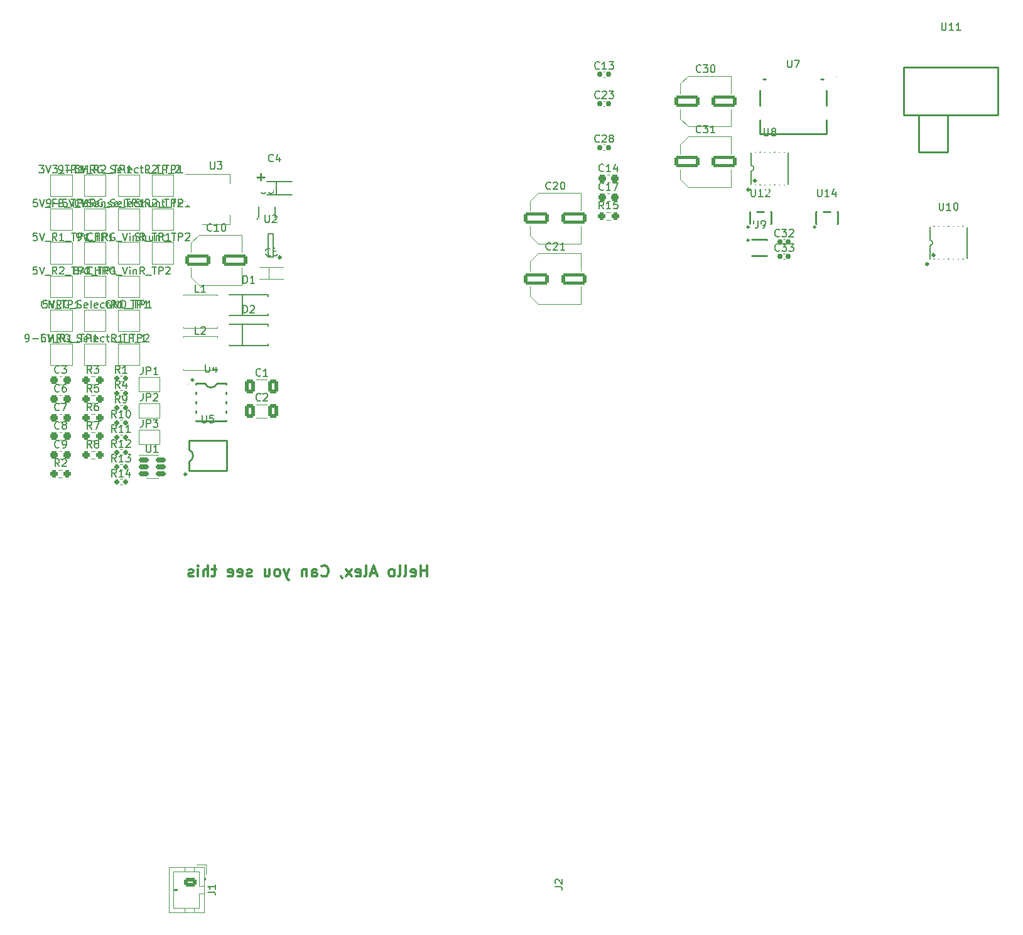
<source format=gbr>
%TF.GenerationSoftware,KiCad,Pcbnew,7.0.1-0*%
%TF.CreationDate,2025-03-26T17:39:27+02:00*%
%TF.ProjectId,EEE3088F_MM_Power_Project,45454533-3038-4384-965f-4d4d5f506f77,rev?*%
%TF.SameCoordinates,Original*%
%TF.FileFunction,Legend,Top*%
%TF.FilePolarity,Positive*%
%FSLAX46Y46*%
G04 Gerber Fmt 4.6, Leading zero omitted, Abs format (unit mm)*
G04 Created by KiCad (PCBNEW 7.0.1-0) date 2025-03-26 17:39:27*
%MOMM*%
%LPD*%
G01*
G04 APERTURE LIST*
G04 Aperture macros list*
%AMRoundRect*
0 Rectangle with rounded corners*
0 $1 Rounding radius*
0 $2 $3 $4 $5 $6 $7 $8 $9 X,Y pos of 4 corners*
0 Add a 4 corners polygon primitive as box body*
4,1,4,$2,$3,$4,$5,$6,$7,$8,$9,$2,$3,0*
0 Add four circle primitives for the rounded corners*
1,1,$1+$1,$2,$3*
1,1,$1+$1,$4,$5*
1,1,$1+$1,$6,$7*
1,1,$1+$1,$8,$9*
0 Add four rect primitives between the rounded corners*
20,1,$1+$1,$2,$3,$4,$5,0*
20,1,$1+$1,$4,$5,$6,$7,0*
20,1,$1+$1,$6,$7,$8,$9,0*
20,1,$1+$1,$8,$9,$2,$3,0*%
G04 Aperture macros list end*
%ADD10C,0.300000*%
%ADD11C,0.150000*%
%ADD12C,0.120000*%
%ADD13C,0.254000*%
%ADD14C,0.059995*%
%ADD15C,0.152400*%
%ADD16C,0.151994*%
%ADD17C,0.080010*%
%ADD18C,0.150013*%
%ADD19RoundRect,0.250000X-1.412500X-0.550000X1.412500X-0.550000X1.412500X0.550000X-1.412500X0.550000X0*%
%ADD20R,2.500000X2.500000*%
%ADD21RoundRect,0.250000X-0.625000X0.350000X-0.625000X-0.350000X0.625000X-0.350000X0.625000X0.350000X0*%
%ADD22O,1.750000X1.200000*%
%ADD23R,1.300000X0.600000*%
%ADD24R,2.500000X3.500000*%
%ADD25RoundRect,0.250000X-0.412500X-0.650000X0.412500X-0.650000X0.412500X0.650000X-0.412500X0.650000X0*%
%ADD26RoundRect,0.150000X-0.512500X-0.150000X0.512500X-0.150000X0.512500X0.150000X-0.512500X0.150000X0*%
%ADD27RoundRect,0.237500X-0.300000X-0.237500X0.300000X-0.237500X0.300000X0.237500X-0.300000X0.237500X0*%
%ADD28R,1.757506X1.296012*%
%ADD29RoundRect,0.155000X-0.212500X-0.155000X0.212500X-0.155000X0.212500X0.155000X-0.212500X0.155000X0*%
%ADD30C,0.649987*%
%ADD31R,2.020015X1.500000*%
%ADD32R,0.500000X1.150013*%
%ADD33R,0.259995X1.150013*%
%ADD34RoundRect,0.237500X-0.250000X-0.237500X0.250000X-0.237500X0.250000X0.237500X-0.250000X0.237500X0*%
%ADD35RoundRect,0.160000X-0.197500X-0.160000X0.197500X-0.160000X0.197500X0.160000X-0.197500X0.160000X0*%
%ADD36R,1.100000X3.700000*%
%ADD37O,0.350013X1.300000*%
%ADD38R,2.740005X2.740005*%
%ADD39R,0.500000X0.900000*%
%ADD40R,1.000000X1.500000*%
%ADD41R,1.500000X1.358903*%
%ADD42R,0.500000X0.350013*%
%ADD43R,1.000000X1.600000*%
%ADD44O,1.251994X0.364008*%
%ADD45R,0.364008X0.650013*%
%ADD46R,2.000000X1.500000*%
%ADD47R,2.000000X3.800000*%
%ADD48R,2.000000X2.000000*%
%ADD49R,0.600000X1.200000*%
%ADD50R,3.300000X2.400000*%
%ADD51R,2.100000X2.500000*%
%ADD52C,2.500000*%
%ADD53R,1.700000X1.700000*%
%ADD54O,1.700000X1.700000*%
G04 APERTURE END LIST*
D10*
X143142857Y-107066428D02*
X143142857Y-105566428D01*
X143142857Y-106280714D02*
X142285714Y-106280714D01*
X142285714Y-107066428D02*
X142285714Y-105566428D01*
X140999999Y-106995000D02*
X141142856Y-107066428D01*
X141142856Y-107066428D02*
X141428571Y-107066428D01*
X141428571Y-107066428D02*
X141571428Y-106995000D01*
X141571428Y-106995000D02*
X141642856Y-106852142D01*
X141642856Y-106852142D02*
X141642856Y-106280714D01*
X141642856Y-106280714D02*
X141571428Y-106137857D01*
X141571428Y-106137857D02*
X141428571Y-106066428D01*
X141428571Y-106066428D02*
X141142856Y-106066428D01*
X141142856Y-106066428D02*
X140999999Y-106137857D01*
X140999999Y-106137857D02*
X140928571Y-106280714D01*
X140928571Y-106280714D02*
X140928571Y-106423571D01*
X140928571Y-106423571D02*
X141642856Y-106566428D01*
X140071428Y-107066428D02*
X140214285Y-106995000D01*
X140214285Y-106995000D02*
X140285714Y-106852142D01*
X140285714Y-106852142D02*
X140285714Y-105566428D01*
X139285714Y-107066428D02*
X139428571Y-106995000D01*
X139428571Y-106995000D02*
X139500000Y-106852142D01*
X139500000Y-106852142D02*
X139500000Y-105566428D01*
X138500000Y-107066428D02*
X138642857Y-106995000D01*
X138642857Y-106995000D02*
X138714286Y-106923571D01*
X138714286Y-106923571D02*
X138785714Y-106780714D01*
X138785714Y-106780714D02*
X138785714Y-106352142D01*
X138785714Y-106352142D02*
X138714286Y-106209285D01*
X138714286Y-106209285D02*
X138642857Y-106137857D01*
X138642857Y-106137857D02*
X138500000Y-106066428D01*
X138500000Y-106066428D02*
X138285714Y-106066428D01*
X138285714Y-106066428D02*
X138142857Y-106137857D01*
X138142857Y-106137857D02*
X138071429Y-106209285D01*
X138071429Y-106209285D02*
X138000000Y-106352142D01*
X138000000Y-106352142D02*
X138000000Y-106780714D01*
X138000000Y-106780714D02*
X138071429Y-106923571D01*
X138071429Y-106923571D02*
X138142857Y-106995000D01*
X138142857Y-106995000D02*
X138285714Y-107066428D01*
X138285714Y-107066428D02*
X138500000Y-107066428D01*
X136285714Y-106637857D02*
X135571429Y-106637857D01*
X136428571Y-107066428D02*
X135928571Y-105566428D01*
X135928571Y-105566428D02*
X135428571Y-107066428D01*
X134714286Y-107066428D02*
X134857143Y-106995000D01*
X134857143Y-106995000D02*
X134928572Y-106852142D01*
X134928572Y-106852142D02*
X134928572Y-105566428D01*
X133571429Y-106995000D02*
X133714286Y-107066428D01*
X133714286Y-107066428D02*
X134000001Y-107066428D01*
X134000001Y-107066428D02*
X134142858Y-106995000D01*
X134142858Y-106995000D02*
X134214286Y-106852142D01*
X134214286Y-106852142D02*
X134214286Y-106280714D01*
X134214286Y-106280714D02*
X134142858Y-106137857D01*
X134142858Y-106137857D02*
X134000001Y-106066428D01*
X134000001Y-106066428D02*
X133714286Y-106066428D01*
X133714286Y-106066428D02*
X133571429Y-106137857D01*
X133571429Y-106137857D02*
X133500001Y-106280714D01*
X133500001Y-106280714D02*
X133500001Y-106423571D01*
X133500001Y-106423571D02*
X134214286Y-106566428D01*
X133000001Y-107066428D02*
X132214287Y-106066428D01*
X133000001Y-106066428D02*
X132214287Y-107066428D01*
X131571429Y-106995000D02*
X131571429Y-107066428D01*
X131571429Y-107066428D02*
X131642858Y-107209285D01*
X131642858Y-107209285D02*
X131714286Y-107280714D01*
X128928572Y-106923571D02*
X129000000Y-106995000D01*
X129000000Y-106995000D02*
X129214286Y-107066428D01*
X129214286Y-107066428D02*
X129357143Y-107066428D01*
X129357143Y-107066428D02*
X129571429Y-106995000D01*
X129571429Y-106995000D02*
X129714286Y-106852142D01*
X129714286Y-106852142D02*
X129785715Y-106709285D01*
X129785715Y-106709285D02*
X129857143Y-106423571D01*
X129857143Y-106423571D02*
X129857143Y-106209285D01*
X129857143Y-106209285D02*
X129785715Y-105923571D01*
X129785715Y-105923571D02*
X129714286Y-105780714D01*
X129714286Y-105780714D02*
X129571429Y-105637857D01*
X129571429Y-105637857D02*
X129357143Y-105566428D01*
X129357143Y-105566428D02*
X129214286Y-105566428D01*
X129214286Y-105566428D02*
X129000000Y-105637857D01*
X129000000Y-105637857D02*
X128928572Y-105709285D01*
X127642858Y-107066428D02*
X127642858Y-106280714D01*
X127642858Y-106280714D02*
X127714286Y-106137857D01*
X127714286Y-106137857D02*
X127857143Y-106066428D01*
X127857143Y-106066428D02*
X128142858Y-106066428D01*
X128142858Y-106066428D02*
X128285715Y-106137857D01*
X127642858Y-106995000D02*
X127785715Y-107066428D01*
X127785715Y-107066428D02*
X128142858Y-107066428D01*
X128142858Y-107066428D02*
X128285715Y-106995000D01*
X128285715Y-106995000D02*
X128357143Y-106852142D01*
X128357143Y-106852142D02*
X128357143Y-106709285D01*
X128357143Y-106709285D02*
X128285715Y-106566428D01*
X128285715Y-106566428D02*
X128142858Y-106495000D01*
X128142858Y-106495000D02*
X127785715Y-106495000D01*
X127785715Y-106495000D02*
X127642858Y-106423571D01*
X126928572Y-106066428D02*
X126928572Y-107066428D01*
X126928572Y-106209285D02*
X126857143Y-106137857D01*
X126857143Y-106137857D02*
X126714286Y-106066428D01*
X126714286Y-106066428D02*
X126500000Y-106066428D01*
X126500000Y-106066428D02*
X126357143Y-106137857D01*
X126357143Y-106137857D02*
X126285715Y-106280714D01*
X126285715Y-106280714D02*
X126285715Y-107066428D01*
X124571429Y-106066428D02*
X124214286Y-107066428D01*
X123857143Y-106066428D02*
X124214286Y-107066428D01*
X124214286Y-107066428D02*
X124357143Y-107423571D01*
X124357143Y-107423571D02*
X124428572Y-107495000D01*
X124428572Y-107495000D02*
X124571429Y-107566428D01*
X123071429Y-107066428D02*
X123214286Y-106995000D01*
X123214286Y-106995000D02*
X123285715Y-106923571D01*
X123285715Y-106923571D02*
X123357143Y-106780714D01*
X123357143Y-106780714D02*
X123357143Y-106352142D01*
X123357143Y-106352142D02*
X123285715Y-106209285D01*
X123285715Y-106209285D02*
X123214286Y-106137857D01*
X123214286Y-106137857D02*
X123071429Y-106066428D01*
X123071429Y-106066428D02*
X122857143Y-106066428D01*
X122857143Y-106066428D02*
X122714286Y-106137857D01*
X122714286Y-106137857D02*
X122642858Y-106209285D01*
X122642858Y-106209285D02*
X122571429Y-106352142D01*
X122571429Y-106352142D02*
X122571429Y-106780714D01*
X122571429Y-106780714D02*
X122642858Y-106923571D01*
X122642858Y-106923571D02*
X122714286Y-106995000D01*
X122714286Y-106995000D02*
X122857143Y-107066428D01*
X122857143Y-107066428D02*
X123071429Y-107066428D01*
X121285715Y-106066428D02*
X121285715Y-107066428D01*
X121928572Y-106066428D02*
X121928572Y-106852142D01*
X121928572Y-106852142D02*
X121857143Y-106995000D01*
X121857143Y-106995000D02*
X121714286Y-107066428D01*
X121714286Y-107066428D02*
X121500000Y-107066428D01*
X121500000Y-107066428D02*
X121357143Y-106995000D01*
X121357143Y-106995000D02*
X121285715Y-106923571D01*
X119500000Y-106995000D02*
X119357143Y-107066428D01*
X119357143Y-107066428D02*
X119071429Y-107066428D01*
X119071429Y-107066428D02*
X118928572Y-106995000D01*
X118928572Y-106995000D02*
X118857143Y-106852142D01*
X118857143Y-106852142D02*
X118857143Y-106780714D01*
X118857143Y-106780714D02*
X118928572Y-106637857D01*
X118928572Y-106637857D02*
X119071429Y-106566428D01*
X119071429Y-106566428D02*
X119285715Y-106566428D01*
X119285715Y-106566428D02*
X119428572Y-106495000D01*
X119428572Y-106495000D02*
X119500000Y-106352142D01*
X119500000Y-106352142D02*
X119500000Y-106280714D01*
X119500000Y-106280714D02*
X119428572Y-106137857D01*
X119428572Y-106137857D02*
X119285715Y-106066428D01*
X119285715Y-106066428D02*
X119071429Y-106066428D01*
X119071429Y-106066428D02*
X118928572Y-106137857D01*
X117642857Y-106995000D02*
X117785714Y-107066428D01*
X117785714Y-107066428D02*
X118071429Y-107066428D01*
X118071429Y-107066428D02*
X118214286Y-106995000D01*
X118214286Y-106995000D02*
X118285714Y-106852142D01*
X118285714Y-106852142D02*
X118285714Y-106280714D01*
X118285714Y-106280714D02*
X118214286Y-106137857D01*
X118214286Y-106137857D02*
X118071429Y-106066428D01*
X118071429Y-106066428D02*
X117785714Y-106066428D01*
X117785714Y-106066428D02*
X117642857Y-106137857D01*
X117642857Y-106137857D02*
X117571429Y-106280714D01*
X117571429Y-106280714D02*
X117571429Y-106423571D01*
X117571429Y-106423571D02*
X118285714Y-106566428D01*
X116357143Y-106995000D02*
X116500000Y-107066428D01*
X116500000Y-107066428D02*
X116785715Y-107066428D01*
X116785715Y-107066428D02*
X116928572Y-106995000D01*
X116928572Y-106995000D02*
X117000000Y-106852142D01*
X117000000Y-106852142D02*
X117000000Y-106280714D01*
X117000000Y-106280714D02*
X116928572Y-106137857D01*
X116928572Y-106137857D02*
X116785715Y-106066428D01*
X116785715Y-106066428D02*
X116500000Y-106066428D01*
X116500000Y-106066428D02*
X116357143Y-106137857D01*
X116357143Y-106137857D02*
X116285715Y-106280714D01*
X116285715Y-106280714D02*
X116285715Y-106423571D01*
X116285715Y-106423571D02*
X117000000Y-106566428D01*
X114714286Y-106066428D02*
X114142858Y-106066428D01*
X114500001Y-105566428D02*
X114500001Y-106852142D01*
X114500001Y-106852142D02*
X114428572Y-106995000D01*
X114428572Y-106995000D02*
X114285715Y-107066428D01*
X114285715Y-107066428D02*
X114142858Y-107066428D01*
X113642858Y-107066428D02*
X113642858Y-105566428D01*
X113000001Y-107066428D02*
X113000001Y-106280714D01*
X113000001Y-106280714D02*
X113071429Y-106137857D01*
X113071429Y-106137857D02*
X113214286Y-106066428D01*
X113214286Y-106066428D02*
X113428572Y-106066428D01*
X113428572Y-106066428D02*
X113571429Y-106137857D01*
X113571429Y-106137857D02*
X113642858Y-106209285D01*
X112285715Y-107066428D02*
X112285715Y-106066428D01*
X112285715Y-105566428D02*
X112357143Y-105637857D01*
X112357143Y-105637857D02*
X112285715Y-105709285D01*
X112285715Y-105709285D02*
X112214286Y-105637857D01*
X112214286Y-105637857D02*
X112285715Y-105566428D01*
X112285715Y-105566428D02*
X112285715Y-105709285D01*
X111642857Y-106995000D02*
X111500000Y-107066428D01*
X111500000Y-107066428D02*
X111214286Y-107066428D01*
X111214286Y-107066428D02*
X111071429Y-106995000D01*
X111071429Y-106995000D02*
X111000000Y-106852142D01*
X111000000Y-106852142D02*
X111000000Y-106780714D01*
X111000000Y-106780714D02*
X111071429Y-106637857D01*
X111071429Y-106637857D02*
X111214286Y-106566428D01*
X111214286Y-106566428D02*
X111428572Y-106566428D01*
X111428572Y-106566428D02*
X111571429Y-106495000D01*
X111571429Y-106495000D02*
X111642857Y-106352142D01*
X111642857Y-106352142D02*
X111642857Y-106280714D01*
X111642857Y-106280714D02*
X111571429Y-106137857D01*
X111571429Y-106137857D02*
X111428572Y-106066428D01*
X111428572Y-106066428D02*
X111214286Y-106066428D01*
X111214286Y-106066428D02*
X111071429Y-106137857D01*
D11*
%TO.C,C31*%
X180063145Y-47192430D02*
X180015526Y-47240050D01*
X180015526Y-47240050D02*
X179872669Y-47287669D01*
X179872669Y-47287669D02*
X179777431Y-47287669D01*
X179777431Y-47287669D02*
X179634574Y-47240050D01*
X179634574Y-47240050D02*
X179539336Y-47144811D01*
X179539336Y-47144811D02*
X179491717Y-47049573D01*
X179491717Y-47049573D02*
X179444098Y-46859097D01*
X179444098Y-46859097D02*
X179444098Y-46716240D01*
X179444098Y-46716240D02*
X179491717Y-46525764D01*
X179491717Y-46525764D02*
X179539336Y-46430526D01*
X179539336Y-46430526D02*
X179634574Y-46335288D01*
X179634574Y-46335288D02*
X179777431Y-46287669D01*
X179777431Y-46287669D02*
X179872669Y-46287669D01*
X179872669Y-46287669D02*
X180015526Y-46335288D01*
X180015526Y-46335288D02*
X180063145Y-46382907D01*
X180396479Y-46287669D02*
X181015526Y-46287669D01*
X181015526Y-46287669D02*
X180682193Y-46668621D01*
X180682193Y-46668621D02*
X180825050Y-46668621D01*
X180825050Y-46668621D02*
X180920288Y-46716240D01*
X180920288Y-46716240D02*
X180967907Y-46763859D01*
X180967907Y-46763859D02*
X181015526Y-46859097D01*
X181015526Y-46859097D02*
X181015526Y-47097192D01*
X181015526Y-47097192D02*
X180967907Y-47192430D01*
X180967907Y-47192430D02*
X180920288Y-47240050D01*
X180920288Y-47240050D02*
X180825050Y-47287669D01*
X180825050Y-47287669D02*
X180539336Y-47287669D01*
X180539336Y-47287669D02*
X180444098Y-47240050D01*
X180444098Y-47240050D02*
X180396479Y-47192430D01*
X181967907Y-47287669D02*
X181396479Y-47287669D01*
X181682193Y-47287669D02*
X181682193Y-46287669D01*
X181682193Y-46287669D02*
X181586955Y-46430526D01*
X181586955Y-46430526D02*
X181491717Y-46525764D01*
X181491717Y-46525764D02*
X181396479Y-46573383D01*
%TO.C,5V_R1_TP1*%
X90564285Y-60784619D02*
X90088095Y-60784619D01*
X90088095Y-60784619D02*
X90040476Y-61260809D01*
X90040476Y-61260809D02*
X90088095Y-61213190D01*
X90088095Y-61213190D02*
X90183333Y-61165571D01*
X90183333Y-61165571D02*
X90421428Y-61165571D01*
X90421428Y-61165571D02*
X90516666Y-61213190D01*
X90516666Y-61213190D02*
X90564285Y-61260809D01*
X90564285Y-61260809D02*
X90611904Y-61356047D01*
X90611904Y-61356047D02*
X90611904Y-61594142D01*
X90611904Y-61594142D02*
X90564285Y-61689380D01*
X90564285Y-61689380D02*
X90516666Y-61737000D01*
X90516666Y-61737000D02*
X90421428Y-61784619D01*
X90421428Y-61784619D02*
X90183333Y-61784619D01*
X90183333Y-61784619D02*
X90088095Y-61737000D01*
X90088095Y-61737000D02*
X90040476Y-61689380D01*
X90897619Y-60784619D02*
X91230952Y-61784619D01*
X91230952Y-61784619D02*
X91564285Y-60784619D01*
X91659524Y-61879857D02*
X92421428Y-61879857D01*
X93230952Y-61784619D02*
X92897619Y-61308428D01*
X92659524Y-61784619D02*
X92659524Y-60784619D01*
X92659524Y-60784619D02*
X93040476Y-60784619D01*
X93040476Y-60784619D02*
X93135714Y-60832238D01*
X93135714Y-60832238D02*
X93183333Y-60879857D01*
X93183333Y-60879857D02*
X93230952Y-60975095D01*
X93230952Y-60975095D02*
X93230952Y-61117952D01*
X93230952Y-61117952D02*
X93183333Y-61213190D01*
X93183333Y-61213190D02*
X93135714Y-61260809D01*
X93135714Y-61260809D02*
X93040476Y-61308428D01*
X93040476Y-61308428D02*
X92659524Y-61308428D01*
X94183333Y-61784619D02*
X93611905Y-61784619D01*
X93897619Y-61784619D02*
X93897619Y-60784619D01*
X93897619Y-60784619D02*
X93802381Y-60927476D01*
X93802381Y-60927476D02*
X93707143Y-61022714D01*
X93707143Y-61022714D02*
X93611905Y-61070333D01*
X94373810Y-61879857D02*
X95135714Y-61879857D01*
X95230953Y-60784619D02*
X95802381Y-60784619D01*
X95516667Y-61784619D02*
X95516667Y-60784619D01*
X96135715Y-61784619D02*
X96135715Y-60784619D01*
X96135715Y-60784619D02*
X96516667Y-60784619D01*
X96516667Y-60784619D02*
X96611905Y-60832238D01*
X96611905Y-60832238D02*
X96659524Y-60879857D01*
X96659524Y-60879857D02*
X96707143Y-60975095D01*
X96707143Y-60975095D02*
X96707143Y-61117952D01*
X96707143Y-61117952D02*
X96659524Y-61213190D01*
X96659524Y-61213190D02*
X96611905Y-61260809D01*
X96611905Y-61260809D02*
X96516667Y-61308428D01*
X96516667Y-61308428D02*
X96135715Y-61308428D01*
X97659524Y-61784619D02*
X97088096Y-61784619D01*
X97373810Y-61784619D02*
X97373810Y-60784619D01*
X97373810Y-60784619D02*
X97278572Y-60927476D01*
X97278572Y-60927476D02*
X97183334Y-61022714D01*
X97183334Y-61022714D02*
X97088096Y-61070333D01*
%TO.C,J1*%
X113612619Y-149583333D02*
X114326904Y-149583333D01*
X114326904Y-149583333D02*
X114469761Y-149630952D01*
X114469761Y-149630952D02*
X114565000Y-149726190D01*
X114565000Y-149726190D02*
X114612619Y-149869047D01*
X114612619Y-149869047D02*
X114612619Y-149964285D01*
X114612619Y-148583333D02*
X114612619Y-149154761D01*
X114612619Y-148869047D02*
X113612619Y-148869047D01*
X113612619Y-148869047D02*
X113755476Y-148964285D01*
X113755476Y-148964285D02*
X113850714Y-149059523D01*
X113850714Y-149059523D02*
X113898333Y-149154761D01*
%TO.C,U4*%
X113273077Y-78514733D02*
X113273077Y-79324256D01*
X113273077Y-79324256D02*
X113320696Y-79419494D01*
X113320696Y-79419494D02*
X113368315Y-79467114D01*
X113368315Y-79467114D02*
X113463553Y-79514733D01*
X113463553Y-79514733D02*
X113654029Y-79514733D01*
X113654029Y-79514733D02*
X113749267Y-79467114D01*
X113749267Y-79467114D02*
X113796886Y-79419494D01*
X113796886Y-79419494D02*
X113844505Y-79324256D01*
X113844505Y-79324256D02*
X113844505Y-78514733D01*
X114749267Y-78848066D02*
X114749267Y-79514733D01*
X114511172Y-78467114D02*
X114273077Y-79181399D01*
X114273077Y-79181399D02*
X114892124Y-79181399D01*
%TO.C,C2*%
X120713333Y-83317380D02*
X120665714Y-83365000D01*
X120665714Y-83365000D02*
X120522857Y-83412619D01*
X120522857Y-83412619D02*
X120427619Y-83412619D01*
X120427619Y-83412619D02*
X120284762Y-83365000D01*
X120284762Y-83365000D02*
X120189524Y-83269761D01*
X120189524Y-83269761D02*
X120141905Y-83174523D01*
X120141905Y-83174523D02*
X120094286Y-82984047D01*
X120094286Y-82984047D02*
X120094286Y-82841190D01*
X120094286Y-82841190D02*
X120141905Y-82650714D01*
X120141905Y-82650714D02*
X120189524Y-82555476D01*
X120189524Y-82555476D02*
X120284762Y-82460238D01*
X120284762Y-82460238D02*
X120427619Y-82412619D01*
X120427619Y-82412619D02*
X120522857Y-82412619D01*
X120522857Y-82412619D02*
X120665714Y-82460238D01*
X120665714Y-82460238D02*
X120713333Y-82507857D01*
X121094286Y-82507857D02*
X121141905Y-82460238D01*
X121141905Y-82460238D02*
X121237143Y-82412619D01*
X121237143Y-82412619D02*
X121475238Y-82412619D01*
X121475238Y-82412619D02*
X121570476Y-82460238D01*
X121570476Y-82460238D02*
X121618095Y-82507857D01*
X121618095Y-82507857D02*
X121665714Y-82603095D01*
X121665714Y-82603095D02*
X121665714Y-82698333D01*
X121665714Y-82698333D02*
X121618095Y-82841190D01*
X121618095Y-82841190D02*
X121046667Y-83412619D01*
X121046667Y-83412619D02*
X121665714Y-83412619D01*
%TO.C,L_TP_1*%
X101140475Y-75434619D02*
X100664285Y-75434619D01*
X100664285Y-75434619D02*
X100664285Y-74434619D01*
X101235714Y-75529857D02*
X101997618Y-75529857D01*
X102092857Y-74434619D02*
X102664285Y-74434619D01*
X102378571Y-75434619D02*
X102378571Y-74434619D01*
X102997619Y-75434619D02*
X102997619Y-74434619D01*
X102997619Y-74434619D02*
X103378571Y-74434619D01*
X103378571Y-74434619D02*
X103473809Y-74482238D01*
X103473809Y-74482238D02*
X103521428Y-74529857D01*
X103521428Y-74529857D02*
X103569047Y-74625095D01*
X103569047Y-74625095D02*
X103569047Y-74767952D01*
X103569047Y-74767952D02*
X103521428Y-74863190D01*
X103521428Y-74863190D02*
X103473809Y-74910809D01*
X103473809Y-74910809D02*
X103378571Y-74958428D01*
X103378571Y-74958428D02*
X102997619Y-74958428D01*
X103759524Y-75529857D02*
X104521428Y-75529857D01*
X105283333Y-75434619D02*
X104711905Y-75434619D01*
X104997619Y-75434619D02*
X104997619Y-74434619D01*
X104997619Y-74434619D02*
X104902381Y-74577476D01*
X104902381Y-74577476D02*
X104807143Y-74672714D01*
X104807143Y-74672714D02*
X104711905Y-74720333D01*
%TO.C,U1*%
X105338095Y-89332619D02*
X105338095Y-90142142D01*
X105338095Y-90142142D02*
X105385714Y-90237380D01*
X105385714Y-90237380D02*
X105433333Y-90285000D01*
X105433333Y-90285000D02*
X105528571Y-90332619D01*
X105528571Y-90332619D02*
X105719047Y-90332619D01*
X105719047Y-90332619D02*
X105814285Y-90285000D01*
X105814285Y-90285000D02*
X105861904Y-90237380D01*
X105861904Y-90237380D02*
X105909523Y-90142142D01*
X105909523Y-90142142D02*
X105909523Y-89332619D01*
X106909523Y-90332619D02*
X106338095Y-90332619D01*
X106623809Y-90332619D02*
X106623809Y-89332619D01*
X106623809Y-89332619D02*
X106528571Y-89475476D01*
X106528571Y-89475476D02*
X106433333Y-89570714D01*
X106433333Y-89570714D02*
X106338095Y-89618333D01*
%TO.C,C9*%
X93583333Y-89627380D02*
X93535714Y-89675000D01*
X93535714Y-89675000D02*
X93392857Y-89722619D01*
X93392857Y-89722619D02*
X93297619Y-89722619D01*
X93297619Y-89722619D02*
X93154762Y-89675000D01*
X93154762Y-89675000D02*
X93059524Y-89579761D01*
X93059524Y-89579761D02*
X93011905Y-89484523D01*
X93011905Y-89484523D02*
X92964286Y-89294047D01*
X92964286Y-89294047D02*
X92964286Y-89151190D01*
X92964286Y-89151190D02*
X93011905Y-88960714D01*
X93011905Y-88960714D02*
X93059524Y-88865476D01*
X93059524Y-88865476D02*
X93154762Y-88770238D01*
X93154762Y-88770238D02*
X93297619Y-88722619D01*
X93297619Y-88722619D02*
X93392857Y-88722619D01*
X93392857Y-88722619D02*
X93535714Y-88770238D01*
X93535714Y-88770238D02*
X93583333Y-88817857D01*
X94059524Y-89722619D02*
X94250000Y-89722619D01*
X94250000Y-89722619D02*
X94345238Y-89675000D01*
X94345238Y-89675000D02*
X94392857Y-89627380D01*
X94392857Y-89627380D02*
X94488095Y-89484523D01*
X94488095Y-89484523D02*
X94535714Y-89294047D01*
X94535714Y-89294047D02*
X94535714Y-88913095D01*
X94535714Y-88913095D02*
X94488095Y-88817857D01*
X94488095Y-88817857D02*
X94440476Y-88770238D01*
X94440476Y-88770238D02*
X94345238Y-88722619D01*
X94345238Y-88722619D02*
X94154762Y-88722619D01*
X94154762Y-88722619D02*
X94059524Y-88770238D01*
X94059524Y-88770238D02*
X94011905Y-88817857D01*
X94011905Y-88817857D02*
X93964286Y-88913095D01*
X93964286Y-88913095D02*
X93964286Y-89151190D01*
X93964286Y-89151190D02*
X94011905Y-89246428D01*
X94011905Y-89246428D02*
X94059524Y-89294047D01*
X94059524Y-89294047D02*
X94154762Y-89341666D01*
X94154762Y-89341666D02*
X94345238Y-89341666D01*
X94345238Y-89341666D02*
X94440476Y-89294047D01*
X94440476Y-89294047D02*
X94488095Y-89246428D01*
X94488095Y-89246428D02*
X94535714Y-89151190D01*
%TO.C,C30*%
X180063145Y-39042430D02*
X180015526Y-39090050D01*
X180015526Y-39090050D02*
X179872669Y-39137669D01*
X179872669Y-39137669D02*
X179777431Y-39137669D01*
X179777431Y-39137669D02*
X179634574Y-39090050D01*
X179634574Y-39090050D02*
X179539336Y-38994811D01*
X179539336Y-38994811D02*
X179491717Y-38899573D01*
X179491717Y-38899573D02*
X179444098Y-38709097D01*
X179444098Y-38709097D02*
X179444098Y-38566240D01*
X179444098Y-38566240D02*
X179491717Y-38375764D01*
X179491717Y-38375764D02*
X179539336Y-38280526D01*
X179539336Y-38280526D02*
X179634574Y-38185288D01*
X179634574Y-38185288D02*
X179777431Y-38137669D01*
X179777431Y-38137669D02*
X179872669Y-38137669D01*
X179872669Y-38137669D02*
X180015526Y-38185288D01*
X180015526Y-38185288D02*
X180063145Y-38232907D01*
X180396479Y-38137669D02*
X181015526Y-38137669D01*
X181015526Y-38137669D02*
X180682193Y-38518621D01*
X180682193Y-38518621D02*
X180825050Y-38518621D01*
X180825050Y-38518621D02*
X180920288Y-38566240D01*
X180920288Y-38566240D02*
X180967907Y-38613859D01*
X180967907Y-38613859D02*
X181015526Y-38709097D01*
X181015526Y-38709097D02*
X181015526Y-38947192D01*
X181015526Y-38947192D02*
X180967907Y-39042430D01*
X180967907Y-39042430D02*
X180920288Y-39090050D01*
X180920288Y-39090050D02*
X180825050Y-39137669D01*
X180825050Y-39137669D02*
X180539336Y-39137669D01*
X180539336Y-39137669D02*
X180444098Y-39090050D01*
X180444098Y-39090050D02*
X180396479Y-39042430D01*
X181634574Y-38137669D02*
X181729812Y-38137669D01*
X181729812Y-38137669D02*
X181825050Y-38185288D01*
X181825050Y-38185288D02*
X181872669Y-38232907D01*
X181872669Y-38232907D02*
X181920288Y-38328145D01*
X181920288Y-38328145D02*
X181967907Y-38518621D01*
X181967907Y-38518621D02*
X181967907Y-38756716D01*
X181967907Y-38756716D02*
X181920288Y-38947192D01*
X181920288Y-38947192D02*
X181872669Y-39042430D01*
X181872669Y-39042430D02*
X181825050Y-39090050D01*
X181825050Y-39090050D02*
X181729812Y-39137669D01*
X181729812Y-39137669D02*
X181634574Y-39137669D01*
X181634574Y-39137669D02*
X181539336Y-39090050D01*
X181539336Y-39090050D02*
X181491717Y-39042430D01*
X181491717Y-39042430D02*
X181444098Y-38947192D01*
X181444098Y-38947192D02*
X181396479Y-38756716D01*
X181396479Y-38756716D02*
X181396479Y-38518621D01*
X181396479Y-38518621D02*
X181444098Y-38328145D01*
X181444098Y-38328145D02*
X181491717Y-38232907D01*
X181491717Y-38232907D02*
X181539336Y-38185288D01*
X181539336Y-38185288D02*
X181634574Y-38137669D01*
%TO.C,9-5V_R1_TP1*%
X89040476Y-75434619D02*
X89230952Y-75434619D01*
X89230952Y-75434619D02*
X89326190Y-75387000D01*
X89326190Y-75387000D02*
X89373809Y-75339380D01*
X89373809Y-75339380D02*
X89469047Y-75196523D01*
X89469047Y-75196523D02*
X89516666Y-75006047D01*
X89516666Y-75006047D02*
X89516666Y-74625095D01*
X89516666Y-74625095D02*
X89469047Y-74529857D01*
X89469047Y-74529857D02*
X89421428Y-74482238D01*
X89421428Y-74482238D02*
X89326190Y-74434619D01*
X89326190Y-74434619D02*
X89135714Y-74434619D01*
X89135714Y-74434619D02*
X89040476Y-74482238D01*
X89040476Y-74482238D02*
X88992857Y-74529857D01*
X88992857Y-74529857D02*
X88945238Y-74625095D01*
X88945238Y-74625095D02*
X88945238Y-74863190D01*
X88945238Y-74863190D02*
X88992857Y-74958428D01*
X88992857Y-74958428D02*
X89040476Y-75006047D01*
X89040476Y-75006047D02*
X89135714Y-75053666D01*
X89135714Y-75053666D02*
X89326190Y-75053666D01*
X89326190Y-75053666D02*
X89421428Y-75006047D01*
X89421428Y-75006047D02*
X89469047Y-74958428D01*
X89469047Y-74958428D02*
X89516666Y-74863190D01*
X89945238Y-75053666D02*
X90707143Y-75053666D01*
X91659523Y-74434619D02*
X91183333Y-74434619D01*
X91183333Y-74434619D02*
X91135714Y-74910809D01*
X91135714Y-74910809D02*
X91183333Y-74863190D01*
X91183333Y-74863190D02*
X91278571Y-74815571D01*
X91278571Y-74815571D02*
X91516666Y-74815571D01*
X91516666Y-74815571D02*
X91611904Y-74863190D01*
X91611904Y-74863190D02*
X91659523Y-74910809D01*
X91659523Y-74910809D02*
X91707142Y-75006047D01*
X91707142Y-75006047D02*
X91707142Y-75244142D01*
X91707142Y-75244142D02*
X91659523Y-75339380D01*
X91659523Y-75339380D02*
X91611904Y-75387000D01*
X91611904Y-75387000D02*
X91516666Y-75434619D01*
X91516666Y-75434619D02*
X91278571Y-75434619D01*
X91278571Y-75434619D02*
X91183333Y-75387000D01*
X91183333Y-75387000D02*
X91135714Y-75339380D01*
X91992857Y-74434619D02*
X92326190Y-75434619D01*
X92326190Y-75434619D02*
X92659523Y-74434619D01*
X92754762Y-75529857D02*
X93516666Y-75529857D01*
X94326190Y-75434619D02*
X93992857Y-74958428D01*
X93754762Y-75434619D02*
X93754762Y-74434619D01*
X93754762Y-74434619D02*
X94135714Y-74434619D01*
X94135714Y-74434619D02*
X94230952Y-74482238D01*
X94230952Y-74482238D02*
X94278571Y-74529857D01*
X94278571Y-74529857D02*
X94326190Y-74625095D01*
X94326190Y-74625095D02*
X94326190Y-74767952D01*
X94326190Y-74767952D02*
X94278571Y-74863190D01*
X94278571Y-74863190D02*
X94230952Y-74910809D01*
X94230952Y-74910809D02*
X94135714Y-74958428D01*
X94135714Y-74958428D02*
X93754762Y-74958428D01*
X95278571Y-75434619D02*
X94707143Y-75434619D01*
X94992857Y-75434619D02*
X94992857Y-74434619D01*
X94992857Y-74434619D02*
X94897619Y-74577476D01*
X94897619Y-74577476D02*
X94802381Y-74672714D01*
X94802381Y-74672714D02*
X94707143Y-74720333D01*
X95469048Y-75529857D02*
X96230952Y-75529857D01*
X96326191Y-74434619D02*
X96897619Y-74434619D01*
X96611905Y-75434619D02*
X96611905Y-74434619D01*
X97230953Y-75434619D02*
X97230953Y-74434619D01*
X97230953Y-74434619D02*
X97611905Y-74434619D01*
X97611905Y-74434619D02*
X97707143Y-74482238D01*
X97707143Y-74482238D02*
X97754762Y-74529857D01*
X97754762Y-74529857D02*
X97802381Y-74625095D01*
X97802381Y-74625095D02*
X97802381Y-74767952D01*
X97802381Y-74767952D02*
X97754762Y-74863190D01*
X97754762Y-74863190D02*
X97707143Y-74910809D01*
X97707143Y-74910809D02*
X97611905Y-74958428D01*
X97611905Y-74958428D02*
X97230953Y-74958428D01*
X98754762Y-75434619D02*
X98183334Y-75434619D01*
X98469048Y-75434619D02*
X98469048Y-74434619D01*
X98469048Y-74434619D02*
X98373810Y-74577476D01*
X98373810Y-74577476D02*
X98278572Y-74672714D01*
X98278572Y-74672714D02*
X98183334Y-74720333D01*
%TO.C,C4*%
X122428488Y-51089380D02*
X122380869Y-51137000D01*
X122380869Y-51137000D02*
X122238012Y-51184619D01*
X122238012Y-51184619D02*
X122142774Y-51184619D01*
X122142774Y-51184619D02*
X121999917Y-51137000D01*
X121999917Y-51137000D02*
X121904679Y-51041761D01*
X121904679Y-51041761D02*
X121857060Y-50946523D01*
X121857060Y-50946523D02*
X121809441Y-50756047D01*
X121809441Y-50756047D02*
X121809441Y-50613190D01*
X121809441Y-50613190D02*
X121857060Y-50422714D01*
X121857060Y-50422714D02*
X121904679Y-50327476D01*
X121904679Y-50327476D02*
X121999917Y-50232238D01*
X121999917Y-50232238D02*
X122142774Y-50184619D01*
X122142774Y-50184619D02*
X122238012Y-50184619D01*
X122238012Y-50184619D02*
X122380869Y-50232238D01*
X122380869Y-50232238D02*
X122428488Y-50279857D01*
X123285631Y-50517952D02*
X123285631Y-51184619D01*
X123047536Y-50137000D02*
X122809441Y-50851285D01*
X122809441Y-50851285D02*
X123428488Y-50851285D01*
%TO.C,5V_R2_TP1*%
X90564285Y-65334619D02*
X90088095Y-65334619D01*
X90088095Y-65334619D02*
X90040476Y-65810809D01*
X90040476Y-65810809D02*
X90088095Y-65763190D01*
X90088095Y-65763190D02*
X90183333Y-65715571D01*
X90183333Y-65715571D02*
X90421428Y-65715571D01*
X90421428Y-65715571D02*
X90516666Y-65763190D01*
X90516666Y-65763190D02*
X90564285Y-65810809D01*
X90564285Y-65810809D02*
X90611904Y-65906047D01*
X90611904Y-65906047D02*
X90611904Y-66144142D01*
X90611904Y-66144142D02*
X90564285Y-66239380D01*
X90564285Y-66239380D02*
X90516666Y-66287000D01*
X90516666Y-66287000D02*
X90421428Y-66334619D01*
X90421428Y-66334619D02*
X90183333Y-66334619D01*
X90183333Y-66334619D02*
X90088095Y-66287000D01*
X90088095Y-66287000D02*
X90040476Y-66239380D01*
X90897619Y-65334619D02*
X91230952Y-66334619D01*
X91230952Y-66334619D02*
X91564285Y-65334619D01*
X91659524Y-66429857D02*
X92421428Y-66429857D01*
X93230952Y-66334619D02*
X92897619Y-65858428D01*
X92659524Y-66334619D02*
X92659524Y-65334619D01*
X92659524Y-65334619D02*
X93040476Y-65334619D01*
X93040476Y-65334619D02*
X93135714Y-65382238D01*
X93135714Y-65382238D02*
X93183333Y-65429857D01*
X93183333Y-65429857D02*
X93230952Y-65525095D01*
X93230952Y-65525095D02*
X93230952Y-65667952D01*
X93230952Y-65667952D02*
X93183333Y-65763190D01*
X93183333Y-65763190D02*
X93135714Y-65810809D01*
X93135714Y-65810809D02*
X93040476Y-65858428D01*
X93040476Y-65858428D02*
X92659524Y-65858428D01*
X93611905Y-65429857D02*
X93659524Y-65382238D01*
X93659524Y-65382238D02*
X93754762Y-65334619D01*
X93754762Y-65334619D02*
X93992857Y-65334619D01*
X93992857Y-65334619D02*
X94088095Y-65382238D01*
X94088095Y-65382238D02*
X94135714Y-65429857D01*
X94135714Y-65429857D02*
X94183333Y-65525095D01*
X94183333Y-65525095D02*
X94183333Y-65620333D01*
X94183333Y-65620333D02*
X94135714Y-65763190D01*
X94135714Y-65763190D02*
X93564286Y-66334619D01*
X93564286Y-66334619D02*
X94183333Y-66334619D01*
X94373810Y-66429857D02*
X95135714Y-66429857D01*
X95230953Y-65334619D02*
X95802381Y-65334619D01*
X95516667Y-66334619D02*
X95516667Y-65334619D01*
X96135715Y-66334619D02*
X96135715Y-65334619D01*
X96135715Y-65334619D02*
X96516667Y-65334619D01*
X96516667Y-65334619D02*
X96611905Y-65382238D01*
X96611905Y-65382238D02*
X96659524Y-65429857D01*
X96659524Y-65429857D02*
X96707143Y-65525095D01*
X96707143Y-65525095D02*
X96707143Y-65667952D01*
X96707143Y-65667952D02*
X96659524Y-65763190D01*
X96659524Y-65763190D02*
X96611905Y-65810809D01*
X96611905Y-65810809D02*
X96516667Y-65858428D01*
X96516667Y-65858428D02*
X96135715Y-65858428D01*
X97659524Y-66334619D02*
X97088096Y-66334619D01*
X97373810Y-66334619D02*
X97373810Y-65334619D01*
X97373810Y-65334619D02*
X97278572Y-65477476D01*
X97278572Y-65477476D02*
X97183334Y-65572714D01*
X97183334Y-65572714D02*
X97088096Y-65620333D01*
%TO.C,C33*%
X190663145Y-63152430D02*
X190615526Y-63200050D01*
X190615526Y-63200050D02*
X190472669Y-63247669D01*
X190472669Y-63247669D02*
X190377431Y-63247669D01*
X190377431Y-63247669D02*
X190234574Y-63200050D01*
X190234574Y-63200050D02*
X190139336Y-63104811D01*
X190139336Y-63104811D02*
X190091717Y-63009573D01*
X190091717Y-63009573D02*
X190044098Y-62819097D01*
X190044098Y-62819097D02*
X190044098Y-62676240D01*
X190044098Y-62676240D02*
X190091717Y-62485764D01*
X190091717Y-62485764D02*
X190139336Y-62390526D01*
X190139336Y-62390526D02*
X190234574Y-62295288D01*
X190234574Y-62295288D02*
X190377431Y-62247669D01*
X190377431Y-62247669D02*
X190472669Y-62247669D01*
X190472669Y-62247669D02*
X190615526Y-62295288D01*
X190615526Y-62295288D02*
X190663145Y-62342907D01*
X190996479Y-62247669D02*
X191615526Y-62247669D01*
X191615526Y-62247669D02*
X191282193Y-62628621D01*
X191282193Y-62628621D02*
X191425050Y-62628621D01*
X191425050Y-62628621D02*
X191520288Y-62676240D01*
X191520288Y-62676240D02*
X191567907Y-62723859D01*
X191567907Y-62723859D02*
X191615526Y-62819097D01*
X191615526Y-62819097D02*
X191615526Y-63057192D01*
X191615526Y-63057192D02*
X191567907Y-63152430D01*
X191567907Y-63152430D02*
X191520288Y-63200050D01*
X191520288Y-63200050D02*
X191425050Y-63247669D01*
X191425050Y-63247669D02*
X191139336Y-63247669D01*
X191139336Y-63247669D02*
X191044098Y-63200050D01*
X191044098Y-63200050D02*
X190996479Y-63152430D01*
X191948860Y-62247669D02*
X192567907Y-62247669D01*
X192567907Y-62247669D02*
X192234574Y-62628621D01*
X192234574Y-62628621D02*
X192377431Y-62628621D01*
X192377431Y-62628621D02*
X192472669Y-62676240D01*
X192472669Y-62676240D02*
X192520288Y-62723859D01*
X192520288Y-62723859D02*
X192567907Y-62819097D01*
X192567907Y-62819097D02*
X192567907Y-63057192D01*
X192567907Y-63057192D02*
X192520288Y-63152430D01*
X192520288Y-63152430D02*
X192472669Y-63200050D01*
X192472669Y-63200050D02*
X192377431Y-63247669D01*
X192377431Y-63247669D02*
X192091717Y-63247669D01*
X192091717Y-63247669D02*
X191996479Y-63200050D01*
X191996479Y-63200050D02*
X191948860Y-63152430D01*
%TO.C,U7*%
X191759052Y-37487675D02*
X191759052Y-38297198D01*
X191759052Y-38297198D02*
X191806671Y-38392436D01*
X191806671Y-38392436D02*
X191854290Y-38440056D01*
X191854290Y-38440056D02*
X191949528Y-38487675D01*
X191949528Y-38487675D02*
X192140004Y-38487675D01*
X192140004Y-38487675D02*
X192235242Y-38440056D01*
X192235242Y-38440056D02*
X192282861Y-38392436D01*
X192282861Y-38392436D02*
X192330480Y-38297198D01*
X192330480Y-38297198D02*
X192330480Y-37487675D01*
X192711433Y-37487675D02*
X193378099Y-37487675D01*
X193378099Y-37487675D02*
X192949528Y-38487675D01*
%TO.C,R5*%
X97933333Y-82192619D02*
X97600000Y-81716428D01*
X97361905Y-82192619D02*
X97361905Y-81192619D01*
X97361905Y-81192619D02*
X97742857Y-81192619D01*
X97742857Y-81192619D02*
X97838095Y-81240238D01*
X97838095Y-81240238D02*
X97885714Y-81287857D01*
X97885714Y-81287857D02*
X97933333Y-81383095D01*
X97933333Y-81383095D02*
X97933333Y-81525952D01*
X97933333Y-81525952D02*
X97885714Y-81621190D01*
X97885714Y-81621190D02*
X97838095Y-81668809D01*
X97838095Y-81668809D02*
X97742857Y-81716428D01*
X97742857Y-81716428D02*
X97361905Y-81716428D01*
X98838095Y-81192619D02*
X98361905Y-81192619D01*
X98361905Y-81192619D02*
X98314286Y-81668809D01*
X98314286Y-81668809D02*
X98361905Y-81621190D01*
X98361905Y-81621190D02*
X98457143Y-81573571D01*
X98457143Y-81573571D02*
X98695238Y-81573571D01*
X98695238Y-81573571D02*
X98790476Y-81621190D01*
X98790476Y-81621190D02*
X98838095Y-81668809D01*
X98838095Y-81668809D02*
X98885714Y-81764047D01*
X98885714Y-81764047D02*
X98885714Y-82002142D01*
X98885714Y-82002142D02*
X98838095Y-82097380D01*
X98838095Y-82097380D02*
X98790476Y-82145000D01*
X98790476Y-82145000D02*
X98695238Y-82192619D01*
X98695238Y-82192619D02*
X98457143Y-82192619D01*
X98457143Y-82192619D02*
X98361905Y-82145000D01*
X98361905Y-82145000D02*
X98314286Y-82097380D01*
%TO.C,R15*%
X166969642Y-57522619D02*
X166636309Y-57046428D01*
X166398214Y-57522619D02*
X166398214Y-56522619D01*
X166398214Y-56522619D02*
X166779166Y-56522619D01*
X166779166Y-56522619D02*
X166874404Y-56570238D01*
X166874404Y-56570238D02*
X166922023Y-56617857D01*
X166922023Y-56617857D02*
X166969642Y-56713095D01*
X166969642Y-56713095D02*
X166969642Y-56855952D01*
X166969642Y-56855952D02*
X166922023Y-56951190D01*
X166922023Y-56951190D02*
X166874404Y-56998809D01*
X166874404Y-56998809D02*
X166779166Y-57046428D01*
X166779166Y-57046428D02*
X166398214Y-57046428D01*
X167922023Y-57522619D02*
X167350595Y-57522619D01*
X167636309Y-57522619D02*
X167636309Y-56522619D01*
X167636309Y-56522619D02*
X167541071Y-56665476D01*
X167541071Y-56665476D02*
X167445833Y-56760714D01*
X167445833Y-56760714D02*
X167350595Y-56808333D01*
X168826785Y-56522619D02*
X168350595Y-56522619D01*
X168350595Y-56522619D02*
X168302976Y-56998809D01*
X168302976Y-56998809D02*
X168350595Y-56951190D01*
X168350595Y-56951190D02*
X168445833Y-56903571D01*
X168445833Y-56903571D02*
X168683928Y-56903571D01*
X168683928Y-56903571D02*
X168779166Y-56951190D01*
X168779166Y-56951190D02*
X168826785Y-56998809D01*
X168826785Y-56998809D02*
X168874404Y-57094047D01*
X168874404Y-57094047D02*
X168874404Y-57332142D01*
X168874404Y-57332142D02*
X168826785Y-57427380D01*
X168826785Y-57427380D02*
X168779166Y-57475000D01*
X168779166Y-57475000D02*
X168683928Y-57522619D01*
X168683928Y-57522619D02*
X168445833Y-57522619D01*
X168445833Y-57522619D02*
X168350595Y-57475000D01*
X168350595Y-57475000D02*
X168302976Y-57427380D01*
%TO.C,R10*%
X101257142Y-85652619D02*
X100923809Y-85176428D01*
X100685714Y-85652619D02*
X100685714Y-84652619D01*
X100685714Y-84652619D02*
X101066666Y-84652619D01*
X101066666Y-84652619D02*
X101161904Y-84700238D01*
X101161904Y-84700238D02*
X101209523Y-84747857D01*
X101209523Y-84747857D02*
X101257142Y-84843095D01*
X101257142Y-84843095D02*
X101257142Y-84985952D01*
X101257142Y-84985952D02*
X101209523Y-85081190D01*
X101209523Y-85081190D02*
X101161904Y-85128809D01*
X101161904Y-85128809D02*
X101066666Y-85176428D01*
X101066666Y-85176428D02*
X100685714Y-85176428D01*
X102209523Y-85652619D02*
X101638095Y-85652619D01*
X101923809Y-85652619D02*
X101923809Y-84652619D01*
X101923809Y-84652619D02*
X101828571Y-84795476D01*
X101828571Y-84795476D02*
X101733333Y-84890714D01*
X101733333Y-84890714D02*
X101638095Y-84938333D01*
X102828571Y-84652619D02*
X102923809Y-84652619D01*
X102923809Y-84652619D02*
X103019047Y-84700238D01*
X103019047Y-84700238D02*
X103066666Y-84747857D01*
X103066666Y-84747857D02*
X103114285Y-84843095D01*
X103114285Y-84843095D02*
X103161904Y-85033571D01*
X103161904Y-85033571D02*
X103161904Y-85271666D01*
X103161904Y-85271666D02*
X103114285Y-85462142D01*
X103114285Y-85462142D02*
X103066666Y-85557380D01*
X103066666Y-85557380D02*
X103019047Y-85605000D01*
X103019047Y-85605000D02*
X102923809Y-85652619D01*
X102923809Y-85652619D02*
X102828571Y-85652619D01*
X102828571Y-85652619D02*
X102733333Y-85605000D01*
X102733333Y-85605000D02*
X102685714Y-85557380D01*
X102685714Y-85557380D02*
X102638095Y-85462142D01*
X102638095Y-85462142D02*
X102590476Y-85271666D01*
X102590476Y-85271666D02*
X102590476Y-85033571D01*
X102590476Y-85033571D02*
X102638095Y-84843095D01*
X102638095Y-84843095D02*
X102685714Y-84747857D01*
X102685714Y-84747857D02*
X102733333Y-84700238D01*
X102733333Y-84700238D02*
X102828571Y-84652619D01*
%TO.C,C20*%
X159819642Y-54817380D02*
X159772023Y-54865000D01*
X159772023Y-54865000D02*
X159629166Y-54912619D01*
X159629166Y-54912619D02*
X159533928Y-54912619D01*
X159533928Y-54912619D02*
X159391071Y-54865000D01*
X159391071Y-54865000D02*
X159295833Y-54769761D01*
X159295833Y-54769761D02*
X159248214Y-54674523D01*
X159248214Y-54674523D02*
X159200595Y-54484047D01*
X159200595Y-54484047D02*
X159200595Y-54341190D01*
X159200595Y-54341190D02*
X159248214Y-54150714D01*
X159248214Y-54150714D02*
X159295833Y-54055476D01*
X159295833Y-54055476D02*
X159391071Y-53960238D01*
X159391071Y-53960238D02*
X159533928Y-53912619D01*
X159533928Y-53912619D02*
X159629166Y-53912619D01*
X159629166Y-53912619D02*
X159772023Y-53960238D01*
X159772023Y-53960238D02*
X159819642Y-54007857D01*
X160200595Y-54007857D02*
X160248214Y-53960238D01*
X160248214Y-53960238D02*
X160343452Y-53912619D01*
X160343452Y-53912619D02*
X160581547Y-53912619D01*
X160581547Y-53912619D02*
X160676785Y-53960238D01*
X160676785Y-53960238D02*
X160724404Y-54007857D01*
X160724404Y-54007857D02*
X160772023Y-54103095D01*
X160772023Y-54103095D02*
X160772023Y-54198333D01*
X160772023Y-54198333D02*
X160724404Y-54341190D01*
X160724404Y-54341190D02*
X160152976Y-54912619D01*
X160152976Y-54912619D02*
X160772023Y-54912619D01*
X161391071Y-53912619D02*
X161486309Y-53912619D01*
X161486309Y-53912619D02*
X161581547Y-53960238D01*
X161581547Y-53960238D02*
X161629166Y-54007857D01*
X161629166Y-54007857D02*
X161676785Y-54103095D01*
X161676785Y-54103095D02*
X161724404Y-54293571D01*
X161724404Y-54293571D02*
X161724404Y-54531666D01*
X161724404Y-54531666D02*
X161676785Y-54722142D01*
X161676785Y-54722142D02*
X161629166Y-54817380D01*
X161629166Y-54817380D02*
X161581547Y-54865000D01*
X161581547Y-54865000D02*
X161486309Y-54912619D01*
X161486309Y-54912619D02*
X161391071Y-54912619D01*
X161391071Y-54912619D02*
X161295833Y-54865000D01*
X161295833Y-54865000D02*
X161248214Y-54817380D01*
X161248214Y-54817380D02*
X161200595Y-54722142D01*
X161200595Y-54722142D02*
X161152976Y-54531666D01*
X161152976Y-54531666D02*
X161152976Y-54293571D01*
X161152976Y-54293571D02*
X161200595Y-54103095D01*
X161200595Y-54103095D02*
X161248214Y-54007857D01*
X161248214Y-54007857D02*
X161295833Y-53960238D01*
X161295833Y-53960238D02*
X161391071Y-53912619D01*
%TO.C,L1*%
X112433333Y-68777619D02*
X111957143Y-68777619D01*
X111957143Y-68777619D02*
X111957143Y-67777619D01*
X113290476Y-68777619D02*
X112719048Y-68777619D01*
X113004762Y-68777619D02*
X113004762Y-67777619D01*
X113004762Y-67777619D02*
X112909524Y-67920476D01*
X112909524Y-67920476D02*
X112814286Y-68015714D01*
X112814286Y-68015714D02*
X112719048Y-68063333D01*
%TO.C,C17*%
X166969642Y-54917380D02*
X166922023Y-54965000D01*
X166922023Y-54965000D02*
X166779166Y-55012619D01*
X166779166Y-55012619D02*
X166683928Y-55012619D01*
X166683928Y-55012619D02*
X166541071Y-54965000D01*
X166541071Y-54965000D02*
X166445833Y-54869761D01*
X166445833Y-54869761D02*
X166398214Y-54774523D01*
X166398214Y-54774523D02*
X166350595Y-54584047D01*
X166350595Y-54584047D02*
X166350595Y-54441190D01*
X166350595Y-54441190D02*
X166398214Y-54250714D01*
X166398214Y-54250714D02*
X166445833Y-54155476D01*
X166445833Y-54155476D02*
X166541071Y-54060238D01*
X166541071Y-54060238D02*
X166683928Y-54012619D01*
X166683928Y-54012619D02*
X166779166Y-54012619D01*
X166779166Y-54012619D02*
X166922023Y-54060238D01*
X166922023Y-54060238D02*
X166969642Y-54107857D01*
X167922023Y-55012619D02*
X167350595Y-55012619D01*
X167636309Y-55012619D02*
X167636309Y-54012619D01*
X167636309Y-54012619D02*
X167541071Y-54155476D01*
X167541071Y-54155476D02*
X167445833Y-54250714D01*
X167445833Y-54250714D02*
X167350595Y-54298333D01*
X168255357Y-54012619D02*
X168922023Y-54012619D01*
X168922023Y-54012619D02*
X168493452Y-55012619D01*
%TO.C,C14*%
X166969642Y-52407380D02*
X166922023Y-52455000D01*
X166922023Y-52455000D02*
X166779166Y-52502619D01*
X166779166Y-52502619D02*
X166683928Y-52502619D01*
X166683928Y-52502619D02*
X166541071Y-52455000D01*
X166541071Y-52455000D02*
X166445833Y-52359761D01*
X166445833Y-52359761D02*
X166398214Y-52264523D01*
X166398214Y-52264523D02*
X166350595Y-52074047D01*
X166350595Y-52074047D02*
X166350595Y-51931190D01*
X166350595Y-51931190D02*
X166398214Y-51740714D01*
X166398214Y-51740714D02*
X166445833Y-51645476D01*
X166445833Y-51645476D02*
X166541071Y-51550238D01*
X166541071Y-51550238D02*
X166683928Y-51502619D01*
X166683928Y-51502619D02*
X166779166Y-51502619D01*
X166779166Y-51502619D02*
X166922023Y-51550238D01*
X166922023Y-51550238D02*
X166969642Y-51597857D01*
X167922023Y-52502619D02*
X167350595Y-52502619D01*
X167636309Y-52502619D02*
X167636309Y-51502619D01*
X167636309Y-51502619D02*
X167541071Y-51645476D01*
X167541071Y-51645476D02*
X167445833Y-51740714D01*
X167445833Y-51740714D02*
X167350595Y-51788333D01*
X168779166Y-51835952D02*
X168779166Y-52502619D01*
X168541071Y-51455000D02*
X168302976Y-52169285D01*
X168302976Y-52169285D02*
X168922023Y-52169285D01*
%TO.C,R3*%
X97933333Y-79682619D02*
X97600000Y-79206428D01*
X97361905Y-79682619D02*
X97361905Y-78682619D01*
X97361905Y-78682619D02*
X97742857Y-78682619D01*
X97742857Y-78682619D02*
X97838095Y-78730238D01*
X97838095Y-78730238D02*
X97885714Y-78777857D01*
X97885714Y-78777857D02*
X97933333Y-78873095D01*
X97933333Y-78873095D02*
X97933333Y-79015952D01*
X97933333Y-79015952D02*
X97885714Y-79111190D01*
X97885714Y-79111190D02*
X97838095Y-79158809D01*
X97838095Y-79158809D02*
X97742857Y-79206428D01*
X97742857Y-79206428D02*
X97361905Y-79206428D01*
X98266667Y-78682619D02*
X98885714Y-78682619D01*
X98885714Y-78682619D02*
X98552381Y-79063571D01*
X98552381Y-79063571D02*
X98695238Y-79063571D01*
X98695238Y-79063571D02*
X98790476Y-79111190D01*
X98790476Y-79111190D02*
X98838095Y-79158809D01*
X98838095Y-79158809D02*
X98885714Y-79254047D01*
X98885714Y-79254047D02*
X98885714Y-79492142D01*
X98885714Y-79492142D02*
X98838095Y-79587380D01*
X98838095Y-79587380D02*
X98790476Y-79635000D01*
X98790476Y-79635000D02*
X98695238Y-79682619D01*
X98695238Y-79682619D02*
X98409524Y-79682619D01*
X98409524Y-79682619D02*
X98314286Y-79635000D01*
X98314286Y-79635000D02*
X98266667Y-79587380D01*
%TO.C,CHRG_SelectR2_TP1*%
X96330951Y-52589380D02*
X96283332Y-52637000D01*
X96283332Y-52637000D02*
X96140475Y-52684619D01*
X96140475Y-52684619D02*
X96045237Y-52684619D01*
X96045237Y-52684619D02*
X95902380Y-52637000D01*
X95902380Y-52637000D02*
X95807142Y-52541761D01*
X95807142Y-52541761D02*
X95759523Y-52446523D01*
X95759523Y-52446523D02*
X95711904Y-52256047D01*
X95711904Y-52256047D02*
X95711904Y-52113190D01*
X95711904Y-52113190D02*
X95759523Y-51922714D01*
X95759523Y-51922714D02*
X95807142Y-51827476D01*
X95807142Y-51827476D02*
X95902380Y-51732238D01*
X95902380Y-51732238D02*
X96045237Y-51684619D01*
X96045237Y-51684619D02*
X96140475Y-51684619D01*
X96140475Y-51684619D02*
X96283332Y-51732238D01*
X96283332Y-51732238D02*
X96330951Y-51779857D01*
X96759523Y-52684619D02*
X96759523Y-51684619D01*
X96759523Y-52160809D02*
X97330951Y-52160809D01*
X97330951Y-52684619D02*
X97330951Y-51684619D01*
X98378570Y-52684619D02*
X98045237Y-52208428D01*
X97807142Y-52684619D02*
X97807142Y-51684619D01*
X97807142Y-51684619D02*
X98188094Y-51684619D01*
X98188094Y-51684619D02*
X98283332Y-51732238D01*
X98283332Y-51732238D02*
X98330951Y-51779857D01*
X98330951Y-51779857D02*
X98378570Y-51875095D01*
X98378570Y-51875095D02*
X98378570Y-52017952D01*
X98378570Y-52017952D02*
X98330951Y-52113190D01*
X98330951Y-52113190D02*
X98283332Y-52160809D01*
X98283332Y-52160809D02*
X98188094Y-52208428D01*
X98188094Y-52208428D02*
X97807142Y-52208428D01*
X99330951Y-51732238D02*
X99235713Y-51684619D01*
X99235713Y-51684619D02*
X99092856Y-51684619D01*
X99092856Y-51684619D02*
X98949999Y-51732238D01*
X98949999Y-51732238D02*
X98854761Y-51827476D01*
X98854761Y-51827476D02*
X98807142Y-51922714D01*
X98807142Y-51922714D02*
X98759523Y-52113190D01*
X98759523Y-52113190D02*
X98759523Y-52256047D01*
X98759523Y-52256047D02*
X98807142Y-52446523D01*
X98807142Y-52446523D02*
X98854761Y-52541761D01*
X98854761Y-52541761D02*
X98949999Y-52637000D01*
X98949999Y-52637000D02*
X99092856Y-52684619D01*
X99092856Y-52684619D02*
X99188094Y-52684619D01*
X99188094Y-52684619D02*
X99330951Y-52637000D01*
X99330951Y-52637000D02*
X99378570Y-52589380D01*
X99378570Y-52589380D02*
X99378570Y-52256047D01*
X99378570Y-52256047D02*
X99188094Y-52256047D01*
X99569047Y-52779857D02*
X100330951Y-52779857D01*
X100521428Y-52637000D02*
X100664285Y-52684619D01*
X100664285Y-52684619D02*
X100902380Y-52684619D01*
X100902380Y-52684619D02*
X100997618Y-52637000D01*
X100997618Y-52637000D02*
X101045237Y-52589380D01*
X101045237Y-52589380D02*
X101092856Y-52494142D01*
X101092856Y-52494142D02*
X101092856Y-52398904D01*
X101092856Y-52398904D02*
X101045237Y-52303666D01*
X101045237Y-52303666D02*
X100997618Y-52256047D01*
X100997618Y-52256047D02*
X100902380Y-52208428D01*
X100902380Y-52208428D02*
X100711904Y-52160809D01*
X100711904Y-52160809D02*
X100616666Y-52113190D01*
X100616666Y-52113190D02*
X100569047Y-52065571D01*
X100569047Y-52065571D02*
X100521428Y-51970333D01*
X100521428Y-51970333D02*
X100521428Y-51875095D01*
X100521428Y-51875095D02*
X100569047Y-51779857D01*
X100569047Y-51779857D02*
X100616666Y-51732238D01*
X100616666Y-51732238D02*
X100711904Y-51684619D01*
X100711904Y-51684619D02*
X100949999Y-51684619D01*
X100949999Y-51684619D02*
X101092856Y-51732238D01*
X101902380Y-52637000D02*
X101807142Y-52684619D01*
X101807142Y-52684619D02*
X101616666Y-52684619D01*
X101616666Y-52684619D02*
X101521428Y-52637000D01*
X101521428Y-52637000D02*
X101473809Y-52541761D01*
X101473809Y-52541761D02*
X101473809Y-52160809D01*
X101473809Y-52160809D02*
X101521428Y-52065571D01*
X101521428Y-52065571D02*
X101616666Y-52017952D01*
X101616666Y-52017952D02*
X101807142Y-52017952D01*
X101807142Y-52017952D02*
X101902380Y-52065571D01*
X101902380Y-52065571D02*
X101949999Y-52160809D01*
X101949999Y-52160809D02*
X101949999Y-52256047D01*
X101949999Y-52256047D02*
X101473809Y-52351285D01*
X102521428Y-52684619D02*
X102426190Y-52637000D01*
X102426190Y-52637000D02*
X102378571Y-52541761D01*
X102378571Y-52541761D02*
X102378571Y-51684619D01*
X103283333Y-52637000D02*
X103188095Y-52684619D01*
X103188095Y-52684619D02*
X102997619Y-52684619D01*
X102997619Y-52684619D02*
X102902381Y-52637000D01*
X102902381Y-52637000D02*
X102854762Y-52541761D01*
X102854762Y-52541761D02*
X102854762Y-52160809D01*
X102854762Y-52160809D02*
X102902381Y-52065571D01*
X102902381Y-52065571D02*
X102997619Y-52017952D01*
X102997619Y-52017952D02*
X103188095Y-52017952D01*
X103188095Y-52017952D02*
X103283333Y-52065571D01*
X103283333Y-52065571D02*
X103330952Y-52160809D01*
X103330952Y-52160809D02*
X103330952Y-52256047D01*
X103330952Y-52256047D02*
X102854762Y-52351285D01*
X104188095Y-52637000D02*
X104092857Y-52684619D01*
X104092857Y-52684619D02*
X103902381Y-52684619D01*
X103902381Y-52684619D02*
X103807143Y-52637000D01*
X103807143Y-52637000D02*
X103759524Y-52589380D01*
X103759524Y-52589380D02*
X103711905Y-52494142D01*
X103711905Y-52494142D02*
X103711905Y-52208428D01*
X103711905Y-52208428D02*
X103759524Y-52113190D01*
X103759524Y-52113190D02*
X103807143Y-52065571D01*
X103807143Y-52065571D02*
X103902381Y-52017952D01*
X103902381Y-52017952D02*
X104092857Y-52017952D01*
X104092857Y-52017952D02*
X104188095Y-52065571D01*
X104473810Y-52017952D02*
X104854762Y-52017952D01*
X104616667Y-51684619D02*
X104616667Y-52541761D01*
X104616667Y-52541761D02*
X104664286Y-52637000D01*
X104664286Y-52637000D02*
X104759524Y-52684619D01*
X104759524Y-52684619D02*
X104854762Y-52684619D01*
X105759524Y-52684619D02*
X105426191Y-52208428D01*
X105188096Y-52684619D02*
X105188096Y-51684619D01*
X105188096Y-51684619D02*
X105569048Y-51684619D01*
X105569048Y-51684619D02*
X105664286Y-51732238D01*
X105664286Y-51732238D02*
X105711905Y-51779857D01*
X105711905Y-51779857D02*
X105759524Y-51875095D01*
X105759524Y-51875095D02*
X105759524Y-52017952D01*
X105759524Y-52017952D02*
X105711905Y-52113190D01*
X105711905Y-52113190D02*
X105664286Y-52160809D01*
X105664286Y-52160809D02*
X105569048Y-52208428D01*
X105569048Y-52208428D02*
X105188096Y-52208428D01*
X106140477Y-51779857D02*
X106188096Y-51732238D01*
X106188096Y-51732238D02*
X106283334Y-51684619D01*
X106283334Y-51684619D02*
X106521429Y-51684619D01*
X106521429Y-51684619D02*
X106616667Y-51732238D01*
X106616667Y-51732238D02*
X106664286Y-51779857D01*
X106664286Y-51779857D02*
X106711905Y-51875095D01*
X106711905Y-51875095D02*
X106711905Y-51970333D01*
X106711905Y-51970333D02*
X106664286Y-52113190D01*
X106664286Y-52113190D02*
X106092858Y-52684619D01*
X106092858Y-52684619D02*
X106711905Y-52684619D01*
X106902382Y-52779857D02*
X107664286Y-52779857D01*
X107759525Y-51684619D02*
X108330953Y-51684619D01*
X108045239Y-52684619D02*
X108045239Y-51684619D01*
X108664287Y-52684619D02*
X108664287Y-51684619D01*
X108664287Y-51684619D02*
X109045239Y-51684619D01*
X109045239Y-51684619D02*
X109140477Y-51732238D01*
X109140477Y-51732238D02*
X109188096Y-51779857D01*
X109188096Y-51779857D02*
X109235715Y-51875095D01*
X109235715Y-51875095D02*
X109235715Y-52017952D01*
X109235715Y-52017952D02*
X109188096Y-52113190D01*
X109188096Y-52113190D02*
X109140477Y-52160809D01*
X109140477Y-52160809D02*
X109045239Y-52208428D01*
X109045239Y-52208428D02*
X108664287Y-52208428D01*
X110188096Y-52684619D02*
X109616668Y-52684619D01*
X109902382Y-52684619D02*
X109902382Y-51684619D01*
X109902382Y-51684619D02*
X109807144Y-51827476D01*
X109807144Y-51827476D02*
X109711906Y-51922714D01*
X109711906Y-51922714D02*
X109616668Y-51970333D01*
%TO.C,U8*%
X188598118Y-46682669D02*
X188598118Y-47492192D01*
X188598118Y-47492192D02*
X188645737Y-47587430D01*
X188645737Y-47587430D02*
X188693356Y-47635050D01*
X188693356Y-47635050D02*
X188788594Y-47682669D01*
X188788594Y-47682669D02*
X188979070Y-47682669D01*
X188979070Y-47682669D02*
X189074308Y-47635050D01*
X189074308Y-47635050D02*
X189121927Y-47587430D01*
X189121927Y-47587430D02*
X189169546Y-47492192D01*
X189169546Y-47492192D02*
X189169546Y-46682669D01*
X189788594Y-47111240D02*
X189693356Y-47063621D01*
X189693356Y-47063621D02*
X189645737Y-47016002D01*
X189645737Y-47016002D02*
X189598118Y-46920764D01*
X189598118Y-46920764D02*
X189598118Y-46873145D01*
X189598118Y-46873145D02*
X189645737Y-46777907D01*
X189645737Y-46777907D02*
X189693356Y-46730288D01*
X189693356Y-46730288D02*
X189788594Y-46682669D01*
X189788594Y-46682669D02*
X189979070Y-46682669D01*
X189979070Y-46682669D02*
X190074308Y-46730288D01*
X190074308Y-46730288D02*
X190121927Y-46777907D01*
X190121927Y-46777907D02*
X190169546Y-46873145D01*
X190169546Y-46873145D02*
X190169546Y-46920764D01*
X190169546Y-46920764D02*
X190121927Y-47016002D01*
X190121927Y-47016002D02*
X190074308Y-47063621D01*
X190074308Y-47063621D02*
X189979070Y-47111240D01*
X189979070Y-47111240D02*
X189788594Y-47111240D01*
X189788594Y-47111240D02*
X189693356Y-47158859D01*
X189693356Y-47158859D02*
X189645737Y-47206478D01*
X189645737Y-47206478D02*
X189598118Y-47301716D01*
X189598118Y-47301716D02*
X189598118Y-47492192D01*
X189598118Y-47492192D02*
X189645737Y-47587430D01*
X189645737Y-47587430D02*
X189693356Y-47635050D01*
X189693356Y-47635050D02*
X189788594Y-47682669D01*
X189788594Y-47682669D02*
X189979070Y-47682669D01*
X189979070Y-47682669D02*
X190074308Y-47635050D01*
X190074308Y-47635050D02*
X190121927Y-47587430D01*
X190121927Y-47587430D02*
X190169546Y-47492192D01*
X190169546Y-47492192D02*
X190169546Y-47301716D01*
X190169546Y-47301716D02*
X190121927Y-47206478D01*
X190121927Y-47206478D02*
X190074308Y-47158859D01*
X190074308Y-47158859D02*
X189979070Y-47111240D01*
%TO.C,5V_TP1*%
X91921428Y-69884619D02*
X91445238Y-69884619D01*
X91445238Y-69884619D02*
X91397619Y-70360809D01*
X91397619Y-70360809D02*
X91445238Y-70313190D01*
X91445238Y-70313190D02*
X91540476Y-70265571D01*
X91540476Y-70265571D02*
X91778571Y-70265571D01*
X91778571Y-70265571D02*
X91873809Y-70313190D01*
X91873809Y-70313190D02*
X91921428Y-70360809D01*
X91921428Y-70360809D02*
X91969047Y-70456047D01*
X91969047Y-70456047D02*
X91969047Y-70694142D01*
X91969047Y-70694142D02*
X91921428Y-70789380D01*
X91921428Y-70789380D02*
X91873809Y-70837000D01*
X91873809Y-70837000D02*
X91778571Y-70884619D01*
X91778571Y-70884619D02*
X91540476Y-70884619D01*
X91540476Y-70884619D02*
X91445238Y-70837000D01*
X91445238Y-70837000D02*
X91397619Y-70789380D01*
X92254762Y-69884619D02*
X92588095Y-70884619D01*
X92588095Y-70884619D02*
X92921428Y-69884619D01*
X93016667Y-70979857D02*
X93778571Y-70979857D01*
X93873810Y-69884619D02*
X94445238Y-69884619D01*
X94159524Y-70884619D02*
X94159524Y-69884619D01*
X94778572Y-70884619D02*
X94778572Y-69884619D01*
X94778572Y-69884619D02*
X95159524Y-69884619D01*
X95159524Y-69884619D02*
X95254762Y-69932238D01*
X95254762Y-69932238D02*
X95302381Y-69979857D01*
X95302381Y-69979857D02*
X95350000Y-70075095D01*
X95350000Y-70075095D02*
X95350000Y-70217952D01*
X95350000Y-70217952D02*
X95302381Y-70313190D01*
X95302381Y-70313190D02*
X95254762Y-70360809D01*
X95254762Y-70360809D02*
X95159524Y-70408428D01*
X95159524Y-70408428D02*
X94778572Y-70408428D01*
X96302381Y-70884619D02*
X95730953Y-70884619D01*
X96016667Y-70884619D02*
X96016667Y-69884619D01*
X96016667Y-69884619D02*
X95921429Y-70027476D01*
X95921429Y-70027476D02*
X95826191Y-70122714D01*
X95826191Y-70122714D02*
X95730953Y-70170333D01*
%TO.C,C7*%
X93583333Y-84607380D02*
X93535714Y-84655000D01*
X93535714Y-84655000D02*
X93392857Y-84702619D01*
X93392857Y-84702619D02*
X93297619Y-84702619D01*
X93297619Y-84702619D02*
X93154762Y-84655000D01*
X93154762Y-84655000D02*
X93059524Y-84559761D01*
X93059524Y-84559761D02*
X93011905Y-84464523D01*
X93011905Y-84464523D02*
X92964286Y-84274047D01*
X92964286Y-84274047D02*
X92964286Y-84131190D01*
X92964286Y-84131190D02*
X93011905Y-83940714D01*
X93011905Y-83940714D02*
X93059524Y-83845476D01*
X93059524Y-83845476D02*
X93154762Y-83750238D01*
X93154762Y-83750238D02*
X93297619Y-83702619D01*
X93297619Y-83702619D02*
X93392857Y-83702619D01*
X93392857Y-83702619D02*
X93535714Y-83750238D01*
X93535714Y-83750238D02*
X93583333Y-83797857D01*
X93916667Y-83702619D02*
X94583333Y-83702619D01*
X94583333Y-83702619D02*
X94154762Y-84702619D01*
%TO.C,R13*%
X101257142Y-91622619D02*
X100923809Y-91146428D01*
X100685714Y-91622619D02*
X100685714Y-90622619D01*
X100685714Y-90622619D02*
X101066666Y-90622619D01*
X101066666Y-90622619D02*
X101161904Y-90670238D01*
X101161904Y-90670238D02*
X101209523Y-90717857D01*
X101209523Y-90717857D02*
X101257142Y-90813095D01*
X101257142Y-90813095D02*
X101257142Y-90955952D01*
X101257142Y-90955952D02*
X101209523Y-91051190D01*
X101209523Y-91051190D02*
X101161904Y-91098809D01*
X101161904Y-91098809D02*
X101066666Y-91146428D01*
X101066666Y-91146428D02*
X100685714Y-91146428D01*
X102209523Y-91622619D02*
X101638095Y-91622619D01*
X101923809Y-91622619D02*
X101923809Y-90622619D01*
X101923809Y-90622619D02*
X101828571Y-90765476D01*
X101828571Y-90765476D02*
X101733333Y-90860714D01*
X101733333Y-90860714D02*
X101638095Y-90908333D01*
X102542857Y-90622619D02*
X103161904Y-90622619D01*
X103161904Y-90622619D02*
X102828571Y-91003571D01*
X102828571Y-91003571D02*
X102971428Y-91003571D01*
X102971428Y-91003571D02*
X103066666Y-91051190D01*
X103066666Y-91051190D02*
X103114285Y-91098809D01*
X103114285Y-91098809D02*
X103161904Y-91194047D01*
X103161904Y-91194047D02*
X103161904Y-91432142D01*
X103161904Y-91432142D02*
X103114285Y-91527380D01*
X103114285Y-91527380D02*
X103066666Y-91575000D01*
X103066666Y-91575000D02*
X102971428Y-91622619D01*
X102971428Y-91622619D02*
X102685714Y-91622619D01*
X102685714Y-91622619D02*
X102590476Y-91575000D01*
X102590476Y-91575000D02*
X102542857Y-91527380D01*
%TO.C,R4*%
X101733333Y-81672619D02*
X101400000Y-81196428D01*
X101161905Y-81672619D02*
X101161905Y-80672619D01*
X101161905Y-80672619D02*
X101542857Y-80672619D01*
X101542857Y-80672619D02*
X101638095Y-80720238D01*
X101638095Y-80720238D02*
X101685714Y-80767857D01*
X101685714Y-80767857D02*
X101733333Y-80863095D01*
X101733333Y-80863095D02*
X101733333Y-81005952D01*
X101733333Y-81005952D02*
X101685714Y-81101190D01*
X101685714Y-81101190D02*
X101638095Y-81148809D01*
X101638095Y-81148809D02*
X101542857Y-81196428D01*
X101542857Y-81196428D02*
X101161905Y-81196428D01*
X102590476Y-81005952D02*
X102590476Y-81672619D01*
X102352381Y-80625000D02*
X102114286Y-81339285D01*
X102114286Y-81339285D02*
X102733333Y-81339285D01*
%TO.C,R2*%
X93583333Y-92232619D02*
X93250000Y-91756428D01*
X93011905Y-92232619D02*
X93011905Y-91232619D01*
X93011905Y-91232619D02*
X93392857Y-91232619D01*
X93392857Y-91232619D02*
X93488095Y-91280238D01*
X93488095Y-91280238D02*
X93535714Y-91327857D01*
X93535714Y-91327857D02*
X93583333Y-91423095D01*
X93583333Y-91423095D02*
X93583333Y-91565952D01*
X93583333Y-91565952D02*
X93535714Y-91661190D01*
X93535714Y-91661190D02*
X93488095Y-91708809D01*
X93488095Y-91708809D02*
X93392857Y-91756428D01*
X93392857Y-91756428D02*
X93011905Y-91756428D01*
X93964286Y-91327857D02*
X94011905Y-91280238D01*
X94011905Y-91280238D02*
X94107143Y-91232619D01*
X94107143Y-91232619D02*
X94345238Y-91232619D01*
X94345238Y-91232619D02*
X94440476Y-91280238D01*
X94440476Y-91280238D02*
X94488095Y-91327857D01*
X94488095Y-91327857D02*
X94535714Y-91423095D01*
X94535714Y-91423095D02*
X94535714Y-91518333D01*
X94535714Y-91518333D02*
X94488095Y-91661190D01*
X94488095Y-91661190D02*
X93916667Y-92232619D01*
X93916667Y-92232619D02*
X94535714Y-92232619D01*
%TO.C,CHRG_SelectR1_TP1*%
X91780951Y-70789380D02*
X91733332Y-70837000D01*
X91733332Y-70837000D02*
X91590475Y-70884619D01*
X91590475Y-70884619D02*
X91495237Y-70884619D01*
X91495237Y-70884619D02*
X91352380Y-70837000D01*
X91352380Y-70837000D02*
X91257142Y-70741761D01*
X91257142Y-70741761D02*
X91209523Y-70646523D01*
X91209523Y-70646523D02*
X91161904Y-70456047D01*
X91161904Y-70456047D02*
X91161904Y-70313190D01*
X91161904Y-70313190D02*
X91209523Y-70122714D01*
X91209523Y-70122714D02*
X91257142Y-70027476D01*
X91257142Y-70027476D02*
X91352380Y-69932238D01*
X91352380Y-69932238D02*
X91495237Y-69884619D01*
X91495237Y-69884619D02*
X91590475Y-69884619D01*
X91590475Y-69884619D02*
X91733332Y-69932238D01*
X91733332Y-69932238D02*
X91780951Y-69979857D01*
X92209523Y-70884619D02*
X92209523Y-69884619D01*
X92209523Y-70360809D02*
X92780951Y-70360809D01*
X92780951Y-70884619D02*
X92780951Y-69884619D01*
X93828570Y-70884619D02*
X93495237Y-70408428D01*
X93257142Y-70884619D02*
X93257142Y-69884619D01*
X93257142Y-69884619D02*
X93638094Y-69884619D01*
X93638094Y-69884619D02*
X93733332Y-69932238D01*
X93733332Y-69932238D02*
X93780951Y-69979857D01*
X93780951Y-69979857D02*
X93828570Y-70075095D01*
X93828570Y-70075095D02*
X93828570Y-70217952D01*
X93828570Y-70217952D02*
X93780951Y-70313190D01*
X93780951Y-70313190D02*
X93733332Y-70360809D01*
X93733332Y-70360809D02*
X93638094Y-70408428D01*
X93638094Y-70408428D02*
X93257142Y-70408428D01*
X94780951Y-69932238D02*
X94685713Y-69884619D01*
X94685713Y-69884619D02*
X94542856Y-69884619D01*
X94542856Y-69884619D02*
X94399999Y-69932238D01*
X94399999Y-69932238D02*
X94304761Y-70027476D01*
X94304761Y-70027476D02*
X94257142Y-70122714D01*
X94257142Y-70122714D02*
X94209523Y-70313190D01*
X94209523Y-70313190D02*
X94209523Y-70456047D01*
X94209523Y-70456047D02*
X94257142Y-70646523D01*
X94257142Y-70646523D02*
X94304761Y-70741761D01*
X94304761Y-70741761D02*
X94399999Y-70837000D01*
X94399999Y-70837000D02*
X94542856Y-70884619D01*
X94542856Y-70884619D02*
X94638094Y-70884619D01*
X94638094Y-70884619D02*
X94780951Y-70837000D01*
X94780951Y-70837000D02*
X94828570Y-70789380D01*
X94828570Y-70789380D02*
X94828570Y-70456047D01*
X94828570Y-70456047D02*
X94638094Y-70456047D01*
X95019047Y-70979857D02*
X95780951Y-70979857D01*
X95971428Y-70837000D02*
X96114285Y-70884619D01*
X96114285Y-70884619D02*
X96352380Y-70884619D01*
X96352380Y-70884619D02*
X96447618Y-70837000D01*
X96447618Y-70837000D02*
X96495237Y-70789380D01*
X96495237Y-70789380D02*
X96542856Y-70694142D01*
X96542856Y-70694142D02*
X96542856Y-70598904D01*
X96542856Y-70598904D02*
X96495237Y-70503666D01*
X96495237Y-70503666D02*
X96447618Y-70456047D01*
X96447618Y-70456047D02*
X96352380Y-70408428D01*
X96352380Y-70408428D02*
X96161904Y-70360809D01*
X96161904Y-70360809D02*
X96066666Y-70313190D01*
X96066666Y-70313190D02*
X96019047Y-70265571D01*
X96019047Y-70265571D02*
X95971428Y-70170333D01*
X95971428Y-70170333D02*
X95971428Y-70075095D01*
X95971428Y-70075095D02*
X96019047Y-69979857D01*
X96019047Y-69979857D02*
X96066666Y-69932238D01*
X96066666Y-69932238D02*
X96161904Y-69884619D01*
X96161904Y-69884619D02*
X96399999Y-69884619D01*
X96399999Y-69884619D02*
X96542856Y-69932238D01*
X97352380Y-70837000D02*
X97257142Y-70884619D01*
X97257142Y-70884619D02*
X97066666Y-70884619D01*
X97066666Y-70884619D02*
X96971428Y-70837000D01*
X96971428Y-70837000D02*
X96923809Y-70741761D01*
X96923809Y-70741761D02*
X96923809Y-70360809D01*
X96923809Y-70360809D02*
X96971428Y-70265571D01*
X96971428Y-70265571D02*
X97066666Y-70217952D01*
X97066666Y-70217952D02*
X97257142Y-70217952D01*
X97257142Y-70217952D02*
X97352380Y-70265571D01*
X97352380Y-70265571D02*
X97399999Y-70360809D01*
X97399999Y-70360809D02*
X97399999Y-70456047D01*
X97399999Y-70456047D02*
X96923809Y-70551285D01*
X97971428Y-70884619D02*
X97876190Y-70837000D01*
X97876190Y-70837000D02*
X97828571Y-70741761D01*
X97828571Y-70741761D02*
X97828571Y-69884619D01*
X98733333Y-70837000D02*
X98638095Y-70884619D01*
X98638095Y-70884619D02*
X98447619Y-70884619D01*
X98447619Y-70884619D02*
X98352381Y-70837000D01*
X98352381Y-70837000D02*
X98304762Y-70741761D01*
X98304762Y-70741761D02*
X98304762Y-70360809D01*
X98304762Y-70360809D02*
X98352381Y-70265571D01*
X98352381Y-70265571D02*
X98447619Y-70217952D01*
X98447619Y-70217952D02*
X98638095Y-70217952D01*
X98638095Y-70217952D02*
X98733333Y-70265571D01*
X98733333Y-70265571D02*
X98780952Y-70360809D01*
X98780952Y-70360809D02*
X98780952Y-70456047D01*
X98780952Y-70456047D02*
X98304762Y-70551285D01*
X99638095Y-70837000D02*
X99542857Y-70884619D01*
X99542857Y-70884619D02*
X99352381Y-70884619D01*
X99352381Y-70884619D02*
X99257143Y-70837000D01*
X99257143Y-70837000D02*
X99209524Y-70789380D01*
X99209524Y-70789380D02*
X99161905Y-70694142D01*
X99161905Y-70694142D02*
X99161905Y-70408428D01*
X99161905Y-70408428D02*
X99209524Y-70313190D01*
X99209524Y-70313190D02*
X99257143Y-70265571D01*
X99257143Y-70265571D02*
X99352381Y-70217952D01*
X99352381Y-70217952D02*
X99542857Y-70217952D01*
X99542857Y-70217952D02*
X99638095Y-70265571D01*
X99923810Y-70217952D02*
X100304762Y-70217952D01*
X100066667Y-69884619D02*
X100066667Y-70741761D01*
X100066667Y-70741761D02*
X100114286Y-70837000D01*
X100114286Y-70837000D02*
X100209524Y-70884619D01*
X100209524Y-70884619D02*
X100304762Y-70884619D01*
X101209524Y-70884619D02*
X100876191Y-70408428D01*
X100638096Y-70884619D02*
X100638096Y-69884619D01*
X100638096Y-69884619D02*
X101019048Y-69884619D01*
X101019048Y-69884619D02*
X101114286Y-69932238D01*
X101114286Y-69932238D02*
X101161905Y-69979857D01*
X101161905Y-69979857D02*
X101209524Y-70075095D01*
X101209524Y-70075095D02*
X101209524Y-70217952D01*
X101209524Y-70217952D02*
X101161905Y-70313190D01*
X101161905Y-70313190D02*
X101114286Y-70360809D01*
X101114286Y-70360809D02*
X101019048Y-70408428D01*
X101019048Y-70408428D02*
X100638096Y-70408428D01*
X102161905Y-70884619D02*
X101590477Y-70884619D01*
X101876191Y-70884619D02*
X101876191Y-69884619D01*
X101876191Y-69884619D02*
X101780953Y-70027476D01*
X101780953Y-70027476D02*
X101685715Y-70122714D01*
X101685715Y-70122714D02*
X101590477Y-70170333D01*
X102352382Y-70979857D02*
X103114286Y-70979857D01*
X103209525Y-69884619D02*
X103780953Y-69884619D01*
X103495239Y-70884619D02*
X103495239Y-69884619D01*
X104114287Y-70884619D02*
X104114287Y-69884619D01*
X104114287Y-69884619D02*
X104495239Y-69884619D01*
X104495239Y-69884619D02*
X104590477Y-69932238D01*
X104590477Y-69932238D02*
X104638096Y-69979857D01*
X104638096Y-69979857D02*
X104685715Y-70075095D01*
X104685715Y-70075095D02*
X104685715Y-70217952D01*
X104685715Y-70217952D02*
X104638096Y-70313190D01*
X104638096Y-70313190D02*
X104590477Y-70360809D01*
X104590477Y-70360809D02*
X104495239Y-70408428D01*
X104495239Y-70408428D02*
X104114287Y-70408428D01*
X105638096Y-70884619D02*
X105066668Y-70884619D01*
X105352382Y-70884619D02*
X105352382Y-69884619D01*
X105352382Y-69884619D02*
X105257144Y-70027476D01*
X105257144Y-70027476D02*
X105161906Y-70122714D01*
X105161906Y-70122714D02*
X105066668Y-70170333D01*
%TO.C,U12*%
X186847911Y-54862669D02*
X186847911Y-55672192D01*
X186847911Y-55672192D02*
X186895530Y-55767430D01*
X186895530Y-55767430D02*
X186943149Y-55815050D01*
X186943149Y-55815050D02*
X187038387Y-55862669D01*
X187038387Y-55862669D02*
X187228863Y-55862669D01*
X187228863Y-55862669D02*
X187324101Y-55815050D01*
X187324101Y-55815050D02*
X187371720Y-55767430D01*
X187371720Y-55767430D02*
X187419339Y-55672192D01*
X187419339Y-55672192D02*
X187419339Y-54862669D01*
X188419339Y-55862669D02*
X187847911Y-55862669D01*
X188133625Y-55862669D02*
X188133625Y-54862669D01*
X188133625Y-54862669D02*
X188038387Y-55005526D01*
X188038387Y-55005526D02*
X187943149Y-55100764D01*
X187943149Y-55100764D02*
X187847911Y-55148383D01*
X188800292Y-54957907D02*
X188847911Y-54910288D01*
X188847911Y-54910288D02*
X188943149Y-54862669D01*
X188943149Y-54862669D02*
X189181244Y-54862669D01*
X189181244Y-54862669D02*
X189276482Y-54910288D01*
X189276482Y-54910288D02*
X189324101Y-54957907D01*
X189324101Y-54957907D02*
X189371720Y-55053145D01*
X189371720Y-55053145D02*
X189371720Y-55148383D01*
X189371720Y-55148383D02*
X189324101Y-55291240D01*
X189324101Y-55291240D02*
X188752673Y-55862669D01*
X188752673Y-55862669D02*
X189371720Y-55862669D01*
%TO.C,JP2*%
X104866666Y-82382619D02*
X104866666Y-83096904D01*
X104866666Y-83096904D02*
X104819047Y-83239761D01*
X104819047Y-83239761D02*
X104723809Y-83335000D01*
X104723809Y-83335000D02*
X104580952Y-83382619D01*
X104580952Y-83382619D02*
X104485714Y-83382619D01*
X105342857Y-83382619D02*
X105342857Y-82382619D01*
X105342857Y-82382619D02*
X105723809Y-82382619D01*
X105723809Y-82382619D02*
X105819047Y-82430238D01*
X105819047Y-82430238D02*
X105866666Y-82477857D01*
X105866666Y-82477857D02*
X105914285Y-82573095D01*
X105914285Y-82573095D02*
X105914285Y-82715952D01*
X105914285Y-82715952D02*
X105866666Y-82811190D01*
X105866666Y-82811190D02*
X105819047Y-82858809D01*
X105819047Y-82858809D02*
X105723809Y-82906428D01*
X105723809Y-82906428D02*
X105342857Y-82906428D01*
X106295238Y-82477857D02*
X106342857Y-82430238D01*
X106342857Y-82430238D02*
X106438095Y-82382619D01*
X106438095Y-82382619D02*
X106676190Y-82382619D01*
X106676190Y-82382619D02*
X106771428Y-82430238D01*
X106771428Y-82430238D02*
X106819047Y-82477857D01*
X106819047Y-82477857D02*
X106866666Y-82573095D01*
X106866666Y-82573095D02*
X106866666Y-82668333D01*
X106866666Y-82668333D02*
X106819047Y-82811190D01*
X106819047Y-82811190D02*
X106247619Y-83382619D01*
X106247619Y-83382619D02*
X106866666Y-83382619D01*
%TO.C,CHRG_VinR_TP1*%
X97997618Y-61689380D02*
X97949999Y-61737000D01*
X97949999Y-61737000D02*
X97807142Y-61784619D01*
X97807142Y-61784619D02*
X97711904Y-61784619D01*
X97711904Y-61784619D02*
X97569047Y-61737000D01*
X97569047Y-61737000D02*
X97473809Y-61641761D01*
X97473809Y-61641761D02*
X97426190Y-61546523D01*
X97426190Y-61546523D02*
X97378571Y-61356047D01*
X97378571Y-61356047D02*
X97378571Y-61213190D01*
X97378571Y-61213190D02*
X97426190Y-61022714D01*
X97426190Y-61022714D02*
X97473809Y-60927476D01*
X97473809Y-60927476D02*
X97569047Y-60832238D01*
X97569047Y-60832238D02*
X97711904Y-60784619D01*
X97711904Y-60784619D02*
X97807142Y-60784619D01*
X97807142Y-60784619D02*
X97949999Y-60832238D01*
X97949999Y-60832238D02*
X97997618Y-60879857D01*
X98426190Y-61784619D02*
X98426190Y-60784619D01*
X98426190Y-61260809D02*
X98997618Y-61260809D01*
X98997618Y-61784619D02*
X98997618Y-60784619D01*
X100045237Y-61784619D02*
X99711904Y-61308428D01*
X99473809Y-61784619D02*
X99473809Y-60784619D01*
X99473809Y-60784619D02*
X99854761Y-60784619D01*
X99854761Y-60784619D02*
X99949999Y-60832238D01*
X99949999Y-60832238D02*
X99997618Y-60879857D01*
X99997618Y-60879857D02*
X100045237Y-60975095D01*
X100045237Y-60975095D02*
X100045237Y-61117952D01*
X100045237Y-61117952D02*
X99997618Y-61213190D01*
X99997618Y-61213190D02*
X99949999Y-61260809D01*
X99949999Y-61260809D02*
X99854761Y-61308428D01*
X99854761Y-61308428D02*
X99473809Y-61308428D01*
X100997618Y-60832238D02*
X100902380Y-60784619D01*
X100902380Y-60784619D02*
X100759523Y-60784619D01*
X100759523Y-60784619D02*
X100616666Y-60832238D01*
X100616666Y-60832238D02*
X100521428Y-60927476D01*
X100521428Y-60927476D02*
X100473809Y-61022714D01*
X100473809Y-61022714D02*
X100426190Y-61213190D01*
X100426190Y-61213190D02*
X100426190Y-61356047D01*
X100426190Y-61356047D02*
X100473809Y-61546523D01*
X100473809Y-61546523D02*
X100521428Y-61641761D01*
X100521428Y-61641761D02*
X100616666Y-61737000D01*
X100616666Y-61737000D02*
X100759523Y-61784619D01*
X100759523Y-61784619D02*
X100854761Y-61784619D01*
X100854761Y-61784619D02*
X100997618Y-61737000D01*
X100997618Y-61737000D02*
X101045237Y-61689380D01*
X101045237Y-61689380D02*
X101045237Y-61356047D01*
X101045237Y-61356047D02*
X100854761Y-61356047D01*
X101235714Y-61879857D02*
X101997618Y-61879857D01*
X102092857Y-60784619D02*
X102426190Y-61784619D01*
X102426190Y-61784619D02*
X102759523Y-60784619D01*
X103092857Y-61784619D02*
X103092857Y-61117952D01*
X103092857Y-60784619D02*
X103045238Y-60832238D01*
X103045238Y-60832238D02*
X103092857Y-60879857D01*
X103092857Y-60879857D02*
X103140476Y-60832238D01*
X103140476Y-60832238D02*
X103092857Y-60784619D01*
X103092857Y-60784619D02*
X103092857Y-60879857D01*
X103569047Y-61117952D02*
X103569047Y-61784619D01*
X103569047Y-61213190D02*
X103616666Y-61165571D01*
X103616666Y-61165571D02*
X103711904Y-61117952D01*
X103711904Y-61117952D02*
X103854761Y-61117952D01*
X103854761Y-61117952D02*
X103949999Y-61165571D01*
X103949999Y-61165571D02*
X103997618Y-61260809D01*
X103997618Y-61260809D02*
X103997618Y-61784619D01*
X105045237Y-61784619D02*
X104711904Y-61308428D01*
X104473809Y-61784619D02*
X104473809Y-60784619D01*
X104473809Y-60784619D02*
X104854761Y-60784619D01*
X104854761Y-60784619D02*
X104949999Y-60832238D01*
X104949999Y-60832238D02*
X104997618Y-60879857D01*
X104997618Y-60879857D02*
X105045237Y-60975095D01*
X105045237Y-60975095D02*
X105045237Y-61117952D01*
X105045237Y-61117952D02*
X104997618Y-61213190D01*
X104997618Y-61213190D02*
X104949999Y-61260809D01*
X104949999Y-61260809D02*
X104854761Y-61308428D01*
X104854761Y-61308428D02*
X104473809Y-61308428D01*
X105235714Y-61879857D02*
X105997618Y-61879857D01*
X106092857Y-60784619D02*
X106664285Y-60784619D01*
X106378571Y-61784619D02*
X106378571Y-60784619D01*
X106997619Y-61784619D02*
X106997619Y-60784619D01*
X106997619Y-60784619D02*
X107378571Y-60784619D01*
X107378571Y-60784619D02*
X107473809Y-60832238D01*
X107473809Y-60832238D02*
X107521428Y-60879857D01*
X107521428Y-60879857D02*
X107569047Y-60975095D01*
X107569047Y-60975095D02*
X107569047Y-61117952D01*
X107569047Y-61117952D02*
X107521428Y-61213190D01*
X107521428Y-61213190D02*
X107473809Y-61260809D01*
X107473809Y-61260809D02*
X107378571Y-61308428D01*
X107378571Y-61308428D02*
X106997619Y-61308428D01*
X108521428Y-61784619D02*
X107950000Y-61784619D01*
X108235714Y-61784619D02*
X108235714Y-60784619D01*
X108235714Y-60784619D02*
X108140476Y-60927476D01*
X108140476Y-60927476D02*
X108045238Y-61022714D01*
X108045238Y-61022714D02*
X107950000Y-61070333D01*
%TO.C,R12*%
X101257142Y-89632619D02*
X100923809Y-89156428D01*
X100685714Y-89632619D02*
X100685714Y-88632619D01*
X100685714Y-88632619D02*
X101066666Y-88632619D01*
X101066666Y-88632619D02*
X101161904Y-88680238D01*
X101161904Y-88680238D02*
X101209523Y-88727857D01*
X101209523Y-88727857D02*
X101257142Y-88823095D01*
X101257142Y-88823095D02*
X101257142Y-88965952D01*
X101257142Y-88965952D02*
X101209523Y-89061190D01*
X101209523Y-89061190D02*
X101161904Y-89108809D01*
X101161904Y-89108809D02*
X101066666Y-89156428D01*
X101066666Y-89156428D02*
X100685714Y-89156428D01*
X102209523Y-89632619D02*
X101638095Y-89632619D01*
X101923809Y-89632619D02*
X101923809Y-88632619D01*
X101923809Y-88632619D02*
X101828571Y-88775476D01*
X101828571Y-88775476D02*
X101733333Y-88870714D01*
X101733333Y-88870714D02*
X101638095Y-88918333D01*
X102590476Y-88727857D02*
X102638095Y-88680238D01*
X102638095Y-88680238D02*
X102733333Y-88632619D01*
X102733333Y-88632619D02*
X102971428Y-88632619D01*
X102971428Y-88632619D02*
X103066666Y-88680238D01*
X103066666Y-88680238D02*
X103114285Y-88727857D01*
X103114285Y-88727857D02*
X103161904Y-88823095D01*
X103161904Y-88823095D02*
X103161904Y-88918333D01*
X103161904Y-88918333D02*
X103114285Y-89061190D01*
X103114285Y-89061190D02*
X102542857Y-89632619D01*
X102542857Y-89632619D02*
X103161904Y-89632619D01*
%TO.C,C5*%
X122008231Y-63762385D02*
X121960612Y-63810005D01*
X121960612Y-63810005D02*
X121817755Y-63857624D01*
X121817755Y-63857624D02*
X121722517Y-63857624D01*
X121722517Y-63857624D02*
X121579660Y-63810005D01*
X121579660Y-63810005D02*
X121484422Y-63714766D01*
X121484422Y-63714766D02*
X121436803Y-63619528D01*
X121436803Y-63619528D02*
X121389184Y-63429052D01*
X121389184Y-63429052D02*
X121389184Y-63286195D01*
X121389184Y-63286195D02*
X121436803Y-63095719D01*
X121436803Y-63095719D02*
X121484422Y-63000481D01*
X121484422Y-63000481D02*
X121579660Y-62905243D01*
X121579660Y-62905243D02*
X121722517Y-62857624D01*
X121722517Y-62857624D02*
X121817755Y-62857624D01*
X121817755Y-62857624D02*
X121960612Y-62905243D01*
X121960612Y-62905243D02*
X122008231Y-62952862D01*
X122912993Y-62857624D02*
X122436803Y-62857624D01*
X122436803Y-62857624D02*
X122389184Y-63333814D01*
X122389184Y-63333814D02*
X122436803Y-63286195D01*
X122436803Y-63286195D02*
X122532041Y-63238576D01*
X122532041Y-63238576D02*
X122770136Y-63238576D01*
X122770136Y-63238576D02*
X122865374Y-63286195D01*
X122865374Y-63286195D02*
X122912993Y-63333814D01*
X122912993Y-63333814D02*
X122960612Y-63429052D01*
X122960612Y-63429052D02*
X122960612Y-63667147D01*
X122960612Y-63667147D02*
X122912993Y-63762385D01*
X122912993Y-63762385D02*
X122865374Y-63810005D01*
X122865374Y-63810005D02*
X122770136Y-63857624D01*
X122770136Y-63857624D02*
X122532041Y-63857624D01*
X122532041Y-63857624D02*
X122436803Y-63810005D01*
X122436803Y-63810005D02*
X122389184Y-63762385D01*
%TO.C,U14*%
X195811943Y-54862669D02*
X195811943Y-55672192D01*
X195811943Y-55672192D02*
X195859562Y-55767430D01*
X195859562Y-55767430D02*
X195907181Y-55815050D01*
X195907181Y-55815050D02*
X196002419Y-55862669D01*
X196002419Y-55862669D02*
X196192895Y-55862669D01*
X196192895Y-55862669D02*
X196288133Y-55815050D01*
X196288133Y-55815050D02*
X196335752Y-55767430D01*
X196335752Y-55767430D02*
X196383371Y-55672192D01*
X196383371Y-55672192D02*
X196383371Y-54862669D01*
X197383371Y-55862669D02*
X196811943Y-55862669D01*
X197097657Y-55862669D02*
X197097657Y-54862669D01*
X197097657Y-54862669D02*
X197002419Y-55005526D01*
X197002419Y-55005526D02*
X196907181Y-55100764D01*
X196907181Y-55100764D02*
X196811943Y-55148383D01*
X198240514Y-55196002D02*
X198240514Y-55862669D01*
X198002419Y-54815050D02*
X197764324Y-55529335D01*
X197764324Y-55529335D02*
X198383371Y-55529335D01*
%TO.C,9V_TP1*%
X96042857Y-61784619D02*
X96233333Y-61784619D01*
X96233333Y-61784619D02*
X96328571Y-61737000D01*
X96328571Y-61737000D02*
X96376190Y-61689380D01*
X96376190Y-61689380D02*
X96471428Y-61546523D01*
X96471428Y-61546523D02*
X96519047Y-61356047D01*
X96519047Y-61356047D02*
X96519047Y-60975095D01*
X96519047Y-60975095D02*
X96471428Y-60879857D01*
X96471428Y-60879857D02*
X96423809Y-60832238D01*
X96423809Y-60832238D02*
X96328571Y-60784619D01*
X96328571Y-60784619D02*
X96138095Y-60784619D01*
X96138095Y-60784619D02*
X96042857Y-60832238D01*
X96042857Y-60832238D02*
X95995238Y-60879857D01*
X95995238Y-60879857D02*
X95947619Y-60975095D01*
X95947619Y-60975095D02*
X95947619Y-61213190D01*
X95947619Y-61213190D02*
X95995238Y-61308428D01*
X95995238Y-61308428D02*
X96042857Y-61356047D01*
X96042857Y-61356047D02*
X96138095Y-61403666D01*
X96138095Y-61403666D02*
X96328571Y-61403666D01*
X96328571Y-61403666D02*
X96423809Y-61356047D01*
X96423809Y-61356047D02*
X96471428Y-61308428D01*
X96471428Y-61308428D02*
X96519047Y-61213190D01*
X96804762Y-60784619D02*
X97138095Y-61784619D01*
X97138095Y-61784619D02*
X97471428Y-60784619D01*
X97566667Y-61879857D02*
X98328571Y-61879857D01*
X98423810Y-60784619D02*
X98995238Y-60784619D01*
X98709524Y-61784619D02*
X98709524Y-60784619D01*
X99328572Y-61784619D02*
X99328572Y-60784619D01*
X99328572Y-60784619D02*
X99709524Y-60784619D01*
X99709524Y-60784619D02*
X99804762Y-60832238D01*
X99804762Y-60832238D02*
X99852381Y-60879857D01*
X99852381Y-60879857D02*
X99900000Y-60975095D01*
X99900000Y-60975095D02*
X99900000Y-61117952D01*
X99900000Y-61117952D02*
X99852381Y-61213190D01*
X99852381Y-61213190D02*
X99804762Y-61260809D01*
X99804762Y-61260809D02*
X99709524Y-61308428D01*
X99709524Y-61308428D02*
X99328572Y-61308428D01*
X100852381Y-61784619D02*
X100280953Y-61784619D01*
X100566667Y-61784619D02*
X100566667Y-60784619D01*
X100566667Y-60784619D02*
X100471429Y-60927476D01*
X100471429Y-60927476D02*
X100376191Y-61022714D01*
X100376191Y-61022714D02*
X100280953Y-61070333D01*
%TO.C,C21*%
X159819642Y-62967380D02*
X159772023Y-63015000D01*
X159772023Y-63015000D02*
X159629166Y-63062619D01*
X159629166Y-63062619D02*
X159533928Y-63062619D01*
X159533928Y-63062619D02*
X159391071Y-63015000D01*
X159391071Y-63015000D02*
X159295833Y-62919761D01*
X159295833Y-62919761D02*
X159248214Y-62824523D01*
X159248214Y-62824523D02*
X159200595Y-62634047D01*
X159200595Y-62634047D02*
X159200595Y-62491190D01*
X159200595Y-62491190D02*
X159248214Y-62300714D01*
X159248214Y-62300714D02*
X159295833Y-62205476D01*
X159295833Y-62205476D02*
X159391071Y-62110238D01*
X159391071Y-62110238D02*
X159533928Y-62062619D01*
X159533928Y-62062619D02*
X159629166Y-62062619D01*
X159629166Y-62062619D02*
X159772023Y-62110238D01*
X159772023Y-62110238D02*
X159819642Y-62157857D01*
X160200595Y-62157857D02*
X160248214Y-62110238D01*
X160248214Y-62110238D02*
X160343452Y-62062619D01*
X160343452Y-62062619D02*
X160581547Y-62062619D01*
X160581547Y-62062619D02*
X160676785Y-62110238D01*
X160676785Y-62110238D02*
X160724404Y-62157857D01*
X160724404Y-62157857D02*
X160772023Y-62253095D01*
X160772023Y-62253095D02*
X160772023Y-62348333D01*
X160772023Y-62348333D02*
X160724404Y-62491190D01*
X160724404Y-62491190D02*
X160152976Y-63062619D01*
X160152976Y-63062619D02*
X160772023Y-63062619D01*
X161724404Y-63062619D02*
X161152976Y-63062619D01*
X161438690Y-63062619D02*
X161438690Y-62062619D01*
X161438690Y-62062619D02*
X161343452Y-62205476D01*
X161343452Y-62205476D02*
X161248214Y-62300714D01*
X161248214Y-62300714D02*
X161152976Y-62348333D01*
%TO.C,R6*%
X97933333Y-84702619D02*
X97600000Y-84226428D01*
X97361905Y-84702619D02*
X97361905Y-83702619D01*
X97361905Y-83702619D02*
X97742857Y-83702619D01*
X97742857Y-83702619D02*
X97838095Y-83750238D01*
X97838095Y-83750238D02*
X97885714Y-83797857D01*
X97885714Y-83797857D02*
X97933333Y-83893095D01*
X97933333Y-83893095D02*
X97933333Y-84035952D01*
X97933333Y-84035952D02*
X97885714Y-84131190D01*
X97885714Y-84131190D02*
X97838095Y-84178809D01*
X97838095Y-84178809D02*
X97742857Y-84226428D01*
X97742857Y-84226428D02*
X97361905Y-84226428D01*
X98790476Y-83702619D02*
X98600000Y-83702619D01*
X98600000Y-83702619D02*
X98504762Y-83750238D01*
X98504762Y-83750238D02*
X98457143Y-83797857D01*
X98457143Y-83797857D02*
X98361905Y-83940714D01*
X98361905Y-83940714D02*
X98314286Y-84131190D01*
X98314286Y-84131190D02*
X98314286Y-84512142D01*
X98314286Y-84512142D02*
X98361905Y-84607380D01*
X98361905Y-84607380D02*
X98409524Y-84655000D01*
X98409524Y-84655000D02*
X98504762Y-84702619D01*
X98504762Y-84702619D02*
X98695238Y-84702619D01*
X98695238Y-84702619D02*
X98790476Y-84655000D01*
X98790476Y-84655000D02*
X98838095Y-84607380D01*
X98838095Y-84607380D02*
X98885714Y-84512142D01*
X98885714Y-84512142D02*
X98885714Y-84274047D01*
X98885714Y-84274047D02*
X98838095Y-84178809D01*
X98838095Y-84178809D02*
X98790476Y-84131190D01*
X98790476Y-84131190D02*
X98695238Y-84083571D01*
X98695238Y-84083571D02*
X98504762Y-84083571D01*
X98504762Y-84083571D02*
X98409524Y-84131190D01*
X98409524Y-84131190D02*
X98361905Y-84178809D01*
X98361905Y-84178809D02*
X98314286Y-84274047D01*
%TO.C,C10*%
X114107142Y-60437380D02*
X114059523Y-60485000D01*
X114059523Y-60485000D02*
X113916666Y-60532619D01*
X113916666Y-60532619D02*
X113821428Y-60532619D01*
X113821428Y-60532619D02*
X113678571Y-60485000D01*
X113678571Y-60485000D02*
X113583333Y-60389761D01*
X113583333Y-60389761D02*
X113535714Y-60294523D01*
X113535714Y-60294523D02*
X113488095Y-60104047D01*
X113488095Y-60104047D02*
X113488095Y-59961190D01*
X113488095Y-59961190D02*
X113535714Y-59770714D01*
X113535714Y-59770714D02*
X113583333Y-59675476D01*
X113583333Y-59675476D02*
X113678571Y-59580238D01*
X113678571Y-59580238D02*
X113821428Y-59532619D01*
X113821428Y-59532619D02*
X113916666Y-59532619D01*
X113916666Y-59532619D02*
X114059523Y-59580238D01*
X114059523Y-59580238D02*
X114107142Y-59627857D01*
X115059523Y-60532619D02*
X114488095Y-60532619D01*
X114773809Y-60532619D02*
X114773809Y-59532619D01*
X114773809Y-59532619D02*
X114678571Y-59675476D01*
X114678571Y-59675476D02*
X114583333Y-59770714D01*
X114583333Y-59770714D02*
X114488095Y-59818333D01*
X115678571Y-59532619D02*
X115773809Y-59532619D01*
X115773809Y-59532619D02*
X115869047Y-59580238D01*
X115869047Y-59580238D02*
X115916666Y-59627857D01*
X115916666Y-59627857D02*
X115964285Y-59723095D01*
X115964285Y-59723095D02*
X116011904Y-59913571D01*
X116011904Y-59913571D02*
X116011904Y-60151666D01*
X116011904Y-60151666D02*
X115964285Y-60342142D01*
X115964285Y-60342142D02*
X115916666Y-60437380D01*
X115916666Y-60437380D02*
X115869047Y-60485000D01*
X115869047Y-60485000D02*
X115773809Y-60532619D01*
X115773809Y-60532619D02*
X115678571Y-60532619D01*
X115678571Y-60532619D02*
X115583333Y-60485000D01*
X115583333Y-60485000D02*
X115535714Y-60437380D01*
X115535714Y-60437380D02*
X115488095Y-60342142D01*
X115488095Y-60342142D02*
X115440476Y-60151666D01*
X115440476Y-60151666D02*
X115440476Y-59913571D01*
X115440476Y-59913571D02*
X115488095Y-59723095D01*
X115488095Y-59723095D02*
X115535714Y-59627857D01*
X115535714Y-59627857D02*
X115583333Y-59580238D01*
X115583333Y-59580238D02*
X115678571Y-59532619D01*
%TO.C,9-5V_VSense_TP1*%
X91947618Y-57234619D02*
X92138094Y-57234619D01*
X92138094Y-57234619D02*
X92233332Y-57187000D01*
X92233332Y-57187000D02*
X92280951Y-57139380D01*
X92280951Y-57139380D02*
X92376189Y-56996523D01*
X92376189Y-56996523D02*
X92423808Y-56806047D01*
X92423808Y-56806047D02*
X92423808Y-56425095D01*
X92423808Y-56425095D02*
X92376189Y-56329857D01*
X92376189Y-56329857D02*
X92328570Y-56282238D01*
X92328570Y-56282238D02*
X92233332Y-56234619D01*
X92233332Y-56234619D02*
X92042856Y-56234619D01*
X92042856Y-56234619D02*
X91947618Y-56282238D01*
X91947618Y-56282238D02*
X91899999Y-56329857D01*
X91899999Y-56329857D02*
X91852380Y-56425095D01*
X91852380Y-56425095D02*
X91852380Y-56663190D01*
X91852380Y-56663190D02*
X91899999Y-56758428D01*
X91899999Y-56758428D02*
X91947618Y-56806047D01*
X91947618Y-56806047D02*
X92042856Y-56853666D01*
X92042856Y-56853666D02*
X92233332Y-56853666D01*
X92233332Y-56853666D02*
X92328570Y-56806047D01*
X92328570Y-56806047D02*
X92376189Y-56758428D01*
X92376189Y-56758428D02*
X92423808Y-56663190D01*
X92852380Y-56853666D02*
X93614285Y-56853666D01*
X94566665Y-56234619D02*
X94090475Y-56234619D01*
X94090475Y-56234619D02*
X94042856Y-56710809D01*
X94042856Y-56710809D02*
X94090475Y-56663190D01*
X94090475Y-56663190D02*
X94185713Y-56615571D01*
X94185713Y-56615571D02*
X94423808Y-56615571D01*
X94423808Y-56615571D02*
X94519046Y-56663190D01*
X94519046Y-56663190D02*
X94566665Y-56710809D01*
X94566665Y-56710809D02*
X94614284Y-56806047D01*
X94614284Y-56806047D02*
X94614284Y-57044142D01*
X94614284Y-57044142D02*
X94566665Y-57139380D01*
X94566665Y-57139380D02*
X94519046Y-57187000D01*
X94519046Y-57187000D02*
X94423808Y-57234619D01*
X94423808Y-57234619D02*
X94185713Y-57234619D01*
X94185713Y-57234619D02*
X94090475Y-57187000D01*
X94090475Y-57187000D02*
X94042856Y-57139380D01*
X94899999Y-56234619D02*
X95233332Y-57234619D01*
X95233332Y-57234619D02*
X95566665Y-56234619D01*
X95661904Y-57329857D02*
X96423808Y-57329857D01*
X96519047Y-56234619D02*
X96852380Y-57234619D01*
X96852380Y-57234619D02*
X97185713Y-56234619D01*
X97471428Y-57187000D02*
X97614285Y-57234619D01*
X97614285Y-57234619D02*
X97852380Y-57234619D01*
X97852380Y-57234619D02*
X97947618Y-57187000D01*
X97947618Y-57187000D02*
X97995237Y-57139380D01*
X97995237Y-57139380D02*
X98042856Y-57044142D01*
X98042856Y-57044142D02*
X98042856Y-56948904D01*
X98042856Y-56948904D02*
X97995237Y-56853666D01*
X97995237Y-56853666D02*
X97947618Y-56806047D01*
X97947618Y-56806047D02*
X97852380Y-56758428D01*
X97852380Y-56758428D02*
X97661904Y-56710809D01*
X97661904Y-56710809D02*
X97566666Y-56663190D01*
X97566666Y-56663190D02*
X97519047Y-56615571D01*
X97519047Y-56615571D02*
X97471428Y-56520333D01*
X97471428Y-56520333D02*
X97471428Y-56425095D01*
X97471428Y-56425095D02*
X97519047Y-56329857D01*
X97519047Y-56329857D02*
X97566666Y-56282238D01*
X97566666Y-56282238D02*
X97661904Y-56234619D01*
X97661904Y-56234619D02*
X97899999Y-56234619D01*
X97899999Y-56234619D02*
X98042856Y-56282238D01*
X98852380Y-57187000D02*
X98757142Y-57234619D01*
X98757142Y-57234619D02*
X98566666Y-57234619D01*
X98566666Y-57234619D02*
X98471428Y-57187000D01*
X98471428Y-57187000D02*
X98423809Y-57091761D01*
X98423809Y-57091761D02*
X98423809Y-56710809D01*
X98423809Y-56710809D02*
X98471428Y-56615571D01*
X98471428Y-56615571D02*
X98566666Y-56567952D01*
X98566666Y-56567952D02*
X98757142Y-56567952D01*
X98757142Y-56567952D02*
X98852380Y-56615571D01*
X98852380Y-56615571D02*
X98899999Y-56710809D01*
X98899999Y-56710809D02*
X98899999Y-56806047D01*
X98899999Y-56806047D02*
X98423809Y-56901285D01*
X99328571Y-56567952D02*
X99328571Y-57234619D01*
X99328571Y-56663190D02*
X99376190Y-56615571D01*
X99376190Y-56615571D02*
X99471428Y-56567952D01*
X99471428Y-56567952D02*
X99614285Y-56567952D01*
X99614285Y-56567952D02*
X99709523Y-56615571D01*
X99709523Y-56615571D02*
X99757142Y-56710809D01*
X99757142Y-56710809D02*
X99757142Y-57234619D01*
X100185714Y-57187000D02*
X100280952Y-57234619D01*
X100280952Y-57234619D02*
X100471428Y-57234619D01*
X100471428Y-57234619D02*
X100566666Y-57187000D01*
X100566666Y-57187000D02*
X100614285Y-57091761D01*
X100614285Y-57091761D02*
X100614285Y-57044142D01*
X100614285Y-57044142D02*
X100566666Y-56948904D01*
X100566666Y-56948904D02*
X100471428Y-56901285D01*
X100471428Y-56901285D02*
X100328571Y-56901285D01*
X100328571Y-56901285D02*
X100233333Y-56853666D01*
X100233333Y-56853666D02*
X100185714Y-56758428D01*
X100185714Y-56758428D02*
X100185714Y-56710809D01*
X100185714Y-56710809D02*
X100233333Y-56615571D01*
X100233333Y-56615571D02*
X100328571Y-56567952D01*
X100328571Y-56567952D02*
X100471428Y-56567952D01*
X100471428Y-56567952D02*
X100566666Y-56615571D01*
X101423809Y-57187000D02*
X101328571Y-57234619D01*
X101328571Y-57234619D02*
X101138095Y-57234619D01*
X101138095Y-57234619D02*
X101042857Y-57187000D01*
X101042857Y-57187000D02*
X100995238Y-57091761D01*
X100995238Y-57091761D02*
X100995238Y-56710809D01*
X100995238Y-56710809D02*
X101042857Y-56615571D01*
X101042857Y-56615571D02*
X101138095Y-56567952D01*
X101138095Y-56567952D02*
X101328571Y-56567952D01*
X101328571Y-56567952D02*
X101423809Y-56615571D01*
X101423809Y-56615571D02*
X101471428Y-56710809D01*
X101471428Y-56710809D02*
X101471428Y-56806047D01*
X101471428Y-56806047D02*
X100995238Y-56901285D01*
X101661905Y-57329857D02*
X102423809Y-57329857D01*
X102519048Y-56234619D02*
X103090476Y-56234619D01*
X102804762Y-57234619D02*
X102804762Y-56234619D01*
X103423810Y-57234619D02*
X103423810Y-56234619D01*
X103423810Y-56234619D02*
X103804762Y-56234619D01*
X103804762Y-56234619D02*
X103900000Y-56282238D01*
X103900000Y-56282238D02*
X103947619Y-56329857D01*
X103947619Y-56329857D02*
X103995238Y-56425095D01*
X103995238Y-56425095D02*
X103995238Y-56567952D01*
X103995238Y-56567952D02*
X103947619Y-56663190D01*
X103947619Y-56663190D02*
X103900000Y-56710809D01*
X103900000Y-56710809D02*
X103804762Y-56758428D01*
X103804762Y-56758428D02*
X103423810Y-56758428D01*
X104947619Y-57234619D02*
X104376191Y-57234619D01*
X104661905Y-57234619D02*
X104661905Y-56234619D01*
X104661905Y-56234619D02*
X104566667Y-56377476D01*
X104566667Y-56377476D02*
X104471429Y-56472714D01*
X104471429Y-56472714D02*
X104376191Y-56520333D01*
%TO.C,C1*%
X120713333Y-79967380D02*
X120665714Y-80015000D01*
X120665714Y-80015000D02*
X120522857Y-80062619D01*
X120522857Y-80062619D02*
X120427619Y-80062619D01*
X120427619Y-80062619D02*
X120284762Y-80015000D01*
X120284762Y-80015000D02*
X120189524Y-79919761D01*
X120189524Y-79919761D02*
X120141905Y-79824523D01*
X120141905Y-79824523D02*
X120094286Y-79634047D01*
X120094286Y-79634047D02*
X120094286Y-79491190D01*
X120094286Y-79491190D02*
X120141905Y-79300714D01*
X120141905Y-79300714D02*
X120189524Y-79205476D01*
X120189524Y-79205476D02*
X120284762Y-79110238D01*
X120284762Y-79110238D02*
X120427619Y-79062619D01*
X120427619Y-79062619D02*
X120522857Y-79062619D01*
X120522857Y-79062619D02*
X120665714Y-79110238D01*
X120665714Y-79110238D02*
X120713333Y-79157857D01*
X121665714Y-80062619D02*
X121094286Y-80062619D01*
X121380000Y-80062619D02*
X121380000Y-79062619D01*
X121380000Y-79062619D02*
X121284762Y-79205476D01*
X121284762Y-79205476D02*
X121189524Y-79300714D01*
X121189524Y-79300714D02*
X121094286Y-79348333D01*
%TO.C,U9*%
X187187106Y-59120639D02*
X187187106Y-59930162D01*
X187187106Y-59930162D02*
X187234725Y-60025400D01*
X187234725Y-60025400D02*
X187282344Y-60073020D01*
X187282344Y-60073020D02*
X187377582Y-60120639D01*
X187377582Y-60120639D02*
X187568058Y-60120639D01*
X187568058Y-60120639D02*
X187663296Y-60073020D01*
X187663296Y-60073020D02*
X187710915Y-60025400D01*
X187710915Y-60025400D02*
X187758534Y-59930162D01*
X187758534Y-59930162D02*
X187758534Y-59120639D01*
X188282344Y-60120639D02*
X188472820Y-60120639D01*
X188472820Y-60120639D02*
X188568058Y-60073020D01*
X188568058Y-60073020D02*
X188615677Y-60025400D01*
X188615677Y-60025400D02*
X188710915Y-59882543D01*
X188710915Y-59882543D02*
X188758534Y-59692067D01*
X188758534Y-59692067D02*
X188758534Y-59311115D01*
X188758534Y-59311115D02*
X188710915Y-59215877D01*
X188710915Y-59215877D02*
X188663296Y-59168258D01*
X188663296Y-59168258D02*
X188568058Y-59120639D01*
X188568058Y-59120639D02*
X188377582Y-59120639D01*
X188377582Y-59120639D02*
X188282344Y-59168258D01*
X188282344Y-59168258D02*
X188234725Y-59215877D01*
X188234725Y-59215877D02*
X188187106Y-59311115D01*
X188187106Y-59311115D02*
X188187106Y-59549210D01*
X188187106Y-59549210D02*
X188234725Y-59644448D01*
X188234725Y-59644448D02*
X188282344Y-59692067D01*
X188282344Y-59692067D02*
X188377582Y-59739686D01*
X188377582Y-59739686D02*
X188568058Y-59739686D01*
X188568058Y-59739686D02*
X188663296Y-59692067D01*
X188663296Y-59692067D02*
X188710915Y-59644448D01*
X188710915Y-59644448D02*
X188758534Y-59549210D01*
%TO.C,R8*%
X97933333Y-89722619D02*
X97600000Y-89246428D01*
X97361905Y-89722619D02*
X97361905Y-88722619D01*
X97361905Y-88722619D02*
X97742857Y-88722619D01*
X97742857Y-88722619D02*
X97838095Y-88770238D01*
X97838095Y-88770238D02*
X97885714Y-88817857D01*
X97885714Y-88817857D02*
X97933333Y-88913095D01*
X97933333Y-88913095D02*
X97933333Y-89055952D01*
X97933333Y-89055952D02*
X97885714Y-89151190D01*
X97885714Y-89151190D02*
X97838095Y-89198809D01*
X97838095Y-89198809D02*
X97742857Y-89246428D01*
X97742857Y-89246428D02*
X97361905Y-89246428D01*
X98504762Y-89151190D02*
X98409524Y-89103571D01*
X98409524Y-89103571D02*
X98361905Y-89055952D01*
X98361905Y-89055952D02*
X98314286Y-88960714D01*
X98314286Y-88960714D02*
X98314286Y-88913095D01*
X98314286Y-88913095D02*
X98361905Y-88817857D01*
X98361905Y-88817857D02*
X98409524Y-88770238D01*
X98409524Y-88770238D02*
X98504762Y-88722619D01*
X98504762Y-88722619D02*
X98695238Y-88722619D01*
X98695238Y-88722619D02*
X98790476Y-88770238D01*
X98790476Y-88770238D02*
X98838095Y-88817857D01*
X98838095Y-88817857D02*
X98885714Y-88913095D01*
X98885714Y-88913095D02*
X98885714Y-88960714D01*
X98885714Y-88960714D02*
X98838095Y-89055952D01*
X98838095Y-89055952D02*
X98790476Y-89103571D01*
X98790476Y-89103571D02*
X98695238Y-89151190D01*
X98695238Y-89151190D02*
X98504762Y-89151190D01*
X98504762Y-89151190D02*
X98409524Y-89198809D01*
X98409524Y-89198809D02*
X98361905Y-89246428D01*
X98361905Y-89246428D02*
X98314286Y-89341666D01*
X98314286Y-89341666D02*
X98314286Y-89532142D01*
X98314286Y-89532142D02*
X98361905Y-89627380D01*
X98361905Y-89627380D02*
X98409524Y-89675000D01*
X98409524Y-89675000D02*
X98504762Y-89722619D01*
X98504762Y-89722619D02*
X98695238Y-89722619D01*
X98695238Y-89722619D02*
X98790476Y-89675000D01*
X98790476Y-89675000D02*
X98838095Y-89627380D01*
X98838095Y-89627380D02*
X98885714Y-89532142D01*
X98885714Y-89532142D02*
X98885714Y-89341666D01*
X98885714Y-89341666D02*
X98838095Y-89246428D01*
X98838095Y-89246428D02*
X98790476Y-89198809D01*
X98790476Y-89198809D02*
X98695238Y-89151190D01*
%TO.C,U2*%
X121315152Y-58383819D02*
X121315152Y-59193342D01*
X121315152Y-59193342D02*
X121362771Y-59288580D01*
X121362771Y-59288580D02*
X121410390Y-59336200D01*
X121410390Y-59336200D02*
X121505628Y-59383819D01*
X121505628Y-59383819D02*
X121696104Y-59383819D01*
X121696104Y-59383819D02*
X121791342Y-59336200D01*
X121791342Y-59336200D02*
X121838961Y-59288580D01*
X121838961Y-59288580D02*
X121886580Y-59193342D01*
X121886580Y-59193342D02*
X121886580Y-58383819D01*
X122315152Y-58479057D02*
X122362771Y-58431438D01*
X122362771Y-58431438D02*
X122458009Y-58383819D01*
X122458009Y-58383819D02*
X122696104Y-58383819D01*
X122696104Y-58383819D02*
X122791342Y-58431438D01*
X122791342Y-58431438D02*
X122838961Y-58479057D01*
X122838961Y-58479057D02*
X122886580Y-58574295D01*
X122886580Y-58574295D02*
X122886580Y-58669533D01*
X122886580Y-58669533D02*
X122838961Y-58812390D01*
X122838961Y-58812390D02*
X122267533Y-59383819D01*
X122267533Y-59383819D02*
X122886580Y-59383819D01*
%TO.C,Shunt_TP1*%
X103833333Y-57187000D02*
X103976190Y-57234619D01*
X103976190Y-57234619D02*
X104214285Y-57234619D01*
X104214285Y-57234619D02*
X104309523Y-57187000D01*
X104309523Y-57187000D02*
X104357142Y-57139380D01*
X104357142Y-57139380D02*
X104404761Y-57044142D01*
X104404761Y-57044142D02*
X104404761Y-56948904D01*
X104404761Y-56948904D02*
X104357142Y-56853666D01*
X104357142Y-56853666D02*
X104309523Y-56806047D01*
X104309523Y-56806047D02*
X104214285Y-56758428D01*
X104214285Y-56758428D02*
X104023809Y-56710809D01*
X104023809Y-56710809D02*
X103928571Y-56663190D01*
X103928571Y-56663190D02*
X103880952Y-56615571D01*
X103880952Y-56615571D02*
X103833333Y-56520333D01*
X103833333Y-56520333D02*
X103833333Y-56425095D01*
X103833333Y-56425095D02*
X103880952Y-56329857D01*
X103880952Y-56329857D02*
X103928571Y-56282238D01*
X103928571Y-56282238D02*
X104023809Y-56234619D01*
X104023809Y-56234619D02*
X104261904Y-56234619D01*
X104261904Y-56234619D02*
X104404761Y-56282238D01*
X104833333Y-57234619D02*
X104833333Y-56234619D01*
X105261904Y-57234619D02*
X105261904Y-56710809D01*
X105261904Y-56710809D02*
X105214285Y-56615571D01*
X105214285Y-56615571D02*
X105119047Y-56567952D01*
X105119047Y-56567952D02*
X104976190Y-56567952D01*
X104976190Y-56567952D02*
X104880952Y-56615571D01*
X104880952Y-56615571D02*
X104833333Y-56663190D01*
X106166666Y-56567952D02*
X106166666Y-57234619D01*
X105738095Y-56567952D02*
X105738095Y-57091761D01*
X105738095Y-57091761D02*
X105785714Y-57187000D01*
X105785714Y-57187000D02*
X105880952Y-57234619D01*
X105880952Y-57234619D02*
X106023809Y-57234619D01*
X106023809Y-57234619D02*
X106119047Y-57187000D01*
X106119047Y-57187000D02*
X106166666Y-57139380D01*
X106642857Y-56567952D02*
X106642857Y-57234619D01*
X106642857Y-56663190D02*
X106690476Y-56615571D01*
X106690476Y-56615571D02*
X106785714Y-56567952D01*
X106785714Y-56567952D02*
X106928571Y-56567952D01*
X106928571Y-56567952D02*
X107023809Y-56615571D01*
X107023809Y-56615571D02*
X107071428Y-56710809D01*
X107071428Y-56710809D02*
X107071428Y-57234619D01*
X107404762Y-56567952D02*
X107785714Y-56567952D01*
X107547619Y-56234619D02*
X107547619Y-57091761D01*
X107547619Y-57091761D02*
X107595238Y-57187000D01*
X107595238Y-57187000D02*
X107690476Y-57234619D01*
X107690476Y-57234619D02*
X107785714Y-57234619D01*
X107880953Y-57329857D02*
X108642857Y-57329857D01*
X108738096Y-56234619D02*
X109309524Y-56234619D01*
X109023810Y-57234619D02*
X109023810Y-56234619D01*
X109642858Y-57234619D02*
X109642858Y-56234619D01*
X109642858Y-56234619D02*
X110023810Y-56234619D01*
X110023810Y-56234619D02*
X110119048Y-56282238D01*
X110119048Y-56282238D02*
X110166667Y-56329857D01*
X110166667Y-56329857D02*
X110214286Y-56425095D01*
X110214286Y-56425095D02*
X110214286Y-56567952D01*
X110214286Y-56567952D02*
X110166667Y-56663190D01*
X110166667Y-56663190D02*
X110119048Y-56710809D01*
X110119048Y-56710809D02*
X110023810Y-56758428D01*
X110023810Y-56758428D02*
X109642858Y-56758428D01*
X111166667Y-57234619D02*
X110595239Y-57234619D01*
X110880953Y-57234619D02*
X110880953Y-56234619D01*
X110880953Y-56234619D02*
X110785715Y-56377476D01*
X110785715Y-56377476D02*
X110690477Y-56472714D01*
X110690477Y-56472714D02*
X110595239Y-56520333D01*
%TO.C,U6*%
X120815547Y-54452625D02*
X120815547Y-55262148D01*
X120815547Y-55262148D02*
X120863166Y-55357386D01*
X120863166Y-55357386D02*
X120910785Y-55405006D01*
X120910785Y-55405006D02*
X121006023Y-55452625D01*
X121006023Y-55452625D02*
X121196499Y-55452625D01*
X121196499Y-55452625D02*
X121291737Y-55405006D01*
X121291737Y-55405006D02*
X121339356Y-55357386D01*
X121339356Y-55357386D02*
X121386975Y-55262148D01*
X121386975Y-55262148D02*
X121386975Y-54452625D01*
X122291737Y-54452625D02*
X122101261Y-54452625D01*
X122101261Y-54452625D02*
X122006023Y-54500244D01*
X122006023Y-54500244D02*
X121958404Y-54547863D01*
X121958404Y-54547863D02*
X121863166Y-54690720D01*
X121863166Y-54690720D02*
X121815547Y-54881196D01*
X121815547Y-54881196D02*
X121815547Y-55262148D01*
X121815547Y-55262148D02*
X121863166Y-55357386D01*
X121863166Y-55357386D02*
X121910785Y-55405006D01*
X121910785Y-55405006D02*
X122006023Y-55452625D01*
X122006023Y-55452625D02*
X122196499Y-55452625D01*
X122196499Y-55452625D02*
X122291737Y-55405006D01*
X122291737Y-55405006D02*
X122339356Y-55357386D01*
X122339356Y-55357386D02*
X122386975Y-55262148D01*
X122386975Y-55262148D02*
X122386975Y-55024053D01*
X122386975Y-55024053D02*
X122339356Y-54928815D01*
X122339356Y-54928815D02*
X122291737Y-54881196D01*
X122291737Y-54881196D02*
X122196499Y-54833577D01*
X122196499Y-54833577D02*
X122006023Y-54833577D01*
X122006023Y-54833577D02*
X121910785Y-54881196D01*
X121910785Y-54881196D02*
X121863166Y-54928815D01*
X121863166Y-54928815D02*
X121815547Y-55024053D01*
%TO.C,3V3_TP1*%
X90873809Y-51684619D02*
X91492856Y-51684619D01*
X91492856Y-51684619D02*
X91159523Y-52065571D01*
X91159523Y-52065571D02*
X91302380Y-52065571D01*
X91302380Y-52065571D02*
X91397618Y-52113190D01*
X91397618Y-52113190D02*
X91445237Y-52160809D01*
X91445237Y-52160809D02*
X91492856Y-52256047D01*
X91492856Y-52256047D02*
X91492856Y-52494142D01*
X91492856Y-52494142D02*
X91445237Y-52589380D01*
X91445237Y-52589380D02*
X91397618Y-52637000D01*
X91397618Y-52637000D02*
X91302380Y-52684619D01*
X91302380Y-52684619D02*
X91016666Y-52684619D01*
X91016666Y-52684619D02*
X90921428Y-52637000D01*
X90921428Y-52637000D02*
X90873809Y-52589380D01*
X91778571Y-51684619D02*
X92111904Y-52684619D01*
X92111904Y-52684619D02*
X92445237Y-51684619D01*
X92683333Y-51684619D02*
X93302380Y-51684619D01*
X93302380Y-51684619D02*
X92969047Y-52065571D01*
X92969047Y-52065571D02*
X93111904Y-52065571D01*
X93111904Y-52065571D02*
X93207142Y-52113190D01*
X93207142Y-52113190D02*
X93254761Y-52160809D01*
X93254761Y-52160809D02*
X93302380Y-52256047D01*
X93302380Y-52256047D02*
X93302380Y-52494142D01*
X93302380Y-52494142D02*
X93254761Y-52589380D01*
X93254761Y-52589380D02*
X93207142Y-52637000D01*
X93207142Y-52637000D02*
X93111904Y-52684619D01*
X93111904Y-52684619D02*
X92826190Y-52684619D01*
X92826190Y-52684619D02*
X92730952Y-52637000D01*
X92730952Y-52637000D02*
X92683333Y-52589380D01*
X93492857Y-52779857D02*
X94254761Y-52779857D01*
X94350000Y-51684619D02*
X94921428Y-51684619D01*
X94635714Y-52684619D02*
X94635714Y-51684619D01*
X95254762Y-52684619D02*
X95254762Y-51684619D01*
X95254762Y-51684619D02*
X95635714Y-51684619D01*
X95635714Y-51684619D02*
X95730952Y-51732238D01*
X95730952Y-51732238D02*
X95778571Y-51779857D01*
X95778571Y-51779857D02*
X95826190Y-51875095D01*
X95826190Y-51875095D02*
X95826190Y-52017952D01*
X95826190Y-52017952D02*
X95778571Y-52113190D01*
X95778571Y-52113190D02*
X95730952Y-52160809D01*
X95730952Y-52160809D02*
X95635714Y-52208428D01*
X95635714Y-52208428D02*
X95254762Y-52208428D01*
X96778571Y-52684619D02*
X96207143Y-52684619D01*
X96492857Y-52684619D02*
X96492857Y-51684619D01*
X96492857Y-51684619D02*
X96397619Y-51827476D01*
X96397619Y-51827476D02*
X96302381Y-51922714D01*
X96302381Y-51922714D02*
X96207143Y-51970333D01*
%TO.C,C28*%
X166399642Y-48467380D02*
X166352023Y-48515000D01*
X166352023Y-48515000D02*
X166209166Y-48562619D01*
X166209166Y-48562619D02*
X166113928Y-48562619D01*
X166113928Y-48562619D02*
X165971071Y-48515000D01*
X165971071Y-48515000D02*
X165875833Y-48419761D01*
X165875833Y-48419761D02*
X165828214Y-48324523D01*
X165828214Y-48324523D02*
X165780595Y-48134047D01*
X165780595Y-48134047D02*
X165780595Y-47991190D01*
X165780595Y-47991190D02*
X165828214Y-47800714D01*
X165828214Y-47800714D02*
X165875833Y-47705476D01*
X165875833Y-47705476D02*
X165971071Y-47610238D01*
X165971071Y-47610238D02*
X166113928Y-47562619D01*
X166113928Y-47562619D02*
X166209166Y-47562619D01*
X166209166Y-47562619D02*
X166352023Y-47610238D01*
X166352023Y-47610238D02*
X166399642Y-47657857D01*
X166780595Y-47657857D02*
X166828214Y-47610238D01*
X166828214Y-47610238D02*
X166923452Y-47562619D01*
X166923452Y-47562619D02*
X167161547Y-47562619D01*
X167161547Y-47562619D02*
X167256785Y-47610238D01*
X167256785Y-47610238D02*
X167304404Y-47657857D01*
X167304404Y-47657857D02*
X167352023Y-47753095D01*
X167352023Y-47753095D02*
X167352023Y-47848333D01*
X167352023Y-47848333D02*
X167304404Y-47991190D01*
X167304404Y-47991190D02*
X166732976Y-48562619D01*
X166732976Y-48562619D02*
X167352023Y-48562619D01*
X167923452Y-47991190D02*
X167828214Y-47943571D01*
X167828214Y-47943571D02*
X167780595Y-47895952D01*
X167780595Y-47895952D02*
X167732976Y-47800714D01*
X167732976Y-47800714D02*
X167732976Y-47753095D01*
X167732976Y-47753095D02*
X167780595Y-47657857D01*
X167780595Y-47657857D02*
X167828214Y-47610238D01*
X167828214Y-47610238D02*
X167923452Y-47562619D01*
X167923452Y-47562619D02*
X168113928Y-47562619D01*
X168113928Y-47562619D02*
X168209166Y-47610238D01*
X168209166Y-47610238D02*
X168256785Y-47657857D01*
X168256785Y-47657857D02*
X168304404Y-47753095D01*
X168304404Y-47753095D02*
X168304404Y-47800714D01*
X168304404Y-47800714D02*
X168256785Y-47895952D01*
X168256785Y-47895952D02*
X168209166Y-47943571D01*
X168209166Y-47943571D02*
X168113928Y-47991190D01*
X168113928Y-47991190D02*
X167923452Y-47991190D01*
X167923452Y-47991190D02*
X167828214Y-48038809D01*
X167828214Y-48038809D02*
X167780595Y-48086428D01*
X167780595Y-48086428D02*
X167732976Y-48181666D01*
X167732976Y-48181666D02*
X167732976Y-48372142D01*
X167732976Y-48372142D02*
X167780595Y-48467380D01*
X167780595Y-48467380D02*
X167828214Y-48515000D01*
X167828214Y-48515000D02*
X167923452Y-48562619D01*
X167923452Y-48562619D02*
X168113928Y-48562619D01*
X168113928Y-48562619D02*
X168209166Y-48515000D01*
X168209166Y-48515000D02*
X168256785Y-48467380D01*
X168256785Y-48467380D02*
X168304404Y-48372142D01*
X168304404Y-48372142D02*
X168304404Y-48181666D01*
X168304404Y-48181666D02*
X168256785Y-48086428D01*
X168256785Y-48086428D02*
X168209166Y-48038809D01*
X168209166Y-48038809D02*
X168113928Y-47991190D01*
%TO.C,C3*%
X93583333Y-79587380D02*
X93535714Y-79635000D01*
X93535714Y-79635000D02*
X93392857Y-79682619D01*
X93392857Y-79682619D02*
X93297619Y-79682619D01*
X93297619Y-79682619D02*
X93154762Y-79635000D01*
X93154762Y-79635000D02*
X93059524Y-79539761D01*
X93059524Y-79539761D02*
X93011905Y-79444523D01*
X93011905Y-79444523D02*
X92964286Y-79254047D01*
X92964286Y-79254047D02*
X92964286Y-79111190D01*
X92964286Y-79111190D02*
X93011905Y-78920714D01*
X93011905Y-78920714D02*
X93059524Y-78825476D01*
X93059524Y-78825476D02*
X93154762Y-78730238D01*
X93154762Y-78730238D02*
X93297619Y-78682619D01*
X93297619Y-78682619D02*
X93392857Y-78682619D01*
X93392857Y-78682619D02*
X93535714Y-78730238D01*
X93535714Y-78730238D02*
X93583333Y-78777857D01*
X93916667Y-78682619D02*
X94535714Y-78682619D01*
X94535714Y-78682619D02*
X94202381Y-79063571D01*
X94202381Y-79063571D02*
X94345238Y-79063571D01*
X94345238Y-79063571D02*
X94440476Y-79111190D01*
X94440476Y-79111190D02*
X94488095Y-79158809D01*
X94488095Y-79158809D02*
X94535714Y-79254047D01*
X94535714Y-79254047D02*
X94535714Y-79492142D01*
X94535714Y-79492142D02*
X94488095Y-79587380D01*
X94488095Y-79587380D02*
X94440476Y-79635000D01*
X94440476Y-79635000D02*
X94345238Y-79682619D01*
X94345238Y-79682619D02*
X94059524Y-79682619D01*
X94059524Y-79682619D02*
X93964286Y-79635000D01*
X93964286Y-79635000D02*
X93916667Y-79587380D01*
%TO.C,R7*%
X97933333Y-87212619D02*
X97600000Y-86736428D01*
X97361905Y-87212619D02*
X97361905Y-86212619D01*
X97361905Y-86212619D02*
X97742857Y-86212619D01*
X97742857Y-86212619D02*
X97838095Y-86260238D01*
X97838095Y-86260238D02*
X97885714Y-86307857D01*
X97885714Y-86307857D02*
X97933333Y-86403095D01*
X97933333Y-86403095D02*
X97933333Y-86545952D01*
X97933333Y-86545952D02*
X97885714Y-86641190D01*
X97885714Y-86641190D02*
X97838095Y-86688809D01*
X97838095Y-86688809D02*
X97742857Y-86736428D01*
X97742857Y-86736428D02*
X97361905Y-86736428D01*
X98266667Y-86212619D02*
X98933333Y-86212619D01*
X98933333Y-86212619D02*
X98504762Y-87212619D01*
%TO.C,L2*%
X112433333Y-74417619D02*
X111957143Y-74417619D01*
X111957143Y-74417619D02*
X111957143Y-73417619D01*
X112719048Y-73512857D02*
X112766667Y-73465238D01*
X112766667Y-73465238D02*
X112861905Y-73417619D01*
X112861905Y-73417619D02*
X113100000Y-73417619D01*
X113100000Y-73417619D02*
X113195238Y-73465238D01*
X113195238Y-73465238D02*
X113242857Y-73512857D01*
X113242857Y-73512857D02*
X113290476Y-73608095D01*
X113290476Y-73608095D02*
X113290476Y-73703333D01*
X113290476Y-73703333D02*
X113242857Y-73846190D01*
X113242857Y-73846190D02*
X112671429Y-74417619D01*
X112671429Y-74417619D02*
X113290476Y-74417619D01*
%TO.C,CHRG_SelectR1_TP2*%
X91780951Y-75339380D02*
X91733332Y-75387000D01*
X91733332Y-75387000D02*
X91590475Y-75434619D01*
X91590475Y-75434619D02*
X91495237Y-75434619D01*
X91495237Y-75434619D02*
X91352380Y-75387000D01*
X91352380Y-75387000D02*
X91257142Y-75291761D01*
X91257142Y-75291761D02*
X91209523Y-75196523D01*
X91209523Y-75196523D02*
X91161904Y-75006047D01*
X91161904Y-75006047D02*
X91161904Y-74863190D01*
X91161904Y-74863190D02*
X91209523Y-74672714D01*
X91209523Y-74672714D02*
X91257142Y-74577476D01*
X91257142Y-74577476D02*
X91352380Y-74482238D01*
X91352380Y-74482238D02*
X91495237Y-74434619D01*
X91495237Y-74434619D02*
X91590475Y-74434619D01*
X91590475Y-74434619D02*
X91733332Y-74482238D01*
X91733332Y-74482238D02*
X91780951Y-74529857D01*
X92209523Y-75434619D02*
X92209523Y-74434619D01*
X92209523Y-74910809D02*
X92780951Y-74910809D01*
X92780951Y-75434619D02*
X92780951Y-74434619D01*
X93828570Y-75434619D02*
X93495237Y-74958428D01*
X93257142Y-75434619D02*
X93257142Y-74434619D01*
X93257142Y-74434619D02*
X93638094Y-74434619D01*
X93638094Y-74434619D02*
X93733332Y-74482238D01*
X93733332Y-74482238D02*
X93780951Y-74529857D01*
X93780951Y-74529857D02*
X93828570Y-74625095D01*
X93828570Y-74625095D02*
X93828570Y-74767952D01*
X93828570Y-74767952D02*
X93780951Y-74863190D01*
X93780951Y-74863190D02*
X93733332Y-74910809D01*
X93733332Y-74910809D02*
X93638094Y-74958428D01*
X93638094Y-74958428D02*
X93257142Y-74958428D01*
X94780951Y-74482238D02*
X94685713Y-74434619D01*
X94685713Y-74434619D02*
X94542856Y-74434619D01*
X94542856Y-74434619D02*
X94399999Y-74482238D01*
X94399999Y-74482238D02*
X94304761Y-74577476D01*
X94304761Y-74577476D02*
X94257142Y-74672714D01*
X94257142Y-74672714D02*
X94209523Y-74863190D01*
X94209523Y-74863190D02*
X94209523Y-75006047D01*
X94209523Y-75006047D02*
X94257142Y-75196523D01*
X94257142Y-75196523D02*
X94304761Y-75291761D01*
X94304761Y-75291761D02*
X94399999Y-75387000D01*
X94399999Y-75387000D02*
X94542856Y-75434619D01*
X94542856Y-75434619D02*
X94638094Y-75434619D01*
X94638094Y-75434619D02*
X94780951Y-75387000D01*
X94780951Y-75387000D02*
X94828570Y-75339380D01*
X94828570Y-75339380D02*
X94828570Y-75006047D01*
X94828570Y-75006047D02*
X94638094Y-75006047D01*
X95019047Y-75529857D02*
X95780951Y-75529857D01*
X95971428Y-75387000D02*
X96114285Y-75434619D01*
X96114285Y-75434619D02*
X96352380Y-75434619D01*
X96352380Y-75434619D02*
X96447618Y-75387000D01*
X96447618Y-75387000D02*
X96495237Y-75339380D01*
X96495237Y-75339380D02*
X96542856Y-75244142D01*
X96542856Y-75244142D02*
X96542856Y-75148904D01*
X96542856Y-75148904D02*
X96495237Y-75053666D01*
X96495237Y-75053666D02*
X96447618Y-75006047D01*
X96447618Y-75006047D02*
X96352380Y-74958428D01*
X96352380Y-74958428D02*
X96161904Y-74910809D01*
X96161904Y-74910809D02*
X96066666Y-74863190D01*
X96066666Y-74863190D02*
X96019047Y-74815571D01*
X96019047Y-74815571D02*
X95971428Y-74720333D01*
X95971428Y-74720333D02*
X95971428Y-74625095D01*
X95971428Y-74625095D02*
X96019047Y-74529857D01*
X96019047Y-74529857D02*
X96066666Y-74482238D01*
X96066666Y-74482238D02*
X96161904Y-74434619D01*
X96161904Y-74434619D02*
X96399999Y-74434619D01*
X96399999Y-74434619D02*
X96542856Y-74482238D01*
X97352380Y-75387000D02*
X97257142Y-75434619D01*
X97257142Y-75434619D02*
X97066666Y-75434619D01*
X97066666Y-75434619D02*
X96971428Y-75387000D01*
X96971428Y-75387000D02*
X96923809Y-75291761D01*
X96923809Y-75291761D02*
X96923809Y-74910809D01*
X96923809Y-74910809D02*
X96971428Y-74815571D01*
X96971428Y-74815571D02*
X97066666Y-74767952D01*
X97066666Y-74767952D02*
X97257142Y-74767952D01*
X97257142Y-74767952D02*
X97352380Y-74815571D01*
X97352380Y-74815571D02*
X97399999Y-74910809D01*
X97399999Y-74910809D02*
X97399999Y-75006047D01*
X97399999Y-75006047D02*
X96923809Y-75101285D01*
X97971428Y-75434619D02*
X97876190Y-75387000D01*
X97876190Y-75387000D02*
X97828571Y-75291761D01*
X97828571Y-75291761D02*
X97828571Y-74434619D01*
X98733333Y-75387000D02*
X98638095Y-75434619D01*
X98638095Y-75434619D02*
X98447619Y-75434619D01*
X98447619Y-75434619D02*
X98352381Y-75387000D01*
X98352381Y-75387000D02*
X98304762Y-75291761D01*
X98304762Y-75291761D02*
X98304762Y-74910809D01*
X98304762Y-74910809D02*
X98352381Y-74815571D01*
X98352381Y-74815571D02*
X98447619Y-74767952D01*
X98447619Y-74767952D02*
X98638095Y-74767952D01*
X98638095Y-74767952D02*
X98733333Y-74815571D01*
X98733333Y-74815571D02*
X98780952Y-74910809D01*
X98780952Y-74910809D02*
X98780952Y-75006047D01*
X98780952Y-75006047D02*
X98304762Y-75101285D01*
X99638095Y-75387000D02*
X99542857Y-75434619D01*
X99542857Y-75434619D02*
X99352381Y-75434619D01*
X99352381Y-75434619D02*
X99257143Y-75387000D01*
X99257143Y-75387000D02*
X99209524Y-75339380D01*
X99209524Y-75339380D02*
X99161905Y-75244142D01*
X99161905Y-75244142D02*
X99161905Y-74958428D01*
X99161905Y-74958428D02*
X99209524Y-74863190D01*
X99209524Y-74863190D02*
X99257143Y-74815571D01*
X99257143Y-74815571D02*
X99352381Y-74767952D01*
X99352381Y-74767952D02*
X99542857Y-74767952D01*
X99542857Y-74767952D02*
X99638095Y-74815571D01*
X99923810Y-74767952D02*
X100304762Y-74767952D01*
X100066667Y-74434619D02*
X100066667Y-75291761D01*
X100066667Y-75291761D02*
X100114286Y-75387000D01*
X100114286Y-75387000D02*
X100209524Y-75434619D01*
X100209524Y-75434619D02*
X100304762Y-75434619D01*
X101209524Y-75434619D02*
X100876191Y-74958428D01*
X100638096Y-75434619D02*
X100638096Y-74434619D01*
X100638096Y-74434619D02*
X101019048Y-74434619D01*
X101019048Y-74434619D02*
X101114286Y-74482238D01*
X101114286Y-74482238D02*
X101161905Y-74529857D01*
X101161905Y-74529857D02*
X101209524Y-74625095D01*
X101209524Y-74625095D02*
X101209524Y-74767952D01*
X101209524Y-74767952D02*
X101161905Y-74863190D01*
X101161905Y-74863190D02*
X101114286Y-74910809D01*
X101114286Y-74910809D02*
X101019048Y-74958428D01*
X101019048Y-74958428D02*
X100638096Y-74958428D01*
X102161905Y-75434619D02*
X101590477Y-75434619D01*
X101876191Y-75434619D02*
X101876191Y-74434619D01*
X101876191Y-74434619D02*
X101780953Y-74577476D01*
X101780953Y-74577476D02*
X101685715Y-74672714D01*
X101685715Y-74672714D02*
X101590477Y-74720333D01*
X102352382Y-75529857D02*
X103114286Y-75529857D01*
X103209525Y-74434619D02*
X103780953Y-74434619D01*
X103495239Y-75434619D02*
X103495239Y-74434619D01*
X104114287Y-75434619D02*
X104114287Y-74434619D01*
X104114287Y-74434619D02*
X104495239Y-74434619D01*
X104495239Y-74434619D02*
X104590477Y-74482238D01*
X104590477Y-74482238D02*
X104638096Y-74529857D01*
X104638096Y-74529857D02*
X104685715Y-74625095D01*
X104685715Y-74625095D02*
X104685715Y-74767952D01*
X104685715Y-74767952D02*
X104638096Y-74863190D01*
X104638096Y-74863190D02*
X104590477Y-74910809D01*
X104590477Y-74910809D02*
X104495239Y-74958428D01*
X104495239Y-74958428D02*
X104114287Y-74958428D01*
X105066668Y-74529857D02*
X105114287Y-74482238D01*
X105114287Y-74482238D02*
X105209525Y-74434619D01*
X105209525Y-74434619D02*
X105447620Y-74434619D01*
X105447620Y-74434619D02*
X105542858Y-74482238D01*
X105542858Y-74482238D02*
X105590477Y-74529857D01*
X105590477Y-74529857D02*
X105638096Y-74625095D01*
X105638096Y-74625095D02*
X105638096Y-74720333D01*
X105638096Y-74720333D02*
X105590477Y-74863190D01*
X105590477Y-74863190D02*
X105019049Y-75434619D01*
X105019049Y-75434619D02*
X105638096Y-75434619D01*
%TO.C,U3*%
X113938095Y-51182619D02*
X113938095Y-51992142D01*
X113938095Y-51992142D02*
X113985714Y-52087380D01*
X113985714Y-52087380D02*
X114033333Y-52135000D01*
X114033333Y-52135000D02*
X114128571Y-52182619D01*
X114128571Y-52182619D02*
X114319047Y-52182619D01*
X114319047Y-52182619D02*
X114414285Y-52135000D01*
X114414285Y-52135000D02*
X114461904Y-52087380D01*
X114461904Y-52087380D02*
X114509523Y-51992142D01*
X114509523Y-51992142D02*
X114509523Y-51182619D01*
X114890476Y-51182619D02*
X115509523Y-51182619D01*
X115509523Y-51182619D02*
X115176190Y-51563571D01*
X115176190Y-51563571D02*
X115319047Y-51563571D01*
X115319047Y-51563571D02*
X115414285Y-51611190D01*
X115414285Y-51611190D02*
X115461904Y-51658809D01*
X115461904Y-51658809D02*
X115509523Y-51754047D01*
X115509523Y-51754047D02*
X115509523Y-51992142D01*
X115509523Y-51992142D02*
X115461904Y-52087380D01*
X115461904Y-52087380D02*
X115414285Y-52135000D01*
X115414285Y-52135000D02*
X115319047Y-52182619D01*
X115319047Y-52182619D02*
X115033333Y-52182619D01*
X115033333Y-52182619D02*
X114938095Y-52135000D01*
X114938095Y-52135000D02*
X114890476Y-52087380D01*
%TO.C,9-5V_R2_TP1*%
X93590476Y-52684619D02*
X93780952Y-52684619D01*
X93780952Y-52684619D02*
X93876190Y-52637000D01*
X93876190Y-52637000D02*
X93923809Y-52589380D01*
X93923809Y-52589380D02*
X94019047Y-52446523D01*
X94019047Y-52446523D02*
X94066666Y-52256047D01*
X94066666Y-52256047D02*
X94066666Y-51875095D01*
X94066666Y-51875095D02*
X94019047Y-51779857D01*
X94019047Y-51779857D02*
X93971428Y-51732238D01*
X93971428Y-51732238D02*
X93876190Y-51684619D01*
X93876190Y-51684619D02*
X93685714Y-51684619D01*
X93685714Y-51684619D02*
X93590476Y-51732238D01*
X93590476Y-51732238D02*
X93542857Y-51779857D01*
X93542857Y-51779857D02*
X93495238Y-51875095D01*
X93495238Y-51875095D02*
X93495238Y-52113190D01*
X93495238Y-52113190D02*
X93542857Y-52208428D01*
X93542857Y-52208428D02*
X93590476Y-52256047D01*
X93590476Y-52256047D02*
X93685714Y-52303666D01*
X93685714Y-52303666D02*
X93876190Y-52303666D01*
X93876190Y-52303666D02*
X93971428Y-52256047D01*
X93971428Y-52256047D02*
X94019047Y-52208428D01*
X94019047Y-52208428D02*
X94066666Y-52113190D01*
X94495238Y-52303666D02*
X95257143Y-52303666D01*
X96209523Y-51684619D02*
X95733333Y-51684619D01*
X95733333Y-51684619D02*
X95685714Y-52160809D01*
X95685714Y-52160809D02*
X95733333Y-52113190D01*
X95733333Y-52113190D02*
X95828571Y-52065571D01*
X95828571Y-52065571D02*
X96066666Y-52065571D01*
X96066666Y-52065571D02*
X96161904Y-52113190D01*
X96161904Y-52113190D02*
X96209523Y-52160809D01*
X96209523Y-52160809D02*
X96257142Y-52256047D01*
X96257142Y-52256047D02*
X96257142Y-52494142D01*
X96257142Y-52494142D02*
X96209523Y-52589380D01*
X96209523Y-52589380D02*
X96161904Y-52637000D01*
X96161904Y-52637000D02*
X96066666Y-52684619D01*
X96066666Y-52684619D02*
X95828571Y-52684619D01*
X95828571Y-52684619D02*
X95733333Y-52637000D01*
X95733333Y-52637000D02*
X95685714Y-52589380D01*
X96542857Y-51684619D02*
X96876190Y-52684619D01*
X96876190Y-52684619D02*
X97209523Y-51684619D01*
X97304762Y-52779857D02*
X98066666Y-52779857D01*
X98876190Y-52684619D02*
X98542857Y-52208428D01*
X98304762Y-52684619D02*
X98304762Y-51684619D01*
X98304762Y-51684619D02*
X98685714Y-51684619D01*
X98685714Y-51684619D02*
X98780952Y-51732238D01*
X98780952Y-51732238D02*
X98828571Y-51779857D01*
X98828571Y-51779857D02*
X98876190Y-51875095D01*
X98876190Y-51875095D02*
X98876190Y-52017952D01*
X98876190Y-52017952D02*
X98828571Y-52113190D01*
X98828571Y-52113190D02*
X98780952Y-52160809D01*
X98780952Y-52160809D02*
X98685714Y-52208428D01*
X98685714Y-52208428D02*
X98304762Y-52208428D01*
X99257143Y-51779857D02*
X99304762Y-51732238D01*
X99304762Y-51732238D02*
X99400000Y-51684619D01*
X99400000Y-51684619D02*
X99638095Y-51684619D01*
X99638095Y-51684619D02*
X99733333Y-51732238D01*
X99733333Y-51732238D02*
X99780952Y-51779857D01*
X99780952Y-51779857D02*
X99828571Y-51875095D01*
X99828571Y-51875095D02*
X99828571Y-51970333D01*
X99828571Y-51970333D02*
X99780952Y-52113190D01*
X99780952Y-52113190D02*
X99209524Y-52684619D01*
X99209524Y-52684619D02*
X99828571Y-52684619D01*
X100019048Y-52779857D02*
X100780952Y-52779857D01*
X100876191Y-51684619D02*
X101447619Y-51684619D01*
X101161905Y-52684619D02*
X101161905Y-51684619D01*
X101780953Y-52684619D02*
X101780953Y-51684619D01*
X101780953Y-51684619D02*
X102161905Y-51684619D01*
X102161905Y-51684619D02*
X102257143Y-51732238D01*
X102257143Y-51732238D02*
X102304762Y-51779857D01*
X102304762Y-51779857D02*
X102352381Y-51875095D01*
X102352381Y-51875095D02*
X102352381Y-52017952D01*
X102352381Y-52017952D02*
X102304762Y-52113190D01*
X102304762Y-52113190D02*
X102257143Y-52160809D01*
X102257143Y-52160809D02*
X102161905Y-52208428D01*
X102161905Y-52208428D02*
X101780953Y-52208428D01*
X103304762Y-52684619D02*
X102733334Y-52684619D01*
X103019048Y-52684619D02*
X103019048Y-51684619D01*
X103019048Y-51684619D02*
X102923810Y-51827476D01*
X102923810Y-51827476D02*
X102828572Y-51922714D01*
X102828572Y-51922714D02*
X102733334Y-51970333D01*
%TO.C,C8*%
X93583333Y-87117380D02*
X93535714Y-87165000D01*
X93535714Y-87165000D02*
X93392857Y-87212619D01*
X93392857Y-87212619D02*
X93297619Y-87212619D01*
X93297619Y-87212619D02*
X93154762Y-87165000D01*
X93154762Y-87165000D02*
X93059524Y-87069761D01*
X93059524Y-87069761D02*
X93011905Y-86974523D01*
X93011905Y-86974523D02*
X92964286Y-86784047D01*
X92964286Y-86784047D02*
X92964286Y-86641190D01*
X92964286Y-86641190D02*
X93011905Y-86450714D01*
X93011905Y-86450714D02*
X93059524Y-86355476D01*
X93059524Y-86355476D02*
X93154762Y-86260238D01*
X93154762Y-86260238D02*
X93297619Y-86212619D01*
X93297619Y-86212619D02*
X93392857Y-86212619D01*
X93392857Y-86212619D02*
X93535714Y-86260238D01*
X93535714Y-86260238D02*
X93583333Y-86307857D01*
X94154762Y-86641190D02*
X94059524Y-86593571D01*
X94059524Y-86593571D02*
X94011905Y-86545952D01*
X94011905Y-86545952D02*
X93964286Y-86450714D01*
X93964286Y-86450714D02*
X93964286Y-86403095D01*
X93964286Y-86403095D02*
X94011905Y-86307857D01*
X94011905Y-86307857D02*
X94059524Y-86260238D01*
X94059524Y-86260238D02*
X94154762Y-86212619D01*
X94154762Y-86212619D02*
X94345238Y-86212619D01*
X94345238Y-86212619D02*
X94440476Y-86260238D01*
X94440476Y-86260238D02*
X94488095Y-86307857D01*
X94488095Y-86307857D02*
X94535714Y-86403095D01*
X94535714Y-86403095D02*
X94535714Y-86450714D01*
X94535714Y-86450714D02*
X94488095Y-86545952D01*
X94488095Y-86545952D02*
X94440476Y-86593571D01*
X94440476Y-86593571D02*
X94345238Y-86641190D01*
X94345238Y-86641190D02*
X94154762Y-86641190D01*
X94154762Y-86641190D02*
X94059524Y-86688809D01*
X94059524Y-86688809D02*
X94011905Y-86736428D01*
X94011905Y-86736428D02*
X93964286Y-86831666D01*
X93964286Y-86831666D02*
X93964286Y-87022142D01*
X93964286Y-87022142D02*
X94011905Y-87117380D01*
X94011905Y-87117380D02*
X94059524Y-87165000D01*
X94059524Y-87165000D02*
X94154762Y-87212619D01*
X94154762Y-87212619D02*
X94345238Y-87212619D01*
X94345238Y-87212619D02*
X94440476Y-87165000D01*
X94440476Y-87165000D02*
X94488095Y-87117380D01*
X94488095Y-87117380D02*
X94535714Y-87022142D01*
X94535714Y-87022142D02*
X94535714Y-86831666D01*
X94535714Y-86831666D02*
X94488095Y-86736428D01*
X94488095Y-86736428D02*
X94440476Y-86688809D01*
X94440476Y-86688809D02*
X94345238Y-86641190D01*
%TO.C,JP1*%
X104866666Y-78832619D02*
X104866666Y-79546904D01*
X104866666Y-79546904D02*
X104819047Y-79689761D01*
X104819047Y-79689761D02*
X104723809Y-79785000D01*
X104723809Y-79785000D02*
X104580952Y-79832619D01*
X104580952Y-79832619D02*
X104485714Y-79832619D01*
X105342857Y-79832619D02*
X105342857Y-78832619D01*
X105342857Y-78832619D02*
X105723809Y-78832619D01*
X105723809Y-78832619D02*
X105819047Y-78880238D01*
X105819047Y-78880238D02*
X105866666Y-78927857D01*
X105866666Y-78927857D02*
X105914285Y-79023095D01*
X105914285Y-79023095D02*
X105914285Y-79165952D01*
X105914285Y-79165952D02*
X105866666Y-79261190D01*
X105866666Y-79261190D02*
X105819047Y-79308809D01*
X105819047Y-79308809D02*
X105723809Y-79356428D01*
X105723809Y-79356428D02*
X105342857Y-79356428D01*
X106866666Y-79832619D02*
X106295238Y-79832619D01*
X106580952Y-79832619D02*
X106580952Y-78832619D01*
X106580952Y-78832619D02*
X106485714Y-78975476D01*
X106485714Y-78975476D02*
X106390476Y-79070714D01*
X106390476Y-79070714D02*
X106295238Y-79118333D01*
%TO.C,CHRG_SelectR2_TP2*%
X96330951Y-57139380D02*
X96283332Y-57187000D01*
X96283332Y-57187000D02*
X96140475Y-57234619D01*
X96140475Y-57234619D02*
X96045237Y-57234619D01*
X96045237Y-57234619D02*
X95902380Y-57187000D01*
X95902380Y-57187000D02*
X95807142Y-57091761D01*
X95807142Y-57091761D02*
X95759523Y-56996523D01*
X95759523Y-56996523D02*
X95711904Y-56806047D01*
X95711904Y-56806047D02*
X95711904Y-56663190D01*
X95711904Y-56663190D02*
X95759523Y-56472714D01*
X95759523Y-56472714D02*
X95807142Y-56377476D01*
X95807142Y-56377476D02*
X95902380Y-56282238D01*
X95902380Y-56282238D02*
X96045237Y-56234619D01*
X96045237Y-56234619D02*
X96140475Y-56234619D01*
X96140475Y-56234619D02*
X96283332Y-56282238D01*
X96283332Y-56282238D02*
X96330951Y-56329857D01*
X96759523Y-57234619D02*
X96759523Y-56234619D01*
X96759523Y-56710809D02*
X97330951Y-56710809D01*
X97330951Y-57234619D02*
X97330951Y-56234619D01*
X98378570Y-57234619D02*
X98045237Y-56758428D01*
X97807142Y-57234619D02*
X97807142Y-56234619D01*
X97807142Y-56234619D02*
X98188094Y-56234619D01*
X98188094Y-56234619D02*
X98283332Y-56282238D01*
X98283332Y-56282238D02*
X98330951Y-56329857D01*
X98330951Y-56329857D02*
X98378570Y-56425095D01*
X98378570Y-56425095D02*
X98378570Y-56567952D01*
X98378570Y-56567952D02*
X98330951Y-56663190D01*
X98330951Y-56663190D02*
X98283332Y-56710809D01*
X98283332Y-56710809D02*
X98188094Y-56758428D01*
X98188094Y-56758428D02*
X97807142Y-56758428D01*
X99330951Y-56282238D02*
X99235713Y-56234619D01*
X99235713Y-56234619D02*
X99092856Y-56234619D01*
X99092856Y-56234619D02*
X98949999Y-56282238D01*
X98949999Y-56282238D02*
X98854761Y-56377476D01*
X98854761Y-56377476D02*
X98807142Y-56472714D01*
X98807142Y-56472714D02*
X98759523Y-56663190D01*
X98759523Y-56663190D02*
X98759523Y-56806047D01*
X98759523Y-56806047D02*
X98807142Y-56996523D01*
X98807142Y-56996523D02*
X98854761Y-57091761D01*
X98854761Y-57091761D02*
X98949999Y-57187000D01*
X98949999Y-57187000D02*
X99092856Y-57234619D01*
X99092856Y-57234619D02*
X99188094Y-57234619D01*
X99188094Y-57234619D02*
X99330951Y-57187000D01*
X99330951Y-57187000D02*
X99378570Y-57139380D01*
X99378570Y-57139380D02*
X99378570Y-56806047D01*
X99378570Y-56806047D02*
X99188094Y-56806047D01*
X99569047Y-57329857D02*
X100330951Y-57329857D01*
X100521428Y-57187000D02*
X100664285Y-57234619D01*
X100664285Y-57234619D02*
X100902380Y-57234619D01*
X100902380Y-57234619D02*
X100997618Y-57187000D01*
X100997618Y-57187000D02*
X101045237Y-57139380D01*
X101045237Y-57139380D02*
X101092856Y-57044142D01*
X101092856Y-57044142D02*
X101092856Y-56948904D01*
X101092856Y-56948904D02*
X101045237Y-56853666D01*
X101045237Y-56853666D02*
X100997618Y-56806047D01*
X100997618Y-56806047D02*
X100902380Y-56758428D01*
X100902380Y-56758428D02*
X100711904Y-56710809D01*
X100711904Y-56710809D02*
X100616666Y-56663190D01*
X100616666Y-56663190D02*
X100569047Y-56615571D01*
X100569047Y-56615571D02*
X100521428Y-56520333D01*
X100521428Y-56520333D02*
X100521428Y-56425095D01*
X100521428Y-56425095D02*
X100569047Y-56329857D01*
X100569047Y-56329857D02*
X100616666Y-56282238D01*
X100616666Y-56282238D02*
X100711904Y-56234619D01*
X100711904Y-56234619D02*
X100949999Y-56234619D01*
X100949999Y-56234619D02*
X101092856Y-56282238D01*
X101902380Y-57187000D02*
X101807142Y-57234619D01*
X101807142Y-57234619D02*
X101616666Y-57234619D01*
X101616666Y-57234619D02*
X101521428Y-57187000D01*
X101521428Y-57187000D02*
X101473809Y-57091761D01*
X101473809Y-57091761D02*
X101473809Y-56710809D01*
X101473809Y-56710809D02*
X101521428Y-56615571D01*
X101521428Y-56615571D02*
X101616666Y-56567952D01*
X101616666Y-56567952D02*
X101807142Y-56567952D01*
X101807142Y-56567952D02*
X101902380Y-56615571D01*
X101902380Y-56615571D02*
X101949999Y-56710809D01*
X101949999Y-56710809D02*
X101949999Y-56806047D01*
X101949999Y-56806047D02*
X101473809Y-56901285D01*
X102521428Y-57234619D02*
X102426190Y-57187000D01*
X102426190Y-57187000D02*
X102378571Y-57091761D01*
X102378571Y-57091761D02*
X102378571Y-56234619D01*
X103283333Y-57187000D02*
X103188095Y-57234619D01*
X103188095Y-57234619D02*
X102997619Y-57234619D01*
X102997619Y-57234619D02*
X102902381Y-57187000D01*
X102902381Y-57187000D02*
X102854762Y-57091761D01*
X102854762Y-57091761D02*
X102854762Y-56710809D01*
X102854762Y-56710809D02*
X102902381Y-56615571D01*
X102902381Y-56615571D02*
X102997619Y-56567952D01*
X102997619Y-56567952D02*
X103188095Y-56567952D01*
X103188095Y-56567952D02*
X103283333Y-56615571D01*
X103283333Y-56615571D02*
X103330952Y-56710809D01*
X103330952Y-56710809D02*
X103330952Y-56806047D01*
X103330952Y-56806047D02*
X102854762Y-56901285D01*
X104188095Y-57187000D02*
X104092857Y-57234619D01*
X104092857Y-57234619D02*
X103902381Y-57234619D01*
X103902381Y-57234619D02*
X103807143Y-57187000D01*
X103807143Y-57187000D02*
X103759524Y-57139380D01*
X103759524Y-57139380D02*
X103711905Y-57044142D01*
X103711905Y-57044142D02*
X103711905Y-56758428D01*
X103711905Y-56758428D02*
X103759524Y-56663190D01*
X103759524Y-56663190D02*
X103807143Y-56615571D01*
X103807143Y-56615571D02*
X103902381Y-56567952D01*
X103902381Y-56567952D02*
X104092857Y-56567952D01*
X104092857Y-56567952D02*
X104188095Y-56615571D01*
X104473810Y-56567952D02*
X104854762Y-56567952D01*
X104616667Y-56234619D02*
X104616667Y-57091761D01*
X104616667Y-57091761D02*
X104664286Y-57187000D01*
X104664286Y-57187000D02*
X104759524Y-57234619D01*
X104759524Y-57234619D02*
X104854762Y-57234619D01*
X105759524Y-57234619D02*
X105426191Y-56758428D01*
X105188096Y-57234619D02*
X105188096Y-56234619D01*
X105188096Y-56234619D02*
X105569048Y-56234619D01*
X105569048Y-56234619D02*
X105664286Y-56282238D01*
X105664286Y-56282238D02*
X105711905Y-56329857D01*
X105711905Y-56329857D02*
X105759524Y-56425095D01*
X105759524Y-56425095D02*
X105759524Y-56567952D01*
X105759524Y-56567952D02*
X105711905Y-56663190D01*
X105711905Y-56663190D02*
X105664286Y-56710809D01*
X105664286Y-56710809D02*
X105569048Y-56758428D01*
X105569048Y-56758428D02*
X105188096Y-56758428D01*
X106140477Y-56329857D02*
X106188096Y-56282238D01*
X106188096Y-56282238D02*
X106283334Y-56234619D01*
X106283334Y-56234619D02*
X106521429Y-56234619D01*
X106521429Y-56234619D02*
X106616667Y-56282238D01*
X106616667Y-56282238D02*
X106664286Y-56329857D01*
X106664286Y-56329857D02*
X106711905Y-56425095D01*
X106711905Y-56425095D02*
X106711905Y-56520333D01*
X106711905Y-56520333D02*
X106664286Y-56663190D01*
X106664286Y-56663190D02*
X106092858Y-57234619D01*
X106092858Y-57234619D02*
X106711905Y-57234619D01*
X106902382Y-57329857D02*
X107664286Y-57329857D01*
X107759525Y-56234619D02*
X108330953Y-56234619D01*
X108045239Y-57234619D02*
X108045239Y-56234619D01*
X108664287Y-57234619D02*
X108664287Y-56234619D01*
X108664287Y-56234619D02*
X109045239Y-56234619D01*
X109045239Y-56234619D02*
X109140477Y-56282238D01*
X109140477Y-56282238D02*
X109188096Y-56329857D01*
X109188096Y-56329857D02*
X109235715Y-56425095D01*
X109235715Y-56425095D02*
X109235715Y-56567952D01*
X109235715Y-56567952D02*
X109188096Y-56663190D01*
X109188096Y-56663190D02*
X109140477Y-56710809D01*
X109140477Y-56710809D02*
X109045239Y-56758428D01*
X109045239Y-56758428D02*
X108664287Y-56758428D01*
X109616668Y-56329857D02*
X109664287Y-56282238D01*
X109664287Y-56282238D02*
X109759525Y-56234619D01*
X109759525Y-56234619D02*
X109997620Y-56234619D01*
X109997620Y-56234619D02*
X110092858Y-56282238D01*
X110092858Y-56282238D02*
X110140477Y-56329857D01*
X110140477Y-56329857D02*
X110188096Y-56425095D01*
X110188096Y-56425095D02*
X110188096Y-56520333D01*
X110188096Y-56520333D02*
X110140477Y-56663190D01*
X110140477Y-56663190D02*
X109569049Y-57234619D01*
X109569049Y-57234619D02*
X110188096Y-57234619D01*
%TO.C,R1*%
X101733333Y-79682619D02*
X101400000Y-79206428D01*
X101161905Y-79682619D02*
X101161905Y-78682619D01*
X101161905Y-78682619D02*
X101542857Y-78682619D01*
X101542857Y-78682619D02*
X101638095Y-78730238D01*
X101638095Y-78730238D02*
X101685714Y-78777857D01*
X101685714Y-78777857D02*
X101733333Y-78873095D01*
X101733333Y-78873095D02*
X101733333Y-79015952D01*
X101733333Y-79015952D02*
X101685714Y-79111190D01*
X101685714Y-79111190D02*
X101638095Y-79158809D01*
X101638095Y-79158809D02*
X101542857Y-79206428D01*
X101542857Y-79206428D02*
X101161905Y-79206428D01*
X102685714Y-79682619D02*
X102114286Y-79682619D01*
X102400000Y-79682619D02*
X102400000Y-78682619D01*
X102400000Y-78682619D02*
X102304762Y-78825476D01*
X102304762Y-78825476D02*
X102209524Y-78920714D01*
X102209524Y-78920714D02*
X102114286Y-78968333D01*
%TO.C,C32*%
X190663145Y-61182430D02*
X190615526Y-61230050D01*
X190615526Y-61230050D02*
X190472669Y-61277669D01*
X190472669Y-61277669D02*
X190377431Y-61277669D01*
X190377431Y-61277669D02*
X190234574Y-61230050D01*
X190234574Y-61230050D02*
X190139336Y-61134811D01*
X190139336Y-61134811D02*
X190091717Y-61039573D01*
X190091717Y-61039573D02*
X190044098Y-60849097D01*
X190044098Y-60849097D02*
X190044098Y-60706240D01*
X190044098Y-60706240D02*
X190091717Y-60515764D01*
X190091717Y-60515764D02*
X190139336Y-60420526D01*
X190139336Y-60420526D02*
X190234574Y-60325288D01*
X190234574Y-60325288D02*
X190377431Y-60277669D01*
X190377431Y-60277669D02*
X190472669Y-60277669D01*
X190472669Y-60277669D02*
X190615526Y-60325288D01*
X190615526Y-60325288D02*
X190663145Y-60372907D01*
X190996479Y-60277669D02*
X191615526Y-60277669D01*
X191615526Y-60277669D02*
X191282193Y-60658621D01*
X191282193Y-60658621D02*
X191425050Y-60658621D01*
X191425050Y-60658621D02*
X191520288Y-60706240D01*
X191520288Y-60706240D02*
X191567907Y-60753859D01*
X191567907Y-60753859D02*
X191615526Y-60849097D01*
X191615526Y-60849097D02*
X191615526Y-61087192D01*
X191615526Y-61087192D02*
X191567907Y-61182430D01*
X191567907Y-61182430D02*
X191520288Y-61230050D01*
X191520288Y-61230050D02*
X191425050Y-61277669D01*
X191425050Y-61277669D02*
X191139336Y-61277669D01*
X191139336Y-61277669D02*
X191044098Y-61230050D01*
X191044098Y-61230050D02*
X190996479Y-61182430D01*
X191996479Y-60372907D02*
X192044098Y-60325288D01*
X192044098Y-60325288D02*
X192139336Y-60277669D01*
X192139336Y-60277669D02*
X192377431Y-60277669D01*
X192377431Y-60277669D02*
X192472669Y-60325288D01*
X192472669Y-60325288D02*
X192520288Y-60372907D01*
X192520288Y-60372907D02*
X192567907Y-60468145D01*
X192567907Y-60468145D02*
X192567907Y-60563383D01*
X192567907Y-60563383D02*
X192520288Y-60706240D01*
X192520288Y-60706240D02*
X191948860Y-61277669D01*
X191948860Y-61277669D02*
X192567907Y-61277669D01*
%TO.C,R9*%
X101733333Y-83662619D02*
X101400000Y-83186428D01*
X101161905Y-83662619D02*
X101161905Y-82662619D01*
X101161905Y-82662619D02*
X101542857Y-82662619D01*
X101542857Y-82662619D02*
X101638095Y-82710238D01*
X101638095Y-82710238D02*
X101685714Y-82757857D01*
X101685714Y-82757857D02*
X101733333Y-82853095D01*
X101733333Y-82853095D02*
X101733333Y-82995952D01*
X101733333Y-82995952D02*
X101685714Y-83091190D01*
X101685714Y-83091190D02*
X101638095Y-83138809D01*
X101638095Y-83138809D02*
X101542857Y-83186428D01*
X101542857Y-83186428D02*
X101161905Y-83186428D01*
X102209524Y-83662619D02*
X102400000Y-83662619D01*
X102400000Y-83662619D02*
X102495238Y-83615000D01*
X102495238Y-83615000D02*
X102542857Y-83567380D01*
X102542857Y-83567380D02*
X102638095Y-83424523D01*
X102638095Y-83424523D02*
X102685714Y-83234047D01*
X102685714Y-83234047D02*
X102685714Y-82853095D01*
X102685714Y-82853095D02*
X102638095Y-82757857D01*
X102638095Y-82757857D02*
X102590476Y-82710238D01*
X102590476Y-82710238D02*
X102495238Y-82662619D01*
X102495238Y-82662619D02*
X102304762Y-82662619D01*
X102304762Y-82662619D02*
X102209524Y-82710238D01*
X102209524Y-82710238D02*
X102161905Y-82757857D01*
X102161905Y-82757857D02*
X102114286Y-82853095D01*
X102114286Y-82853095D02*
X102114286Y-83091190D01*
X102114286Y-83091190D02*
X102161905Y-83186428D01*
X102161905Y-83186428D02*
X102209524Y-83234047D01*
X102209524Y-83234047D02*
X102304762Y-83281666D01*
X102304762Y-83281666D02*
X102495238Y-83281666D01*
X102495238Y-83281666D02*
X102590476Y-83234047D01*
X102590476Y-83234047D02*
X102638095Y-83186428D01*
X102638095Y-83186428D02*
X102685714Y-83091190D01*
%TO.C,D2*%
X118390143Y-71538645D02*
X118390143Y-70538645D01*
X118390143Y-70538645D02*
X118628238Y-70538645D01*
X118628238Y-70538645D02*
X118771095Y-70586264D01*
X118771095Y-70586264D02*
X118866333Y-70681502D01*
X118866333Y-70681502D02*
X118913952Y-70776740D01*
X118913952Y-70776740D02*
X118961571Y-70967216D01*
X118961571Y-70967216D02*
X118961571Y-71110073D01*
X118961571Y-71110073D02*
X118913952Y-71300549D01*
X118913952Y-71300549D02*
X118866333Y-71395787D01*
X118866333Y-71395787D02*
X118771095Y-71491026D01*
X118771095Y-71491026D02*
X118628238Y-71538645D01*
X118628238Y-71538645D02*
X118390143Y-71538645D01*
X119342524Y-70633883D02*
X119390143Y-70586264D01*
X119390143Y-70586264D02*
X119485381Y-70538645D01*
X119485381Y-70538645D02*
X119723476Y-70538645D01*
X119723476Y-70538645D02*
X119818714Y-70586264D01*
X119818714Y-70586264D02*
X119866333Y-70633883D01*
X119866333Y-70633883D02*
X119913952Y-70729121D01*
X119913952Y-70729121D02*
X119913952Y-70824359D01*
X119913952Y-70824359D02*
X119866333Y-70967216D01*
X119866333Y-70967216D02*
X119294905Y-71538645D01*
X119294905Y-71538645D02*
X119913952Y-71538645D01*
%TO.C,C23*%
X166399642Y-42557380D02*
X166352023Y-42605000D01*
X166352023Y-42605000D02*
X166209166Y-42652619D01*
X166209166Y-42652619D02*
X166113928Y-42652619D01*
X166113928Y-42652619D02*
X165971071Y-42605000D01*
X165971071Y-42605000D02*
X165875833Y-42509761D01*
X165875833Y-42509761D02*
X165828214Y-42414523D01*
X165828214Y-42414523D02*
X165780595Y-42224047D01*
X165780595Y-42224047D02*
X165780595Y-42081190D01*
X165780595Y-42081190D02*
X165828214Y-41890714D01*
X165828214Y-41890714D02*
X165875833Y-41795476D01*
X165875833Y-41795476D02*
X165971071Y-41700238D01*
X165971071Y-41700238D02*
X166113928Y-41652619D01*
X166113928Y-41652619D02*
X166209166Y-41652619D01*
X166209166Y-41652619D02*
X166352023Y-41700238D01*
X166352023Y-41700238D02*
X166399642Y-41747857D01*
X166780595Y-41747857D02*
X166828214Y-41700238D01*
X166828214Y-41700238D02*
X166923452Y-41652619D01*
X166923452Y-41652619D02*
X167161547Y-41652619D01*
X167161547Y-41652619D02*
X167256785Y-41700238D01*
X167256785Y-41700238D02*
X167304404Y-41747857D01*
X167304404Y-41747857D02*
X167352023Y-41843095D01*
X167352023Y-41843095D02*
X167352023Y-41938333D01*
X167352023Y-41938333D02*
X167304404Y-42081190D01*
X167304404Y-42081190D02*
X166732976Y-42652619D01*
X166732976Y-42652619D02*
X167352023Y-42652619D01*
X167685357Y-41652619D02*
X168304404Y-41652619D01*
X168304404Y-41652619D02*
X167971071Y-42033571D01*
X167971071Y-42033571D02*
X168113928Y-42033571D01*
X168113928Y-42033571D02*
X168209166Y-42081190D01*
X168209166Y-42081190D02*
X168256785Y-42128809D01*
X168256785Y-42128809D02*
X168304404Y-42224047D01*
X168304404Y-42224047D02*
X168304404Y-42462142D01*
X168304404Y-42462142D02*
X168256785Y-42557380D01*
X168256785Y-42557380D02*
X168209166Y-42605000D01*
X168209166Y-42605000D02*
X168113928Y-42652619D01*
X168113928Y-42652619D02*
X167828214Y-42652619D01*
X167828214Y-42652619D02*
X167732976Y-42605000D01*
X167732976Y-42605000D02*
X167685357Y-42557380D01*
%TO.C,D1*%
X118390143Y-67533819D02*
X118390143Y-66533819D01*
X118390143Y-66533819D02*
X118628238Y-66533819D01*
X118628238Y-66533819D02*
X118771095Y-66581438D01*
X118771095Y-66581438D02*
X118866333Y-66676676D01*
X118866333Y-66676676D02*
X118913952Y-66771914D01*
X118913952Y-66771914D02*
X118961571Y-66962390D01*
X118961571Y-66962390D02*
X118961571Y-67105247D01*
X118961571Y-67105247D02*
X118913952Y-67295723D01*
X118913952Y-67295723D02*
X118866333Y-67390961D01*
X118866333Y-67390961D02*
X118771095Y-67486200D01*
X118771095Y-67486200D02*
X118628238Y-67533819D01*
X118628238Y-67533819D02*
X118390143Y-67533819D01*
X119913952Y-67533819D02*
X119342524Y-67533819D01*
X119628238Y-67533819D02*
X119628238Y-66533819D01*
X119628238Y-66533819D02*
X119533000Y-66676676D01*
X119533000Y-66676676D02*
X119437762Y-66771914D01*
X119437762Y-66771914D02*
X119342524Y-66819533D01*
%TO.C,R11*%
X101257142Y-87642619D02*
X100923809Y-87166428D01*
X100685714Y-87642619D02*
X100685714Y-86642619D01*
X100685714Y-86642619D02*
X101066666Y-86642619D01*
X101066666Y-86642619D02*
X101161904Y-86690238D01*
X101161904Y-86690238D02*
X101209523Y-86737857D01*
X101209523Y-86737857D02*
X101257142Y-86833095D01*
X101257142Y-86833095D02*
X101257142Y-86975952D01*
X101257142Y-86975952D02*
X101209523Y-87071190D01*
X101209523Y-87071190D02*
X101161904Y-87118809D01*
X101161904Y-87118809D02*
X101066666Y-87166428D01*
X101066666Y-87166428D02*
X100685714Y-87166428D01*
X102209523Y-87642619D02*
X101638095Y-87642619D01*
X101923809Y-87642619D02*
X101923809Y-86642619D01*
X101923809Y-86642619D02*
X101828571Y-86785476D01*
X101828571Y-86785476D02*
X101733333Y-86880714D01*
X101733333Y-86880714D02*
X101638095Y-86928333D01*
X103161904Y-87642619D02*
X102590476Y-87642619D01*
X102876190Y-87642619D02*
X102876190Y-86642619D01*
X102876190Y-86642619D02*
X102780952Y-86785476D01*
X102780952Y-86785476D02*
X102685714Y-86880714D01*
X102685714Y-86880714D02*
X102590476Y-86928333D01*
%TO.C,L_TP_2*%
X105690475Y-52684619D02*
X105214285Y-52684619D01*
X105214285Y-52684619D02*
X105214285Y-51684619D01*
X105785714Y-52779857D02*
X106547618Y-52779857D01*
X106642857Y-51684619D02*
X107214285Y-51684619D01*
X106928571Y-52684619D02*
X106928571Y-51684619D01*
X107547619Y-52684619D02*
X107547619Y-51684619D01*
X107547619Y-51684619D02*
X107928571Y-51684619D01*
X107928571Y-51684619D02*
X108023809Y-51732238D01*
X108023809Y-51732238D02*
X108071428Y-51779857D01*
X108071428Y-51779857D02*
X108119047Y-51875095D01*
X108119047Y-51875095D02*
X108119047Y-52017952D01*
X108119047Y-52017952D02*
X108071428Y-52113190D01*
X108071428Y-52113190D02*
X108023809Y-52160809D01*
X108023809Y-52160809D02*
X107928571Y-52208428D01*
X107928571Y-52208428D02*
X107547619Y-52208428D01*
X108309524Y-52779857D02*
X109071428Y-52779857D01*
X109261905Y-51779857D02*
X109309524Y-51732238D01*
X109309524Y-51732238D02*
X109404762Y-51684619D01*
X109404762Y-51684619D02*
X109642857Y-51684619D01*
X109642857Y-51684619D02*
X109738095Y-51732238D01*
X109738095Y-51732238D02*
X109785714Y-51779857D01*
X109785714Y-51779857D02*
X109833333Y-51875095D01*
X109833333Y-51875095D02*
X109833333Y-51970333D01*
X109833333Y-51970333D02*
X109785714Y-52113190D01*
X109785714Y-52113190D02*
X109214286Y-52684619D01*
X109214286Y-52684619D02*
X109833333Y-52684619D01*
%TO.C,U5*%
X112840247Y-85337619D02*
X112840247Y-86147142D01*
X112840247Y-86147142D02*
X112887866Y-86242380D01*
X112887866Y-86242380D02*
X112935485Y-86290000D01*
X112935485Y-86290000D02*
X113030723Y-86337619D01*
X113030723Y-86337619D02*
X113221199Y-86337619D01*
X113221199Y-86337619D02*
X113316437Y-86290000D01*
X113316437Y-86290000D02*
X113364056Y-86242380D01*
X113364056Y-86242380D02*
X113411675Y-86147142D01*
X113411675Y-86147142D02*
X113411675Y-85337619D01*
X114364056Y-85337619D02*
X113887866Y-85337619D01*
X113887866Y-85337619D02*
X113840247Y-85813809D01*
X113840247Y-85813809D02*
X113887866Y-85766190D01*
X113887866Y-85766190D02*
X113983104Y-85718571D01*
X113983104Y-85718571D02*
X114221199Y-85718571D01*
X114221199Y-85718571D02*
X114316437Y-85766190D01*
X114316437Y-85766190D02*
X114364056Y-85813809D01*
X114364056Y-85813809D02*
X114411675Y-85909047D01*
X114411675Y-85909047D02*
X114411675Y-86147142D01*
X114411675Y-86147142D02*
X114364056Y-86242380D01*
X114364056Y-86242380D02*
X114316437Y-86290000D01*
X114316437Y-86290000D02*
X114221199Y-86337619D01*
X114221199Y-86337619D02*
X113983104Y-86337619D01*
X113983104Y-86337619D02*
X113887866Y-86290000D01*
X113887866Y-86290000D02*
X113840247Y-86242380D01*
%TO.C,5V_FB_TP1*%
X90611904Y-56234619D02*
X90135714Y-56234619D01*
X90135714Y-56234619D02*
X90088095Y-56710809D01*
X90088095Y-56710809D02*
X90135714Y-56663190D01*
X90135714Y-56663190D02*
X90230952Y-56615571D01*
X90230952Y-56615571D02*
X90469047Y-56615571D01*
X90469047Y-56615571D02*
X90564285Y-56663190D01*
X90564285Y-56663190D02*
X90611904Y-56710809D01*
X90611904Y-56710809D02*
X90659523Y-56806047D01*
X90659523Y-56806047D02*
X90659523Y-57044142D01*
X90659523Y-57044142D02*
X90611904Y-57139380D01*
X90611904Y-57139380D02*
X90564285Y-57187000D01*
X90564285Y-57187000D02*
X90469047Y-57234619D01*
X90469047Y-57234619D02*
X90230952Y-57234619D01*
X90230952Y-57234619D02*
X90135714Y-57187000D01*
X90135714Y-57187000D02*
X90088095Y-57139380D01*
X90945238Y-56234619D02*
X91278571Y-57234619D01*
X91278571Y-57234619D02*
X91611904Y-56234619D01*
X91707143Y-57329857D02*
X92469047Y-57329857D01*
X93040476Y-56710809D02*
X92707143Y-56710809D01*
X92707143Y-57234619D02*
X92707143Y-56234619D01*
X92707143Y-56234619D02*
X93183333Y-56234619D01*
X93897619Y-56710809D02*
X94040476Y-56758428D01*
X94040476Y-56758428D02*
X94088095Y-56806047D01*
X94088095Y-56806047D02*
X94135714Y-56901285D01*
X94135714Y-56901285D02*
X94135714Y-57044142D01*
X94135714Y-57044142D02*
X94088095Y-57139380D01*
X94088095Y-57139380D02*
X94040476Y-57187000D01*
X94040476Y-57187000D02*
X93945238Y-57234619D01*
X93945238Y-57234619D02*
X93564286Y-57234619D01*
X93564286Y-57234619D02*
X93564286Y-56234619D01*
X93564286Y-56234619D02*
X93897619Y-56234619D01*
X93897619Y-56234619D02*
X93992857Y-56282238D01*
X93992857Y-56282238D02*
X94040476Y-56329857D01*
X94040476Y-56329857D02*
X94088095Y-56425095D01*
X94088095Y-56425095D02*
X94088095Y-56520333D01*
X94088095Y-56520333D02*
X94040476Y-56615571D01*
X94040476Y-56615571D02*
X93992857Y-56663190D01*
X93992857Y-56663190D02*
X93897619Y-56710809D01*
X93897619Y-56710809D02*
X93564286Y-56710809D01*
X94326191Y-57329857D02*
X95088095Y-57329857D01*
X95183334Y-56234619D02*
X95754762Y-56234619D01*
X95469048Y-57234619D02*
X95469048Y-56234619D01*
X96088096Y-57234619D02*
X96088096Y-56234619D01*
X96088096Y-56234619D02*
X96469048Y-56234619D01*
X96469048Y-56234619D02*
X96564286Y-56282238D01*
X96564286Y-56282238D02*
X96611905Y-56329857D01*
X96611905Y-56329857D02*
X96659524Y-56425095D01*
X96659524Y-56425095D02*
X96659524Y-56567952D01*
X96659524Y-56567952D02*
X96611905Y-56663190D01*
X96611905Y-56663190D02*
X96564286Y-56710809D01*
X96564286Y-56710809D02*
X96469048Y-56758428D01*
X96469048Y-56758428D02*
X96088096Y-56758428D01*
X97611905Y-57234619D02*
X97040477Y-57234619D01*
X97326191Y-57234619D02*
X97326191Y-56234619D01*
X97326191Y-56234619D02*
X97230953Y-56377476D01*
X97230953Y-56377476D02*
X97135715Y-56472714D01*
X97135715Y-56472714D02*
X97040477Y-56520333D01*
%TO.C,Shunt_TP2*%
X103833333Y-61737000D02*
X103976190Y-61784619D01*
X103976190Y-61784619D02*
X104214285Y-61784619D01*
X104214285Y-61784619D02*
X104309523Y-61737000D01*
X104309523Y-61737000D02*
X104357142Y-61689380D01*
X104357142Y-61689380D02*
X104404761Y-61594142D01*
X104404761Y-61594142D02*
X104404761Y-61498904D01*
X104404761Y-61498904D02*
X104357142Y-61403666D01*
X104357142Y-61403666D02*
X104309523Y-61356047D01*
X104309523Y-61356047D02*
X104214285Y-61308428D01*
X104214285Y-61308428D02*
X104023809Y-61260809D01*
X104023809Y-61260809D02*
X103928571Y-61213190D01*
X103928571Y-61213190D02*
X103880952Y-61165571D01*
X103880952Y-61165571D02*
X103833333Y-61070333D01*
X103833333Y-61070333D02*
X103833333Y-60975095D01*
X103833333Y-60975095D02*
X103880952Y-60879857D01*
X103880952Y-60879857D02*
X103928571Y-60832238D01*
X103928571Y-60832238D02*
X104023809Y-60784619D01*
X104023809Y-60784619D02*
X104261904Y-60784619D01*
X104261904Y-60784619D02*
X104404761Y-60832238D01*
X104833333Y-61784619D02*
X104833333Y-60784619D01*
X105261904Y-61784619D02*
X105261904Y-61260809D01*
X105261904Y-61260809D02*
X105214285Y-61165571D01*
X105214285Y-61165571D02*
X105119047Y-61117952D01*
X105119047Y-61117952D02*
X104976190Y-61117952D01*
X104976190Y-61117952D02*
X104880952Y-61165571D01*
X104880952Y-61165571D02*
X104833333Y-61213190D01*
X106166666Y-61117952D02*
X106166666Y-61784619D01*
X105738095Y-61117952D02*
X105738095Y-61641761D01*
X105738095Y-61641761D02*
X105785714Y-61737000D01*
X105785714Y-61737000D02*
X105880952Y-61784619D01*
X105880952Y-61784619D02*
X106023809Y-61784619D01*
X106023809Y-61784619D02*
X106119047Y-61737000D01*
X106119047Y-61737000D02*
X106166666Y-61689380D01*
X106642857Y-61117952D02*
X106642857Y-61784619D01*
X106642857Y-61213190D02*
X106690476Y-61165571D01*
X106690476Y-61165571D02*
X106785714Y-61117952D01*
X106785714Y-61117952D02*
X106928571Y-61117952D01*
X106928571Y-61117952D02*
X107023809Y-61165571D01*
X107023809Y-61165571D02*
X107071428Y-61260809D01*
X107071428Y-61260809D02*
X107071428Y-61784619D01*
X107404762Y-61117952D02*
X107785714Y-61117952D01*
X107547619Y-60784619D02*
X107547619Y-61641761D01*
X107547619Y-61641761D02*
X107595238Y-61737000D01*
X107595238Y-61737000D02*
X107690476Y-61784619D01*
X107690476Y-61784619D02*
X107785714Y-61784619D01*
X107880953Y-61879857D02*
X108642857Y-61879857D01*
X108738096Y-60784619D02*
X109309524Y-60784619D01*
X109023810Y-61784619D02*
X109023810Y-60784619D01*
X109642858Y-61784619D02*
X109642858Y-60784619D01*
X109642858Y-60784619D02*
X110023810Y-60784619D01*
X110023810Y-60784619D02*
X110119048Y-60832238D01*
X110119048Y-60832238D02*
X110166667Y-60879857D01*
X110166667Y-60879857D02*
X110214286Y-60975095D01*
X110214286Y-60975095D02*
X110214286Y-61117952D01*
X110214286Y-61117952D02*
X110166667Y-61213190D01*
X110166667Y-61213190D02*
X110119048Y-61260809D01*
X110119048Y-61260809D02*
X110023810Y-61308428D01*
X110023810Y-61308428D02*
X109642858Y-61308428D01*
X110595239Y-60879857D02*
X110642858Y-60832238D01*
X110642858Y-60832238D02*
X110738096Y-60784619D01*
X110738096Y-60784619D02*
X110976191Y-60784619D01*
X110976191Y-60784619D02*
X111071429Y-60832238D01*
X111071429Y-60832238D02*
X111119048Y-60879857D01*
X111119048Y-60879857D02*
X111166667Y-60975095D01*
X111166667Y-60975095D02*
X111166667Y-61070333D01*
X111166667Y-61070333D02*
X111119048Y-61213190D01*
X111119048Y-61213190D02*
X110547620Y-61784619D01*
X110547620Y-61784619D02*
X111166667Y-61784619D01*
%TO.C,R14*%
X101257142Y-93612619D02*
X100923809Y-93136428D01*
X100685714Y-93612619D02*
X100685714Y-92612619D01*
X100685714Y-92612619D02*
X101066666Y-92612619D01*
X101066666Y-92612619D02*
X101161904Y-92660238D01*
X101161904Y-92660238D02*
X101209523Y-92707857D01*
X101209523Y-92707857D02*
X101257142Y-92803095D01*
X101257142Y-92803095D02*
X101257142Y-92945952D01*
X101257142Y-92945952D02*
X101209523Y-93041190D01*
X101209523Y-93041190D02*
X101161904Y-93088809D01*
X101161904Y-93088809D02*
X101066666Y-93136428D01*
X101066666Y-93136428D02*
X100685714Y-93136428D01*
X102209523Y-93612619D02*
X101638095Y-93612619D01*
X101923809Y-93612619D02*
X101923809Y-92612619D01*
X101923809Y-92612619D02*
X101828571Y-92755476D01*
X101828571Y-92755476D02*
X101733333Y-92850714D01*
X101733333Y-92850714D02*
X101638095Y-92898333D01*
X103066666Y-92945952D02*
X103066666Y-93612619D01*
X102828571Y-92565000D02*
X102590476Y-93279285D01*
X102590476Y-93279285D02*
X103209523Y-93279285D01*
%TO.C,JP3*%
X104866666Y-85932619D02*
X104866666Y-86646904D01*
X104866666Y-86646904D02*
X104819047Y-86789761D01*
X104819047Y-86789761D02*
X104723809Y-86885000D01*
X104723809Y-86885000D02*
X104580952Y-86932619D01*
X104580952Y-86932619D02*
X104485714Y-86932619D01*
X105342857Y-86932619D02*
X105342857Y-85932619D01*
X105342857Y-85932619D02*
X105723809Y-85932619D01*
X105723809Y-85932619D02*
X105819047Y-85980238D01*
X105819047Y-85980238D02*
X105866666Y-86027857D01*
X105866666Y-86027857D02*
X105914285Y-86123095D01*
X105914285Y-86123095D02*
X105914285Y-86265952D01*
X105914285Y-86265952D02*
X105866666Y-86361190D01*
X105866666Y-86361190D02*
X105819047Y-86408809D01*
X105819047Y-86408809D02*
X105723809Y-86456428D01*
X105723809Y-86456428D02*
X105342857Y-86456428D01*
X106247619Y-85932619D02*
X106866666Y-85932619D01*
X106866666Y-85932619D02*
X106533333Y-86313571D01*
X106533333Y-86313571D02*
X106676190Y-86313571D01*
X106676190Y-86313571D02*
X106771428Y-86361190D01*
X106771428Y-86361190D02*
X106819047Y-86408809D01*
X106819047Y-86408809D02*
X106866666Y-86504047D01*
X106866666Y-86504047D02*
X106866666Y-86742142D01*
X106866666Y-86742142D02*
X106819047Y-86837380D01*
X106819047Y-86837380D02*
X106771428Y-86885000D01*
X106771428Y-86885000D02*
X106676190Y-86932619D01*
X106676190Y-86932619D02*
X106390476Y-86932619D01*
X106390476Y-86932619D02*
X106295238Y-86885000D01*
X106295238Y-86885000D02*
X106247619Y-86837380D01*
%TO.C,CHRG_VinR_TP2*%
X97997618Y-66239380D02*
X97949999Y-66287000D01*
X97949999Y-66287000D02*
X97807142Y-66334619D01*
X97807142Y-66334619D02*
X97711904Y-66334619D01*
X97711904Y-66334619D02*
X97569047Y-66287000D01*
X97569047Y-66287000D02*
X97473809Y-66191761D01*
X97473809Y-66191761D02*
X97426190Y-66096523D01*
X97426190Y-66096523D02*
X97378571Y-65906047D01*
X97378571Y-65906047D02*
X97378571Y-65763190D01*
X97378571Y-65763190D02*
X97426190Y-65572714D01*
X97426190Y-65572714D02*
X97473809Y-65477476D01*
X97473809Y-65477476D02*
X97569047Y-65382238D01*
X97569047Y-65382238D02*
X97711904Y-65334619D01*
X97711904Y-65334619D02*
X97807142Y-65334619D01*
X97807142Y-65334619D02*
X97949999Y-65382238D01*
X97949999Y-65382238D02*
X97997618Y-65429857D01*
X98426190Y-66334619D02*
X98426190Y-65334619D01*
X98426190Y-65810809D02*
X98997618Y-65810809D01*
X98997618Y-66334619D02*
X98997618Y-65334619D01*
X100045237Y-66334619D02*
X99711904Y-65858428D01*
X99473809Y-66334619D02*
X99473809Y-65334619D01*
X99473809Y-65334619D02*
X99854761Y-65334619D01*
X99854761Y-65334619D02*
X99949999Y-65382238D01*
X99949999Y-65382238D02*
X99997618Y-65429857D01*
X99997618Y-65429857D02*
X100045237Y-65525095D01*
X100045237Y-65525095D02*
X100045237Y-65667952D01*
X100045237Y-65667952D02*
X99997618Y-65763190D01*
X99997618Y-65763190D02*
X99949999Y-65810809D01*
X99949999Y-65810809D02*
X99854761Y-65858428D01*
X99854761Y-65858428D02*
X99473809Y-65858428D01*
X100997618Y-65382238D02*
X100902380Y-65334619D01*
X100902380Y-65334619D02*
X100759523Y-65334619D01*
X100759523Y-65334619D02*
X100616666Y-65382238D01*
X100616666Y-65382238D02*
X100521428Y-65477476D01*
X100521428Y-65477476D02*
X100473809Y-65572714D01*
X100473809Y-65572714D02*
X100426190Y-65763190D01*
X100426190Y-65763190D02*
X100426190Y-65906047D01*
X100426190Y-65906047D02*
X100473809Y-66096523D01*
X100473809Y-66096523D02*
X100521428Y-66191761D01*
X100521428Y-66191761D02*
X100616666Y-66287000D01*
X100616666Y-66287000D02*
X100759523Y-66334619D01*
X100759523Y-66334619D02*
X100854761Y-66334619D01*
X100854761Y-66334619D02*
X100997618Y-66287000D01*
X100997618Y-66287000D02*
X101045237Y-66239380D01*
X101045237Y-66239380D02*
X101045237Y-65906047D01*
X101045237Y-65906047D02*
X100854761Y-65906047D01*
X101235714Y-66429857D02*
X101997618Y-66429857D01*
X102092857Y-65334619D02*
X102426190Y-66334619D01*
X102426190Y-66334619D02*
X102759523Y-65334619D01*
X103092857Y-66334619D02*
X103092857Y-65667952D01*
X103092857Y-65334619D02*
X103045238Y-65382238D01*
X103045238Y-65382238D02*
X103092857Y-65429857D01*
X103092857Y-65429857D02*
X103140476Y-65382238D01*
X103140476Y-65382238D02*
X103092857Y-65334619D01*
X103092857Y-65334619D02*
X103092857Y-65429857D01*
X103569047Y-65667952D02*
X103569047Y-66334619D01*
X103569047Y-65763190D02*
X103616666Y-65715571D01*
X103616666Y-65715571D02*
X103711904Y-65667952D01*
X103711904Y-65667952D02*
X103854761Y-65667952D01*
X103854761Y-65667952D02*
X103949999Y-65715571D01*
X103949999Y-65715571D02*
X103997618Y-65810809D01*
X103997618Y-65810809D02*
X103997618Y-66334619D01*
X105045237Y-66334619D02*
X104711904Y-65858428D01*
X104473809Y-66334619D02*
X104473809Y-65334619D01*
X104473809Y-65334619D02*
X104854761Y-65334619D01*
X104854761Y-65334619D02*
X104949999Y-65382238D01*
X104949999Y-65382238D02*
X104997618Y-65429857D01*
X104997618Y-65429857D02*
X105045237Y-65525095D01*
X105045237Y-65525095D02*
X105045237Y-65667952D01*
X105045237Y-65667952D02*
X104997618Y-65763190D01*
X104997618Y-65763190D02*
X104949999Y-65810809D01*
X104949999Y-65810809D02*
X104854761Y-65858428D01*
X104854761Y-65858428D02*
X104473809Y-65858428D01*
X105235714Y-66429857D02*
X105997618Y-66429857D01*
X106092857Y-65334619D02*
X106664285Y-65334619D01*
X106378571Y-66334619D02*
X106378571Y-65334619D01*
X106997619Y-66334619D02*
X106997619Y-65334619D01*
X106997619Y-65334619D02*
X107378571Y-65334619D01*
X107378571Y-65334619D02*
X107473809Y-65382238D01*
X107473809Y-65382238D02*
X107521428Y-65429857D01*
X107521428Y-65429857D02*
X107569047Y-65525095D01*
X107569047Y-65525095D02*
X107569047Y-65667952D01*
X107569047Y-65667952D02*
X107521428Y-65763190D01*
X107521428Y-65763190D02*
X107473809Y-65810809D01*
X107473809Y-65810809D02*
X107378571Y-65858428D01*
X107378571Y-65858428D02*
X106997619Y-65858428D01*
X107950000Y-65429857D02*
X107997619Y-65382238D01*
X107997619Y-65382238D02*
X108092857Y-65334619D01*
X108092857Y-65334619D02*
X108330952Y-65334619D01*
X108330952Y-65334619D02*
X108426190Y-65382238D01*
X108426190Y-65382238D02*
X108473809Y-65429857D01*
X108473809Y-65429857D02*
X108521428Y-65525095D01*
X108521428Y-65525095D02*
X108521428Y-65620333D01*
X108521428Y-65620333D02*
X108473809Y-65763190D01*
X108473809Y-65763190D02*
X107902381Y-66334619D01*
X107902381Y-66334619D02*
X108521428Y-66334619D01*
%TO.C,U10*%
X212216819Y-56712619D02*
X212216819Y-57522142D01*
X212216819Y-57522142D02*
X212264438Y-57617380D01*
X212264438Y-57617380D02*
X212312057Y-57665000D01*
X212312057Y-57665000D02*
X212407295Y-57712619D01*
X212407295Y-57712619D02*
X212597771Y-57712619D01*
X212597771Y-57712619D02*
X212693009Y-57665000D01*
X212693009Y-57665000D02*
X212740628Y-57617380D01*
X212740628Y-57617380D02*
X212788247Y-57522142D01*
X212788247Y-57522142D02*
X212788247Y-56712619D01*
X213788247Y-57712619D02*
X213216819Y-57712619D01*
X213502533Y-57712619D02*
X213502533Y-56712619D01*
X213502533Y-56712619D02*
X213407295Y-56855476D01*
X213407295Y-56855476D02*
X213312057Y-56950714D01*
X213312057Y-56950714D02*
X213216819Y-56998333D01*
X214407295Y-56712619D02*
X214502533Y-56712619D01*
X214502533Y-56712619D02*
X214597771Y-56760238D01*
X214597771Y-56760238D02*
X214645390Y-56807857D01*
X214645390Y-56807857D02*
X214693009Y-56903095D01*
X214693009Y-56903095D02*
X214740628Y-57093571D01*
X214740628Y-57093571D02*
X214740628Y-57331666D01*
X214740628Y-57331666D02*
X214693009Y-57522142D01*
X214693009Y-57522142D02*
X214645390Y-57617380D01*
X214645390Y-57617380D02*
X214597771Y-57665000D01*
X214597771Y-57665000D02*
X214502533Y-57712619D01*
X214502533Y-57712619D02*
X214407295Y-57712619D01*
X214407295Y-57712619D02*
X214312057Y-57665000D01*
X214312057Y-57665000D02*
X214264438Y-57617380D01*
X214264438Y-57617380D02*
X214216819Y-57522142D01*
X214216819Y-57522142D02*
X214169200Y-57331666D01*
X214169200Y-57331666D02*
X214169200Y-57093571D01*
X214169200Y-57093571D02*
X214216819Y-56903095D01*
X214216819Y-56903095D02*
X214264438Y-56807857D01*
X214264438Y-56807857D02*
X214312057Y-56760238D01*
X214312057Y-56760238D02*
X214407295Y-56712619D01*
%TO.C,C6*%
X93583333Y-82097380D02*
X93535714Y-82145000D01*
X93535714Y-82145000D02*
X93392857Y-82192619D01*
X93392857Y-82192619D02*
X93297619Y-82192619D01*
X93297619Y-82192619D02*
X93154762Y-82145000D01*
X93154762Y-82145000D02*
X93059524Y-82049761D01*
X93059524Y-82049761D02*
X93011905Y-81954523D01*
X93011905Y-81954523D02*
X92964286Y-81764047D01*
X92964286Y-81764047D02*
X92964286Y-81621190D01*
X92964286Y-81621190D02*
X93011905Y-81430714D01*
X93011905Y-81430714D02*
X93059524Y-81335476D01*
X93059524Y-81335476D02*
X93154762Y-81240238D01*
X93154762Y-81240238D02*
X93297619Y-81192619D01*
X93297619Y-81192619D02*
X93392857Y-81192619D01*
X93392857Y-81192619D02*
X93535714Y-81240238D01*
X93535714Y-81240238D02*
X93583333Y-81287857D01*
X94440476Y-81192619D02*
X94250000Y-81192619D01*
X94250000Y-81192619D02*
X94154762Y-81240238D01*
X94154762Y-81240238D02*
X94107143Y-81287857D01*
X94107143Y-81287857D02*
X94011905Y-81430714D01*
X94011905Y-81430714D02*
X93964286Y-81621190D01*
X93964286Y-81621190D02*
X93964286Y-82002142D01*
X93964286Y-82002142D02*
X94011905Y-82097380D01*
X94011905Y-82097380D02*
X94059524Y-82145000D01*
X94059524Y-82145000D02*
X94154762Y-82192619D01*
X94154762Y-82192619D02*
X94345238Y-82192619D01*
X94345238Y-82192619D02*
X94440476Y-82145000D01*
X94440476Y-82145000D02*
X94488095Y-82097380D01*
X94488095Y-82097380D02*
X94535714Y-82002142D01*
X94535714Y-82002142D02*
X94535714Y-81764047D01*
X94535714Y-81764047D02*
X94488095Y-81668809D01*
X94488095Y-81668809D02*
X94440476Y-81621190D01*
X94440476Y-81621190D02*
X94345238Y-81573571D01*
X94345238Y-81573571D02*
X94154762Y-81573571D01*
X94154762Y-81573571D02*
X94059524Y-81621190D01*
X94059524Y-81621190D02*
X94011905Y-81668809D01*
X94011905Y-81668809D02*
X93964286Y-81764047D01*
%TO.C,BAT_TP1*%
X95923809Y-65810809D02*
X96066666Y-65858428D01*
X96066666Y-65858428D02*
X96114285Y-65906047D01*
X96114285Y-65906047D02*
X96161904Y-66001285D01*
X96161904Y-66001285D02*
X96161904Y-66144142D01*
X96161904Y-66144142D02*
X96114285Y-66239380D01*
X96114285Y-66239380D02*
X96066666Y-66287000D01*
X96066666Y-66287000D02*
X95971428Y-66334619D01*
X95971428Y-66334619D02*
X95590476Y-66334619D01*
X95590476Y-66334619D02*
X95590476Y-65334619D01*
X95590476Y-65334619D02*
X95923809Y-65334619D01*
X95923809Y-65334619D02*
X96019047Y-65382238D01*
X96019047Y-65382238D02*
X96066666Y-65429857D01*
X96066666Y-65429857D02*
X96114285Y-65525095D01*
X96114285Y-65525095D02*
X96114285Y-65620333D01*
X96114285Y-65620333D02*
X96066666Y-65715571D01*
X96066666Y-65715571D02*
X96019047Y-65763190D01*
X96019047Y-65763190D02*
X95923809Y-65810809D01*
X95923809Y-65810809D02*
X95590476Y-65810809D01*
X96542857Y-66048904D02*
X97019047Y-66048904D01*
X96447619Y-66334619D02*
X96780952Y-65334619D01*
X96780952Y-65334619D02*
X97114285Y-66334619D01*
X97304762Y-65334619D02*
X97876190Y-65334619D01*
X97590476Y-66334619D02*
X97590476Y-65334619D01*
X97971429Y-66429857D02*
X98733333Y-66429857D01*
X98828572Y-65334619D02*
X99400000Y-65334619D01*
X99114286Y-66334619D02*
X99114286Y-65334619D01*
X99733334Y-66334619D02*
X99733334Y-65334619D01*
X99733334Y-65334619D02*
X100114286Y-65334619D01*
X100114286Y-65334619D02*
X100209524Y-65382238D01*
X100209524Y-65382238D02*
X100257143Y-65429857D01*
X100257143Y-65429857D02*
X100304762Y-65525095D01*
X100304762Y-65525095D02*
X100304762Y-65667952D01*
X100304762Y-65667952D02*
X100257143Y-65763190D01*
X100257143Y-65763190D02*
X100209524Y-65810809D01*
X100209524Y-65810809D02*
X100114286Y-65858428D01*
X100114286Y-65858428D02*
X99733334Y-65858428D01*
X101257143Y-66334619D02*
X100685715Y-66334619D01*
X100971429Y-66334619D02*
X100971429Y-65334619D01*
X100971429Y-65334619D02*
X100876191Y-65477476D01*
X100876191Y-65477476D02*
X100780953Y-65572714D01*
X100780953Y-65572714D02*
X100685715Y-65620333D01*
%TO.C,GND_TP1*%
X100449999Y-69932238D02*
X100354761Y-69884619D01*
X100354761Y-69884619D02*
X100211904Y-69884619D01*
X100211904Y-69884619D02*
X100069047Y-69932238D01*
X100069047Y-69932238D02*
X99973809Y-70027476D01*
X99973809Y-70027476D02*
X99926190Y-70122714D01*
X99926190Y-70122714D02*
X99878571Y-70313190D01*
X99878571Y-70313190D02*
X99878571Y-70456047D01*
X99878571Y-70456047D02*
X99926190Y-70646523D01*
X99926190Y-70646523D02*
X99973809Y-70741761D01*
X99973809Y-70741761D02*
X100069047Y-70837000D01*
X100069047Y-70837000D02*
X100211904Y-70884619D01*
X100211904Y-70884619D02*
X100307142Y-70884619D01*
X100307142Y-70884619D02*
X100449999Y-70837000D01*
X100449999Y-70837000D02*
X100497618Y-70789380D01*
X100497618Y-70789380D02*
X100497618Y-70456047D01*
X100497618Y-70456047D02*
X100307142Y-70456047D01*
X100926190Y-70884619D02*
X100926190Y-69884619D01*
X100926190Y-69884619D02*
X101497618Y-70884619D01*
X101497618Y-70884619D02*
X101497618Y-69884619D01*
X101973809Y-70884619D02*
X101973809Y-69884619D01*
X101973809Y-69884619D02*
X102211904Y-69884619D01*
X102211904Y-69884619D02*
X102354761Y-69932238D01*
X102354761Y-69932238D02*
X102449999Y-70027476D01*
X102449999Y-70027476D02*
X102497618Y-70122714D01*
X102497618Y-70122714D02*
X102545237Y-70313190D01*
X102545237Y-70313190D02*
X102545237Y-70456047D01*
X102545237Y-70456047D02*
X102497618Y-70646523D01*
X102497618Y-70646523D02*
X102449999Y-70741761D01*
X102449999Y-70741761D02*
X102354761Y-70837000D01*
X102354761Y-70837000D02*
X102211904Y-70884619D01*
X102211904Y-70884619D02*
X101973809Y-70884619D01*
X102735714Y-70979857D02*
X103497618Y-70979857D01*
X103592857Y-69884619D02*
X104164285Y-69884619D01*
X103878571Y-70884619D02*
X103878571Y-69884619D01*
X104497619Y-70884619D02*
X104497619Y-69884619D01*
X104497619Y-69884619D02*
X104878571Y-69884619D01*
X104878571Y-69884619D02*
X104973809Y-69932238D01*
X104973809Y-69932238D02*
X105021428Y-69979857D01*
X105021428Y-69979857D02*
X105069047Y-70075095D01*
X105069047Y-70075095D02*
X105069047Y-70217952D01*
X105069047Y-70217952D02*
X105021428Y-70313190D01*
X105021428Y-70313190D02*
X104973809Y-70360809D01*
X104973809Y-70360809D02*
X104878571Y-70408428D01*
X104878571Y-70408428D02*
X104497619Y-70408428D01*
X106021428Y-70884619D02*
X105450000Y-70884619D01*
X105735714Y-70884619D02*
X105735714Y-69884619D01*
X105735714Y-69884619D02*
X105640476Y-70027476D01*
X105640476Y-70027476D02*
X105545238Y-70122714D01*
X105545238Y-70122714D02*
X105450000Y-70170333D01*
%TO.C,U11*%
X212561880Y-32462619D02*
X212561880Y-33272142D01*
X212561880Y-33272142D02*
X212609499Y-33367380D01*
X212609499Y-33367380D02*
X212657118Y-33415000D01*
X212657118Y-33415000D02*
X212752356Y-33462619D01*
X212752356Y-33462619D02*
X212942832Y-33462619D01*
X212942832Y-33462619D02*
X213038070Y-33415000D01*
X213038070Y-33415000D02*
X213085689Y-33367380D01*
X213085689Y-33367380D02*
X213133308Y-33272142D01*
X213133308Y-33272142D02*
X213133308Y-32462619D01*
X214133308Y-33462619D02*
X213561880Y-33462619D01*
X213847594Y-33462619D02*
X213847594Y-32462619D01*
X213847594Y-32462619D02*
X213752356Y-32605476D01*
X213752356Y-32605476D02*
X213657118Y-32700714D01*
X213657118Y-32700714D02*
X213561880Y-32748333D01*
X215085689Y-33462619D02*
X214514261Y-33462619D01*
X214799975Y-33462619D02*
X214799975Y-32462619D01*
X214799975Y-32462619D02*
X214704737Y-32605476D01*
X214704737Y-32605476D02*
X214609499Y-32700714D01*
X214609499Y-32700714D02*
X214514261Y-32748333D01*
%TO.C,C13*%
X166399642Y-38617380D02*
X166352023Y-38665000D01*
X166352023Y-38665000D02*
X166209166Y-38712619D01*
X166209166Y-38712619D02*
X166113928Y-38712619D01*
X166113928Y-38712619D02*
X165971071Y-38665000D01*
X165971071Y-38665000D02*
X165875833Y-38569761D01*
X165875833Y-38569761D02*
X165828214Y-38474523D01*
X165828214Y-38474523D02*
X165780595Y-38284047D01*
X165780595Y-38284047D02*
X165780595Y-38141190D01*
X165780595Y-38141190D02*
X165828214Y-37950714D01*
X165828214Y-37950714D02*
X165875833Y-37855476D01*
X165875833Y-37855476D02*
X165971071Y-37760238D01*
X165971071Y-37760238D02*
X166113928Y-37712619D01*
X166113928Y-37712619D02*
X166209166Y-37712619D01*
X166209166Y-37712619D02*
X166352023Y-37760238D01*
X166352023Y-37760238D02*
X166399642Y-37807857D01*
X167352023Y-38712619D02*
X166780595Y-38712619D01*
X167066309Y-38712619D02*
X167066309Y-37712619D01*
X167066309Y-37712619D02*
X166971071Y-37855476D01*
X166971071Y-37855476D02*
X166875833Y-37950714D01*
X166875833Y-37950714D02*
X166780595Y-37998333D01*
X167685357Y-37712619D02*
X168304404Y-37712619D01*
X168304404Y-37712619D02*
X167971071Y-38093571D01*
X167971071Y-38093571D02*
X168113928Y-38093571D01*
X168113928Y-38093571D02*
X168209166Y-38141190D01*
X168209166Y-38141190D02*
X168256785Y-38188809D01*
X168256785Y-38188809D02*
X168304404Y-38284047D01*
X168304404Y-38284047D02*
X168304404Y-38522142D01*
X168304404Y-38522142D02*
X168256785Y-38617380D01*
X168256785Y-38617380D02*
X168209166Y-38665000D01*
X168209166Y-38665000D02*
X168113928Y-38712619D01*
X168113928Y-38712619D02*
X167828214Y-38712619D01*
X167828214Y-38712619D02*
X167732976Y-38665000D01*
X167732976Y-38665000D02*
X167685357Y-38617380D01*
%TO.C,J2*%
X160402619Y-148853333D02*
X161116904Y-148853333D01*
X161116904Y-148853333D02*
X161259761Y-148900952D01*
X161259761Y-148900952D02*
X161355000Y-148996190D01*
X161355000Y-148996190D02*
X161402619Y-149139047D01*
X161402619Y-149139047D02*
X161402619Y-149234285D01*
X160497857Y-148424761D02*
X160450238Y-148377142D01*
X160450238Y-148377142D02*
X160402619Y-148281904D01*
X160402619Y-148281904D02*
X160402619Y-148043809D01*
X160402619Y-148043809D02*
X160450238Y-147948571D01*
X160450238Y-147948571D02*
X160497857Y-147900952D01*
X160497857Y-147900952D02*
X160593095Y-147853333D01*
X160593095Y-147853333D02*
X160688333Y-147853333D01*
X160688333Y-147853333D02*
X160831190Y-147900952D01*
X160831190Y-147900952D02*
X161402619Y-148472380D01*
X161402619Y-148472380D02*
X161402619Y-147853333D01*
D12*
%TO.C,C31*%
X177296003Y-48829487D02*
X177296003Y-50115050D01*
X177296003Y-48829487D02*
X178360440Y-47765050D01*
X177296003Y-53520613D02*
X177296003Y-52235050D01*
X177296003Y-53520613D02*
X178360440Y-54585050D01*
X178360440Y-47765050D02*
X184116003Y-47765050D01*
X178360440Y-54585050D02*
X184116003Y-54585050D01*
X184116003Y-47765050D02*
X184116003Y-50115050D01*
X184116003Y-54585050D02*
X184116003Y-52235050D01*
%TO.C,5V_R1_TP1*%
X92400000Y-62020000D02*
X95300000Y-62020000D01*
X92400000Y-64920000D02*
X92400000Y-62020000D01*
X95300000Y-62020000D02*
X95300000Y-64920000D01*
X95300000Y-64920000D02*
X92400000Y-64920000D01*
%TO.C,J1*%
X113360000Y-145890000D02*
X112110000Y-145890000D01*
X113060000Y-146190000D02*
X108340000Y-146190000D01*
X111750000Y-146190000D02*
X111750000Y-146800000D01*
X110450000Y-146190000D02*
X110450000Y-146800000D01*
X108340000Y-146190000D02*
X108340000Y-152310000D01*
X112450000Y-146800000D02*
X108950000Y-146800000D01*
X108950000Y-146800000D02*
X108950000Y-151700000D01*
X113360000Y-147140000D02*
X113360000Y-145890000D01*
X113260000Y-147650000D02*
X113060000Y-147650000D01*
X113260000Y-147950000D02*
X113260000Y-147650000D01*
X113160000Y-147950000D02*
X113160000Y-147650000D01*
X113060000Y-147950000D02*
X113260000Y-147950000D01*
X113060000Y-148750000D02*
X112450000Y-148750000D01*
X112450000Y-148750000D02*
X112450000Y-146800000D01*
X109450000Y-149150000D02*
X109450000Y-149350000D01*
X108950000Y-149150000D02*
X109450000Y-149150000D01*
X108950000Y-149250000D02*
X109450000Y-149250000D01*
X109450000Y-149350000D02*
X108950000Y-149350000D01*
X112450000Y-149750000D02*
X113060000Y-149750000D01*
X112450000Y-151700000D02*
X112450000Y-149750000D01*
X108950000Y-151700000D02*
X112450000Y-151700000D01*
X113060000Y-152310000D02*
X113060000Y-146190000D01*
X111750000Y-152310000D02*
X111750000Y-151700000D01*
X110450000Y-152310000D02*
X110450000Y-151700000D01*
X108340000Y-152310000D02*
X113060000Y-152310000D01*
D13*
%TO.C,U4*%
X111984944Y-81052114D02*
X111984944Y-81166008D01*
X111984944Y-82228289D02*
X111984944Y-82436010D01*
X111984944Y-83498291D02*
X111984944Y-83706013D01*
X111984944Y-84768294D02*
X111984944Y-84976015D01*
X111984944Y-86038296D02*
X111984944Y-86151936D01*
X113234880Y-81052114D02*
X111984944Y-81052114D01*
X114835084Y-81052114D02*
X116085020Y-81052114D01*
X116085020Y-81052114D02*
X116085020Y-81166008D01*
X116085020Y-82228289D02*
X116085020Y-82436010D01*
X116085020Y-83498291D02*
X116085020Y-83706013D01*
X116085020Y-84768294D02*
X116085020Y-84976015D01*
X116085020Y-86038296D02*
X116085020Y-86151936D01*
X116085020Y-86151936D02*
X111984944Y-86151936D01*
X113234881Y-81102152D02*
G75*
G03*
X114835083Y-81102152I800101J375289D01*
G01*
D14*
X111065081Y-81152063D02*
G75*
G03*
X111065081Y-81152063I-29972J0D01*
G01*
D13*
X111705162Y-80572180D02*
G75*
G03*
X111705162Y-80572180I-170180J0D01*
G01*
D12*
%TO.C,C2*%
X120168748Y-83890000D02*
X121591252Y-83890000D01*
X120168748Y-85710000D02*
X121591252Y-85710000D01*
%TO.C,L_TP_1*%
X101500000Y-75670000D02*
X104400000Y-75670000D01*
X101500000Y-78570000D02*
X101500000Y-75670000D01*
X104400000Y-75670000D02*
X104400000Y-78570000D01*
X104400000Y-78570000D02*
X101500000Y-78570000D01*
%TO.C,U1*%
X106100000Y-90710000D02*
X104300000Y-90710000D01*
X106100000Y-90710000D02*
X106900000Y-90710000D01*
X106100000Y-93830000D02*
X105300000Y-93830000D01*
X106100000Y-93830000D02*
X106900000Y-93830000D01*
%TO.C,C9*%
X93603733Y-90180000D02*
X93896267Y-90180000D01*
X93603733Y-91200000D02*
X93896267Y-91200000D01*
%TO.C,C30*%
X177296003Y-40679487D02*
X177296003Y-41965050D01*
X177296003Y-40679487D02*
X178360440Y-39615050D01*
X177296003Y-45370613D02*
X177296003Y-44085050D01*
X177296003Y-45370613D02*
X178360440Y-46435050D01*
X178360440Y-39615050D02*
X184116003Y-39615050D01*
X178360440Y-46435050D02*
X184116003Y-46435050D01*
X184116003Y-39615050D02*
X184116003Y-41965050D01*
X184116003Y-46435050D02*
X184116003Y-44085050D01*
%TO.C,9-5V_R1_TP1*%
X92400000Y-75670000D02*
X95300000Y-75670000D01*
X92400000Y-78570000D02*
X92400000Y-75670000D01*
X95300000Y-75670000D02*
X95300000Y-78570000D01*
X95300000Y-78570000D02*
X92400000Y-78570000D01*
D13*
%TO.C,C4*%
X120252000Y-53222000D02*
X121252000Y-53222000D01*
X120752000Y-52722000D02*
X120752000Y-53722000D01*
D15*
X122847657Y-55598226D02*
X122847657Y-53845774D01*
X124928175Y-53845774D02*
X121575825Y-53845774D01*
X124928175Y-55598226D02*
X121575825Y-55598226D01*
D14*
X121503969Y-53832998D02*
G75*
G03*
X121503969Y-53832998I-29973J0D01*
G01*
D12*
%TO.C,5V_R2_TP1*%
X92400000Y-66570000D02*
X95300000Y-66570000D01*
X92400000Y-69470000D02*
X92400000Y-66570000D01*
X95300000Y-66570000D02*
X95300000Y-69470000D01*
X95300000Y-69470000D02*
X92400000Y-69470000D01*
%TO.C,C33*%
X191190168Y-63585050D02*
X191421838Y-63585050D01*
X191190168Y-64305050D02*
X191421838Y-64305050D01*
D13*
%TO.C,U7*%
X188050954Y-43618452D02*
X188050954Y-41580759D01*
X188050954Y-47449618D02*
X188050954Y-45580759D01*
X188432082Y-40072605D02*
X188789817Y-40072605D01*
X196252123Y-40072605D02*
X196609832Y-40072605D01*
X196990960Y-43618452D02*
X196990960Y-41580759D01*
X196990960Y-47449618D02*
X188050954Y-47449618D01*
X196990960Y-47449618D02*
X196990960Y-45580759D01*
D14*
X198401069Y-39722288D02*
G75*
G03*
X198401069Y-39722288I-29972J0D01*
G01*
D12*
%TO.C,R5*%
X97845276Y-82637500D02*
X98354724Y-82637500D01*
X97845276Y-83682500D02*
X98354724Y-83682500D01*
%TO.C,R15*%
X167357776Y-57967500D02*
X167867224Y-57967500D01*
X167357776Y-59012500D02*
X167867224Y-59012500D01*
%TO.C,R10*%
X101732379Y-85980000D02*
X102067621Y-85980000D01*
X101732379Y-86740000D02*
X102067621Y-86740000D01*
%TO.C,C20*%
X157052500Y-56454437D02*
X157052500Y-57740000D01*
X157052500Y-56454437D02*
X158116937Y-55390000D01*
X157052500Y-61145563D02*
X157052500Y-59860000D01*
X157052500Y-61145563D02*
X158116937Y-62210000D01*
X158116937Y-55390000D02*
X163872500Y-55390000D01*
X158116937Y-62210000D02*
X163872500Y-62210000D01*
X163872500Y-55390000D02*
X163872500Y-57740000D01*
X163872500Y-62210000D02*
X163872500Y-59860000D01*
%TO.C,L1*%
X110340000Y-69055000D02*
X110340000Y-69205000D01*
X110340000Y-69055000D02*
X114860000Y-69055000D01*
X110340000Y-73575000D02*
X110340000Y-73425000D01*
X110340000Y-73575000D02*
X114860000Y-73575000D01*
X114860000Y-69055000D02*
X114860000Y-69205000D01*
X114860000Y-73575000D02*
X114860000Y-73425000D01*
%TO.C,C17*%
X167466233Y-55470000D02*
X167758767Y-55470000D01*
X167466233Y-56490000D02*
X167758767Y-56490000D01*
%TO.C,C14*%
X167466233Y-52960000D02*
X167758767Y-52960000D01*
X167466233Y-53980000D02*
X167758767Y-53980000D01*
%TO.C,R3*%
X97845276Y-80127500D02*
X98354724Y-80127500D01*
X97845276Y-81172500D02*
X98354724Y-81172500D01*
%TO.C,CHRG_SelectR2_TP1*%
X101500000Y-52920000D02*
X104400000Y-52920000D01*
X101500000Y-55820000D02*
X101500000Y-52920000D01*
X104400000Y-52920000D02*
X104400000Y-55820000D01*
X104400000Y-55820000D02*
X101500000Y-55820000D01*
D16*
%TO.C,U8*%
X186840021Y-49930287D02*
X186840021Y-51689062D01*
X186840021Y-54209839D02*
X186840021Y-52451064D01*
X187413579Y-49870063D02*
X187446295Y-49870063D01*
X187413579Y-54270063D02*
X187446295Y-54270063D01*
X188063567Y-49870063D02*
X188096282Y-49870063D01*
X188063567Y-54270063D02*
X188096282Y-54270063D01*
X188713554Y-49870063D02*
X188746523Y-49870063D01*
X188713554Y-54270063D02*
X188746523Y-54270063D01*
X189363795Y-49870063D02*
X189396511Y-49870063D01*
X189363795Y-54270063D02*
X189396511Y-54270063D01*
X190013783Y-49870063D02*
X190046498Y-49870063D01*
X190013783Y-54270063D02*
X190046498Y-54270063D01*
X190663770Y-49870063D02*
X190696485Y-49870063D01*
X190663770Y-54270063D02*
X190696485Y-54270063D01*
X191313757Y-49870063D02*
X191346473Y-49870063D01*
X191313757Y-54270063D02*
X191346473Y-54270063D01*
X191880026Y-49969149D02*
X191880026Y-54170977D01*
X186840021Y-52451064D02*
G75*
G03*
X186840021Y-51689062I0J381001D01*
G01*
D10*
X186631233Y-54929601D02*
G75*
G03*
X186631233Y-54929601I-150115J0D01*
G01*
D14*
X186910125Y-55257515D02*
G75*
G03*
X186910125Y-55257515I-29972J0D01*
G01*
D10*
X187498136Y-53721066D02*
G75*
G03*
X187498136Y-53721066I-150114J0D01*
G01*
D12*
%TO.C,5V_TP1*%
X92400000Y-71120000D02*
X95300000Y-71120000D01*
X92400000Y-74020000D02*
X92400000Y-71120000D01*
X95300000Y-71120000D02*
X95300000Y-74020000D01*
X95300000Y-74020000D02*
X92400000Y-74020000D01*
%TO.C,C7*%
X93603733Y-85160000D02*
X93896267Y-85160000D01*
X93603733Y-86180000D02*
X93896267Y-86180000D01*
%TO.C,R13*%
X101732379Y-91950000D02*
X102067621Y-91950000D01*
X101732379Y-92710000D02*
X102067621Y-92710000D01*
%TO.C,R4*%
X101732379Y-82000000D02*
X102067621Y-82000000D01*
X101732379Y-82760000D02*
X102067621Y-82760000D01*
%TO.C,R2*%
X93495276Y-92677500D02*
X94004724Y-92677500D01*
X93495276Y-93722500D02*
X94004724Y-93722500D01*
%TO.C,CHRG_SelectR1_TP1*%
X96950000Y-71120000D02*
X99850000Y-71120000D01*
X96950000Y-74020000D02*
X96950000Y-71120000D01*
X99850000Y-71120000D02*
X99850000Y-74020000D01*
X99850000Y-74020000D02*
X96950000Y-74020000D01*
D13*
%TO.C,U12*%
X186635993Y-59500050D02*
X186635993Y-57900025D01*
X186635993Y-59500050D02*
X186660428Y-59500050D01*
X186660428Y-57900025D02*
X186635993Y-57900025D01*
X188560428Y-57900025D02*
X187611635Y-57900025D01*
X189511635Y-59500050D02*
X189536019Y-59500050D01*
X189536019Y-57900025D02*
X189511635Y-57900025D01*
X189536019Y-59500050D02*
X189536019Y-57900025D01*
X186562003Y-59970028D02*
G75*
G03*
X186562003Y-59970028I-127000J0D01*
G01*
D14*
X186616003Y-60100025D02*
G75*
G03*
X186616003Y-60100025I-29997J0D01*
G01*
D12*
%TO.C,JP2*%
X104300000Y-83720000D02*
X107100000Y-83720000D01*
X104300000Y-85720000D02*
X104300000Y-83720000D01*
X107100000Y-83720000D02*
X107100000Y-85720000D01*
X107100000Y-85720000D02*
X104300000Y-85720000D01*
%TO.C,CHRG_VinR_TP1*%
X101500000Y-62020000D02*
X104400000Y-62020000D01*
X101500000Y-64920000D02*
X101500000Y-62020000D01*
X104400000Y-62020000D02*
X104400000Y-64920000D01*
X104400000Y-64920000D02*
X101500000Y-64920000D01*
%TO.C,R12*%
X101732379Y-89960000D02*
X102067621Y-89960000D01*
X101732379Y-90720000D02*
X102067621Y-90720000D01*
D17*
%TO.C,C5*%
X120574695Y-65395005D02*
X123775101Y-65395005D01*
X120600095Y-66995209D02*
X123749701Y-66995209D01*
X121851403Y-66995209D02*
X121855137Y-65395005D01*
D14*
X120604921Y-66995209D02*
G75*
G03*
X120604921Y-66995209I-29972J0D01*
G01*
D13*
%TO.C,U14*%
X195600025Y-59500050D02*
X195600025Y-57900025D01*
X195600025Y-59500050D02*
X195624460Y-59500050D01*
X195624460Y-57900025D02*
X195600025Y-57900025D01*
X197524460Y-57900025D02*
X196575667Y-57900025D01*
X198475667Y-59500050D02*
X198500051Y-59500050D01*
X198500051Y-57900025D02*
X198475667Y-57900025D01*
X198500051Y-59500050D02*
X198500051Y-57900025D01*
X195526035Y-59970028D02*
G75*
G03*
X195526035Y-59970028I-127000J0D01*
G01*
D14*
X195580035Y-60100025D02*
G75*
G03*
X195580035Y-60100025I-29997J0D01*
G01*
D12*
%TO.C,9V_TP1*%
X96950000Y-62020000D02*
X99850000Y-62020000D01*
X96950000Y-64920000D02*
X96950000Y-62020000D01*
X99850000Y-62020000D02*
X99850000Y-64920000D01*
X99850000Y-64920000D02*
X96950000Y-64920000D01*
%TO.C,C21*%
X157052500Y-64604437D02*
X157052500Y-65890000D01*
X157052500Y-64604437D02*
X158116937Y-63540000D01*
X157052500Y-69295563D02*
X157052500Y-68010000D01*
X157052500Y-69295563D02*
X158116937Y-70360000D01*
X158116937Y-63540000D02*
X163872500Y-63540000D01*
X158116937Y-70360000D02*
X163872500Y-70360000D01*
X163872500Y-63540000D02*
X163872500Y-65890000D01*
X163872500Y-70360000D02*
X163872500Y-68010000D01*
%TO.C,R6*%
X97845276Y-85147500D02*
X98354724Y-85147500D01*
X97845276Y-86192500D02*
X98354724Y-86192500D01*
%TO.C,C10*%
X111340000Y-62074437D02*
X111340000Y-63360000D01*
X111340000Y-62074437D02*
X112404437Y-61010000D01*
X111340000Y-66765563D02*
X111340000Y-65480000D01*
X111340000Y-66765563D02*
X112404437Y-67830000D01*
X112404437Y-61010000D02*
X118160000Y-61010000D01*
X112404437Y-67830000D02*
X118160000Y-67830000D01*
X118160000Y-61010000D02*
X118160000Y-63360000D01*
X118160000Y-67830000D02*
X118160000Y-65480000D01*
%TO.C,9-5V_VSense_TP1*%
X96950000Y-57470000D02*
X99850000Y-57470000D01*
X96950000Y-60370000D02*
X96950000Y-57470000D01*
X99850000Y-57470000D02*
X99850000Y-60370000D01*
X99850000Y-60370000D02*
X96950000Y-60370000D01*
%TO.C,C1*%
X120168748Y-80540000D02*
X121591252Y-80540000D01*
X120168748Y-82360000D02*
X121591252Y-82360000D01*
D13*
%TO.C,U9*%
X186940972Y-63814154D02*
X186940972Y-63857995D01*
X186956923Y-61658020D02*
X188957050Y-61658020D01*
X186956923Y-63857995D02*
X188957050Y-63857995D01*
X188957050Y-61658020D02*
X188957050Y-61701860D01*
X188957050Y-63814154D02*
X188957050Y-63857995D01*
X186557939Y-61742018D02*
G75*
G03*
X186557939Y-61742018I-124968J0D01*
G01*
D14*
X186986971Y-61758020D02*
G75*
G03*
X186986971Y-61758020I-29997J0D01*
G01*
D12*
%TO.C,R8*%
X97845276Y-90167500D02*
X98354724Y-90167500D01*
X97845276Y-91212500D02*
X98354724Y-91212500D01*
D15*
%TO.C,U2*%
X121705657Y-60921200D02*
X122448457Y-60921200D01*
X121705657Y-63973626D02*
X121705657Y-60921200D01*
X122448457Y-60921200D02*
X122448457Y-63973626D01*
X122448457Y-63973626D02*
X121705657Y-63973626D01*
D10*
X123453232Y-64056760D02*
G75*
G03*
X123453232Y-64056760I-150115J0D01*
G01*
D14*
X123507080Y-63897502D02*
G75*
G03*
X123507080Y-63897502I-29972J0D01*
G01*
D12*
%TO.C,Shunt_TP1*%
X106050000Y-57470000D02*
X108950000Y-57470000D01*
X106050000Y-60370000D02*
X106050000Y-57470000D01*
X108950000Y-57470000D02*
X108950000Y-60370000D01*
X108950000Y-60370000D02*
X106050000Y-60370000D01*
D15*
%TO.C,U6*%
X120501252Y-58641162D02*
X120501252Y-57238774D01*
X122653652Y-58641162D02*
X122653652Y-57238774D01*
D18*
X120349868Y-58867324D02*
G75*
G03*
X120349868Y-58867324I-74931J0D01*
G01*
D14*
X120607424Y-58990006D02*
G75*
G03*
X120607424Y-58990006I-29972J0D01*
G01*
D12*
%TO.C,3V3_TP1*%
X92400000Y-52920000D02*
X95300000Y-52920000D01*
X92400000Y-55820000D02*
X92400000Y-52920000D01*
X95300000Y-52920000D02*
X95300000Y-55820000D01*
X95300000Y-55820000D02*
X92400000Y-55820000D01*
%TO.C,C28*%
X166926665Y-48900000D02*
X167158335Y-48900000D01*
X166926665Y-49620000D02*
X167158335Y-49620000D01*
%TO.C,C3*%
X93603733Y-80140000D02*
X93896267Y-80140000D01*
X93603733Y-81160000D02*
X93896267Y-81160000D01*
%TO.C,R7*%
X97845276Y-87657500D02*
X98354724Y-87657500D01*
X97845276Y-88702500D02*
X98354724Y-88702500D01*
%TO.C,L2*%
X110340000Y-74695000D02*
X110340000Y-74845000D01*
X110340000Y-74695000D02*
X114860000Y-74695000D01*
X110340000Y-79215000D02*
X110340000Y-79065000D01*
X110340000Y-79215000D02*
X114860000Y-79215000D01*
X114860000Y-74695000D02*
X114860000Y-74845000D01*
X114860000Y-79215000D02*
X114860000Y-79065000D01*
%TO.C,CHRG_SelectR1_TP2*%
X96950000Y-75670000D02*
X99850000Y-75670000D01*
X96950000Y-78570000D02*
X96950000Y-75670000D01*
X99850000Y-75670000D02*
X99850000Y-78570000D01*
X99850000Y-78570000D02*
X96950000Y-78570000D01*
%TO.C,U3*%
X110600000Y-52810000D02*
X116610000Y-52810000D01*
X112850000Y-59630000D02*
X116610000Y-59630000D01*
X116610000Y-52810000D02*
X116610000Y-54070000D01*
X116610000Y-59630000D02*
X116610000Y-58370000D01*
%TO.C,9-5V_R2_TP1*%
X96950000Y-52920000D02*
X99850000Y-52920000D01*
X96950000Y-55820000D02*
X96950000Y-52920000D01*
X99850000Y-52920000D02*
X99850000Y-55820000D01*
X99850000Y-55820000D02*
X96950000Y-55820000D01*
%TO.C,C8*%
X93603733Y-87670000D02*
X93896267Y-87670000D01*
X93603733Y-88690000D02*
X93896267Y-88690000D01*
%TO.C,JP1*%
X104300000Y-80170000D02*
X107100000Y-80170000D01*
X104300000Y-82170000D02*
X104300000Y-80170000D01*
X107100000Y-80170000D02*
X107100000Y-82170000D01*
X107100000Y-82170000D02*
X104300000Y-82170000D01*
%TO.C,CHRG_SelectR2_TP2*%
X101500000Y-57470000D02*
X104400000Y-57470000D01*
X101500000Y-60370000D02*
X101500000Y-57470000D01*
X104400000Y-57470000D02*
X104400000Y-60370000D01*
X104400000Y-60370000D02*
X101500000Y-60370000D01*
%TO.C,R1*%
X101732379Y-80010000D02*
X102067621Y-80010000D01*
X101732379Y-80770000D02*
X102067621Y-80770000D01*
%TO.C,C32*%
X191190168Y-61615050D02*
X191421838Y-61615050D01*
X191190168Y-62335050D02*
X191421838Y-62335050D01*
%TO.C,R9*%
X101732379Y-83990000D02*
X102067621Y-83990000D01*
X101732379Y-84750000D02*
X102067621Y-84750000D01*
D15*
%TO.C,D2*%
X116528708Y-73076026D02*
X121721088Y-73076026D01*
X116528708Y-75928452D02*
X121721088Y-75928452D01*
X118240976Y-73076026D02*
X118240976Y-75928452D01*
X121718192Y-75677855D02*
X121724873Y-75917073D01*
X121721088Y-73076026D02*
X121727768Y-73315244D01*
D14*
X116549841Y-75802214D02*
G75*
G03*
X116549841Y-75802214I-29972J0D01*
G01*
D12*
%TO.C,C23*%
X166926665Y-42990000D02*
X167158335Y-42990000D01*
X166926665Y-43710000D02*
X167158335Y-43710000D01*
D15*
%TO.C,D1*%
X116528708Y-69071200D02*
X121721088Y-69071200D01*
X116528708Y-71923626D02*
X121721088Y-71923626D01*
X118240976Y-69071200D02*
X118240976Y-71923626D01*
X121718192Y-71673029D02*
X121724873Y-71912247D01*
X121721088Y-69071200D02*
X121727768Y-69310418D01*
D14*
X116549841Y-71797388D02*
G75*
G03*
X116549841Y-71797388I-29972J0D01*
G01*
D12*
%TO.C,R11*%
X101732379Y-87970000D02*
X102067621Y-87970000D01*
X101732379Y-88730000D02*
X102067621Y-88730000D01*
%TO.C,L_TP_2*%
X106050000Y-52920000D02*
X108950000Y-52920000D01*
X106050000Y-55820000D02*
X106050000Y-52920000D01*
X108950000Y-52920000D02*
X108950000Y-55820000D01*
X108950000Y-55820000D02*
X106050000Y-55820000D01*
D13*
%TO.C,U5*%
X111052241Y-88733268D02*
X116152317Y-88733268D01*
X111052241Y-89983204D02*
X111052241Y-88733268D01*
X111052241Y-91583408D02*
X111052241Y-92833344D01*
X116152063Y-88733268D02*
X116152063Y-92833344D01*
X116152063Y-92833344D02*
X111051987Y-92833344D01*
X111102279Y-91583407D02*
G75*
G03*
X111102279Y-89983205I-375289J800101D01*
G01*
X110742360Y-93283433D02*
G75*
G03*
X110742360Y-93283433I-170180J0D01*
G01*
D14*
X111177971Y-93733268D02*
G75*
G03*
X111177971Y-93733268I-29972J0D01*
G01*
D12*
%TO.C,5V_FB_TP1*%
X92400000Y-57470000D02*
X95300000Y-57470000D01*
X92400000Y-60370000D02*
X92400000Y-57470000D01*
X95300000Y-57470000D02*
X95300000Y-60370000D01*
X95300000Y-60370000D02*
X92400000Y-60370000D01*
%TO.C,Shunt_TP2*%
X106050000Y-62020000D02*
X108950000Y-62020000D01*
X106050000Y-64920000D02*
X106050000Y-62020000D01*
X108950000Y-62020000D02*
X108950000Y-64920000D01*
X108950000Y-64920000D02*
X106050000Y-64920000D01*
%TO.C,R14*%
X101732379Y-93940000D02*
X102067621Y-93940000D01*
X101732379Y-94700000D02*
X102067621Y-94700000D01*
%TO.C,JP3*%
X104300000Y-87270000D02*
X107100000Y-87270000D01*
X104300000Y-89270000D02*
X104300000Y-87270000D01*
X107100000Y-87270000D02*
X107100000Y-89270000D01*
X107100000Y-89270000D02*
X104300000Y-89270000D01*
%TO.C,CHRG_VinR_TP2*%
X101500000Y-66570000D02*
X104400000Y-66570000D01*
X101500000Y-69470000D02*
X101500000Y-66570000D01*
X104400000Y-66570000D02*
X104400000Y-69470000D01*
X104400000Y-69470000D02*
X101500000Y-69470000D01*
D16*
%TO.C,U10*%
X210934912Y-59960237D02*
X210934912Y-61719012D01*
X210934912Y-64239789D02*
X210934912Y-62481014D01*
X211508470Y-59900013D02*
X211541186Y-59900013D01*
X211508470Y-64300013D02*
X211541186Y-64300013D01*
X212158458Y-59900013D02*
X212191173Y-59900013D01*
X212158458Y-64300013D02*
X212191173Y-64300013D01*
X212808445Y-59900013D02*
X212841414Y-59900013D01*
X212808445Y-64300013D02*
X212841414Y-64300013D01*
X213458686Y-59900013D02*
X213491402Y-59900013D01*
X213458686Y-64300013D02*
X213491402Y-64300013D01*
X214108674Y-59900013D02*
X214141389Y-59900013D01*
X214108674Y-64300013D02*
X214141389Y-64300013D01*
X214758661Y-59900013D02*
X214791376Y-59900013D01*
X214758661Y-64300013D02*
X214791376Y-64300013D01*
X215408648Y-59900013D02*
X215441364Y-59900013D01*
X215408648Y-64300013D02*
X215441364Y-64300013D01*
X215974917Y-59999099D02*
X215974917Y-64200927D01*
X210934912Y-62481014D02*
G75*
G03*
X210934912Y-61719012I0J381001D01*
G01*
D10*
X210726124Y-64959551D02*
G75*
G03*
X210726124Y-64959551I-150115J0D01*
G01*
D14*
X211005016Y-65287465D02*
G75*
G03*
X211005016Y-65287465I-29972J0D01*
G01*
D10*
X211593027Y-63751016D02*
G75*
G03*
X211593027Y-63751016I-150114J0D01*
G01*
D12*
%TO.C,C6*%
X93603733Y-82650000D02*
X93896267Y-82650000D01*
X93603733Y-83670000D02*
X93896267Y-83670000D01*
%TO.C,BAT_TP1*%
X96950000Y-66570000D02*
X99850000Y-66570000D01*
X96950000Y-69470000D02*
X96950000Y-66570000D01*
X99850000Y-66570000D02*
X99850000Y-69470000D01*
X99850000Y-69470000D02*
X96950000Y-69470000D01*
%TO.C,GND_TP1*%
X101500000Y-71120000D02*
X104400000Y-71120000D01*
X101500000Y-74020000D02*
X101500000Y-71120000D01*
X104400000Y-71120000D02*
X104400000Y-74020000D01*
X104400000Y-74020000D02*
X101500000Y-74020000D01*
D13*
%TO.C,U11*%
X207449962Y-38450089D02*
X207449962Y-44850140D01*
X207449962Y-44850140D02*
X220149988Y-44850140D01*
X209481966Y-44850140D02*
X209481966Y-49850140D01*
X209481966Y-49850140D02*
X213381890Y-49850140D01*
X213381890Y-44850140D02*
X209481966Y-44850140D01*
X213381890Y-49850140D02*
X213381890Y-44850140D01*
X220149988Y-38450089D02*
X207449962Y-38450089D01*
X220149988Y-44850140D02*
X220149988Y-38450089D01*
D14*
X207355017Y-44750089D02*
G75*
G03*
X207355017Y-44750089I-29998J0D01*
G01*
D12*
%TO.C,C13*%
X166926665Y-39050000D02*
X167158335Y-39050000D01*
X166926665Y-39770000D02*
X167158335Y-39770000D01*
%TD*%
%LPC*%
D19*
%TO.C,C31*%
X178168503Y-51175050D03*
X183243503Y-51175050D03*
%TD*%
D20*
%TO.C,5V_R1_TP1*%
X93850000Y-63470000D03*
%TD*%
D21*
%TO.C,J1*%
X111250000Y-148250000D03*
D22*
X111250000Y-150250000D03*
%TD*%
D23*
%TO.C,U4*%
X111335084Y-81697148D03*
X111335084Y-82967151D03*
X111335084Y-84237153D03*
X111335084Y-85507156D03*
X116734880Y-85507156D03*
X116734880Y-84237153D03*
X116734880Y-82967151D03*
X116734880Y-81697148D03*
D24*
X114035109Y-83602152D03*
%TD*%
D25*
%TO.C,C2*%
X119317500Y-84800000D03*
X122442500Y-84800000D03*
%TD*%
D20*
%TO.C,L_TP_1*%
X102950000Y-77120000D03*
%TD*%
D26*
%TO.C,U1*%
X104962500Y-91320000D03*
X104962500Y-92270000D03*
X104962500Y-93220000D03*
X107237500Y-93220000D03*
X107237500Y-92270000D03*
X107237500Y-91320000D03*
%TD*%
D27*
%TO.C,C9*%
X92887500Y-90690000D03*
X94612500Y-90690000D03*
%TD*%
D19*
%TO.C,C30*%
X178168503Y-43025050D03*
X183243503Y-43025050D03*
%TD*%
D20*
%TO.C,9-5V_R1_TP1*%
X93850000Y-77120000D03*
%TD*%
D28*
%TO.C,C4*%
X121565691Y-54722000D03*
X124938309Y-54722000D03*
%TD*%
D20*
%TO.C,5V_R2_TP1*%
X93850000Y-68020000D03*
%TD*%
D29*
%TO.C,C33*%
X190738503Y-63945050D03*
X191873503Y-63945050D03*
%TD*%
D30*
%TO.C,U7*%
X189630939Y-41099733D03*
X195410975Y-41099733D03*
D31*
X197850904Y-40599606D03*
X197850904Y-44599606D03*
X187191010Y-44599606D03*
X187191010Y-40599606D03*
D32*
X189321059Y-40025056D03*
X190120906Y-40025056D03*
D33*
X191271021Y-40025056D03*
X192271021Y-40025056D03*
X192770893Y-40025056D03*
X193770639Y-40025056D03*
D32*
X194921008Y-40025056D03*
X195721109Y-40025056D03*
D33*
X194271021Y-40025056D03*
X193271021Y-40025056D03*
X191770893Y-40025056D03*
X190770893Y-40025056D03*
%TD*%
D34*
%TO.C,R5*%
X97187500Y-83160000D03*
X99012500Y-83160000D03*
%TD*%
%TO.C,R15*%
X166700000Y-58490000D03*
X168525000Y-58490000D03*
%TD*%
D35*
%TO.C,R10*%
X101302500Y-86360000D03*
X102497500Y-86360000D03*
%TD*%
D19*
%TO.C,C20*%
X157925000Y-58800000D03*
X163000000Y-58800000D03*
%TD*%
D36*
%TO.C,L1*%
X111100000Y-71315000D03*
X114100000Y-71315000D03*
%TD*%
D27*
%TO.C,C17*%
X166750000Y-55980000D03*
X168475000Y-55980000D03*
%TD*%
%TO.C,C14*%
X166750000Y-53470000D03*
X168475000Y-53470000D03*
%TD*%
D34*
%TO.C,R3*%
X97187500Y-80650000D03*
X99012500Y-80650000D03*
%TD*%
D20*
%TO.C,CHRG_SelectR2_TP1*%
X102950000Y-54370000D03*
%TD*%
D37*
%TO.C,U8*%
X187104943Y-54920076D03*
X187754931Y-54920076D03*
X188404918Y-54920076D03*
X189055159Y-54920076D03*
X189705147Y-54920076D03*
X190355134Y-54920076D03*
X191005121Y-54920076D03*
X191655109Y-54920076D03*
X191655109Y-49220050D03*
X191005121Y-49220050D03*
X190355134Y-49220050D03*
X189705147Y-49220050D03*
X189055159Y-49220050D03*
X188404918Y-49220050D03*
X187754931Y-49220050D03*
X187104943Y-49220050D03*
D38*
X189380026Y-52070063D03*
%TD*%
D20*
%TO.C,5V_TP1*%
X93850000Y-72570000D03*
%TD*%
D27*
%TO.C,C7*%
X92887500Y-85670000D03*
X94612500Y-85670000D03*
%TD*%
D35*
%TO.C,R13*%
X101302500Y-92330000D03*
X102497500Y-92330000D03*
%TD*%
%TO.C,R4*%
X101302500Y-82380000D03*
X102497500Y-82380000D03*
%TD*%
D34*
%TO.C,R2*%
X92837500Y-93200000D03*
X94662500Y-93200000D03*
%TD*%
D20*
%TO.C,CHRG_SelectR1_TP1*%
X98400000Y-72570000D03*
%TD*%
D39*
%TO.C,U12*%
X187136044Y-60000000D03*
X188086006Y-60000000D03*
X189035968Y-60000000D03*
X189035968Y-57400050D03*
X187136044Y-57400050D03*
%TD*%
D40*
%TO.C,JP2*%
X105050000Y-84720000D03*
X106350000Y-84720000D03*
%TD*%
D20*
%TO.C,CHRG_VinR_TP1*%
X102950000Y-63470000D03*
%TD*%
D35*
%TO.C,R12*%
X101302500Y-90340000D03*
X102497500Y-90340000D03*
%TD*%
D41*
%TO.C,C5*%
X120975000Y-66195107D03*
X123374796Y-66195107D03*
%TD*%
D39*
%TO.C,U14*%
X196100076Y-60000000D03*
X197050038Y-60000000D03*
X198000000Y-60000000D03*
X198000000Y-57400050D03*
X196100076Y-57400050D03*
%TD*%
D20*
%TO.C,9V_TP1*%
X98400000Y-63470000D03*
%TD*%
D19*
%TO.C,C21*%
X157925000Y-66950000D03*
X163000000Y-66950000D03*
%TD*%
D34*
%TO.C,R6*%
X97187500Y-85670000D03*
X99012500Y-85670000D03*
%TD*%
D19*
%TO.C,C10*%
X112212500Y-64420000D03*
X117287500Y-64420000D03*
%TD*%
D20*
%TO.C,9-5V_VSense_TP1*%
X98400000Y-58920000D03*
%TD*%
D25*
%TO.C,C1*%
X119317500Y-81450000D03*
X122442500Y-81450000D03*
%TD*%
D42*
%TO.C,U9*%
X186957050Y-62108007D03*
X186957050Y-62757995D03*
X186957050Y-63407982D03*
X188957050Y-63407982D03*
X188957050Y-62757995D03*
X188957050Y-62108007D03*
D43*
X187957050Y-62757995D03*
%TD*%
D34*
%TO.C,R8*%
X97187500Y-90690000D03*
X99012500Y-90690000D03*
%TD*%
D44*
%TO.C,U2*%
X123303117Y-63422521D03*
X123303117Y-62772534D03*
X123303117Y-62122546D03*
X123303117Y-61472305D03*
X120850997Y-61472305D03*
X120850997Y-62122546D03*
X120850997Y-62772534D03*
X120850997Y-63422521D03*
%TD*%
D20*
%TO.C,Shunt_TP1*%
X107500000Y-58920000D03*
%TD*%
D45*
%TO.C,U6*%
X120927465Y-58889930D03*
X121577452Y-58889930D03*
X122227439Y-58889930D03*
X122227439Y-56990006D03*
X121577452Y-56990006D03*
X120927465Y-56990006D03*
%TD*%
D20*
%TO.C,3V3_TP1*%
X93850000Y-54370000D03*
%TD*%
D29*
%TO.C,C28*%
X166475000Y-49260000D03*
X167610000Y-49260000D03*
%TD*%
D27*
%TO.C,C3*%
X92887500Y-80650000D03*
X94612500Y-80650000D03*
%TD*%
D34*
%TO.C,R7*%
X97187500Y-88180000D03*
X99012500Y-88180000D03*
%TD*%
D36*
%TO.C,L2*%
X111100000Y-76955000D03*
X114100000Y-76955000D03*
%TD*%
D20*
%TO.C,CHRG_SelectR1_TP2*%
X98400000Y-77120000D03*
%TD*%
D46*
%TO.C,U3*%
X111550000Y-53920000D03*
X111550000Y-56220000D03*
D47*
X117850000Y-56220000D03*
D46*
X111550000Y-58520000D03*
%TD*%
D20*
%TO.C,9-5V_R2_TP1*%
X98400000Y-54370000D03*
%TD*%
D27*
%TO.C,C8*%
X92887500Y-88180000D03*
X94612500Y-88180000D03*
%TD*%
D40*
%TO.C,JP1*%
X105050000Y-81170000D03*
X106350000Y-81170000D03*
%TD*%
D20*
%TO.C,CHRG_SelectR2_TP2*%
X102950000Y-58920000D03*
%TD*%
D35*
%TO.C,R1*%
X101302500Y-80390000D03*
X102497500Y-80390000D03*
%TD*%
D29*
%TO.C,C32*%
X190738503Y-61975050D03*
X191873503Y-61975050D03*
%TD*%
D35*
%TO.C,R9*%
X101302500Y-84370000D03*
X102497500Y-84370000D03*
%TD*%
D48*
%TO.C,D2*%
X116925000Y-74502239D03*
X121324796Y-74502239D03*
%TD*%
D29*
%TO.C,C23*%
X166475000Y-43350000D03*
X167610000Y-43350000D03*
%TD*%
D48*
%TO.C,D1*%
X116925000Y-70497413D03*
X121324796Y-70497413D03*
%TD*%
D35*
%TO.C,R11*%
X101302500Y-88350000D03*
X102497500Y-88350000D03*
%TD*%
D20*
%TO.C,L_TP_2*%
X107500000Y-54370000D03*
%TD*%
D49*
%TO.C,U5*%
X111697148Y-93691612D03*
X112967151Y-93691612D03*
X114237153Y-93691612D03*
X115507156Y-93691612D03*
X115507156Y-87875000D03*
X114237153Y-87875000D03*
X112967151Y-87875000D03*
X111697148Y-87875000D03*
D50*
X113602152Y-90783306D03*
%TD*%
D20*
%TO.C,5V_FB_TP1*%
X93850000Y-58920000D03*
%TD*%
%TO.C,Shunt_TP2*%
X107500000Y-63470000D03*
%TD*%
D35*
%TO.C,R14*%
X101302500Y-94320000D03*
X102497500Y-94320000D03*
%TD*%
D40*
%TO.C,JP3*%
X105050000Y-88270000D03*
X106350000Y-88270000D03*
%TD*%
D20*
%TO.C,CHRG_VinR_TP2*%
X102950000Y-68020000D03*
%TD*%
D37*
%TO.C,U10*%
X211199834Y-64950026D03*
X211849822Y-64950026D03*
X212499809Y-64950026D03*
X213150050Y-64950026D03*
X213800038Y-64950026D03*
X214450025Y-64950026D03*
X215100012Y-64950026D03*
X215750000Y-64950026D03*
X215750000Y-59250000D03*
X215100012Y-59250000D03*
X214450025Y-59250000D03*
X213800038Y-59250000D03*
X213150050Y-59250000D03*
X212499809Y-59250000D03*
X211849822Y-59250000D03*
X211199834Y-59250000D03*
D38*
X213474917Y-62100013D03*
%TD*%
D27*
%TO.C,C6*%
X92887500Y-83160000D03*
X94612500Y-83160000D03*
%TD*%
D20*
%TO.C,BAT_TP1*%
X98400000Y-68020000D03*
%TD*%
%TO.C,GND_TP1*%
X102950000Y-72570000D03*
%TD*%
D51*
%TO.C,U11*%
X209099950Y-35000000D03*
D52*
X213799975Y-35000000D03*
X218500000Y-35000000D03*
%TD*%
D29*
%TO.C,C13*%
X166475000Y-39410000D03*
X167610000Y-39410000D03*
%TD*%
D53*
%TO.C,J2*%
X158610000Y-149790000D03*
D54*
X158610000Y-147250000D03*
X156070000Y-149790000D03*
X156070000Y-147250000D03*
X153530000Y-149790000D03*
X153530000Y-147250000D03*
X150990000Y-149790000D03*
X150990000Y-147250000D03*
X148450000Y-149790000D03*
X148450000Y-147250000D03*
X145910000Y-149790000D03*
X145910000Y-147250000D03*
X143370000Y-149790000D03*
X143370000Y-147250000D03*
X140830000Y-149790000D03*
X140830000Y-147250000D03*
X138290000Y-149790000D03*
X138290000Y-147250000D03*
X135750000Y-149790000D03*
X135750000Y-147250000D03*
X133210000Y-149790000D03*
X133210000Y-147250000D03*
X130670000Y-149790000D03*
X130670000Y-147250000D03*
X128130000Y-149790000D03*
X128130000Y-147250000D03*
X125590000Y-149790000D03*
X125590000Y-147250000D03*
X123050000Y-149790000D03*
X123050000Y-147250000D03*
X120510000Y-149790000D03*
X120510000Y-147250000D03*
%TD*%
M02*

</source>
